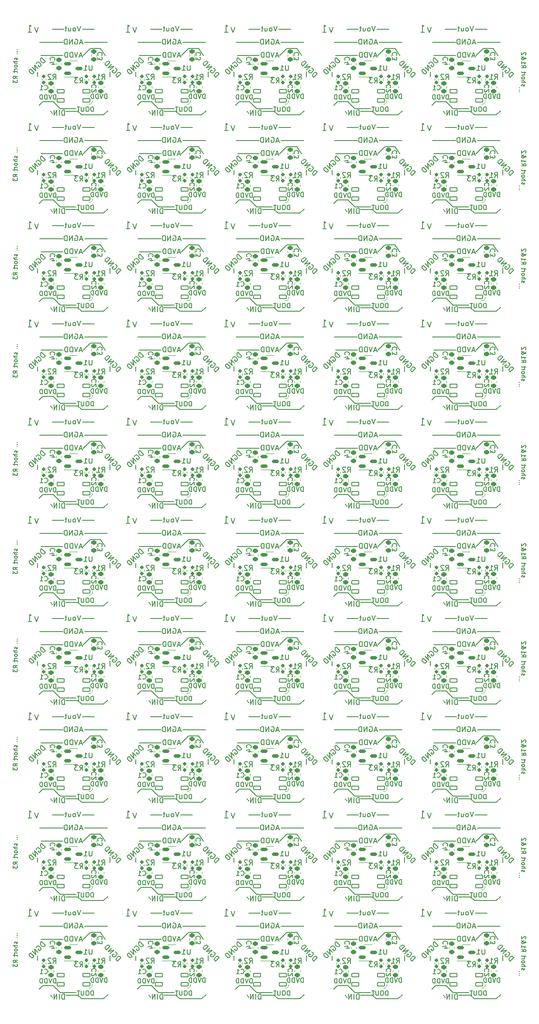
<source format=gbr>
%TF.GenerationSoftware,KiCad,Pcbnew,(7.0.0-0)*%
%TF.CreationDate,2023-04-23T13:01:11-05:00*%
%TF.ProjectId,panelized,70616e65-6c69-47a6-9564-2e6b69636164,rev?*%
%TF.SameCoordinates,Original*%
%TF.FileFunction,Legend,Bot*%
%TF.FilePolarity,Positive*%
%FSLAX46Y46*%
G04 Gerber Fmt 4.6, Leading zero omitted, Abs format (unit mm)*
G04 Created by KiCad (PCBNEW (7.0.0-0)) date 2023-04-23 13:01:11*
%MOMM*%
%LPD*%
G01*
G04 APERTURE LIST*
G04 Aperture macros list*
%AMRoundRect*
0 Rectangle with rounded corners*
0 $1 Rounding radius*
0 $2 $3 $4 $5 $6 $7 $8 $9 X,Y pos of 4 corners*
0 Add a 4 corners polygon primitive as box body*
4,1,4,$2,$3,$4,$5,$6,$7,$8,$9,$2,$3,0*
0 Add four circle primitives for the rounded corners*
1,1,$1+$1,$2,$3*
1,1,$1+$1,$4,$5*
1,1,$1+$1,$6,$7*
1,1,$1+$1,$8,$9*
0 Add four rect primitives between the rounded corners*
20,1,$1+$1,$2,$3,$4,$5,0*
20,1,$1+$1,$4,$5,$6,$7,0*
20,1,$1+$1,$6,$7,$8,$9,0*
20,1,$1+$1,$8,$9,$2,$3,0*%
%AMRotRect*
0 Rectangle, with rotation*
0 The origin of the aperture is its center*
0 $1 length*
0 $2 width*
0 $3 Rotation angle, in degrees counterclockwise*
0 Add horizontal line*
21,1,$1,$2,0,0,$3*%
%AMFreePoly0*
4,1,27,0.262664,0.808398,0.425000,0.736122,0.568761,0.631673,0.687664,0.499617,0.776514,0.345726,0.831425,0.176725,0.850000,0.000000,0.850000,-0.850000,0.000000,-0.850000,0.004656,-0.845344,-0.088849,-0.845344,-0.262664,-0.808398,-0.425000,-0.736122,-0.568761,-0.631673,-0.687664,-0.499617,-0.776514,-0.345726,-0.831425,-0.176725,-0.850000,0.000000,-0.831425,0.176725,-0.776514,0.345726,
-0.687664,0.499617,-0.568761,0.631673,-0.425000,0.736122,-0.262664,0.808398,-0.088849,0.845344,0.088849,0.845344,0.262664,0.808398,0.262664,0.808398,$1*%
%AMFreePoly1*
4,1,27,-0.004656,0.845344,0.088849,0.845344,0.262664,0.808398,0.425000,0.736122,0.568761,0.631673,0.687664,0.499617,0.776514,0.345726,0.831425,0.176725,0.850000,0.000000,0.831425,-0.176725,0.776514,-0.345726,0.687664,-0.499617,0.568761,-0.631673,0.425000,-0.736122,0.262664,-0.808398,0.088849,-0.845344,-0.088849,-0.845344,-0.262664,-0.808398,-0.425000,-0.736122,-0.568761,-0.631673,
-0.687664,-0.499617,-0.776514,-0.345726,-0.831425,-0.176725,-0.850000,0.000000,-0.850000,0.850000,0.000000,0.850000,-0.004656,0.845344,-0.004656,0.845344,$1*%
%AMFreePoly2*
4,1,21,0.500000,0.000000,0.479746,-0.140866,0.420627,-0.270320,0.327430,-0.377875,0.207708,-0.454816,0.071157,-0.494911,-0.071157,-0.494911,-0.207708,-0.454816,-0.327430,-0.377875,-0.420627,-0.270320,-0.479746,-0.140866,-0.500000,0.000000,-0.479746,0.140866,-0.420627,0.270320,-0.327430,0.377875,-0.207708,0.454816,-0.071157,0.494911,0.005089,0.494911,0.000000,0.500000,0.500000,0.500000,
0.500000,0.000000,0.500000,0.000000,$1*%
%AMFreePoly3*
4,1,21,0.207708,0.454816,0.327430,0.377875,0.420627,0.270320,0.479746,0.140866,0.500000,0.000000,0.500000,-0.500000,0.000000,-0.500000,0.005089,-0.494911,-0.071157,-0.494911,-0.207708,-0.454816,-0.327430,-0.377875,-0.420627,-0.270320,-0.479746,-0.140866,-0.500000,0.000000,-0.479746,0.140866,-0.420627,0.270320,-0.327430,0.377875,-0.207708,0.454816,-0.071157,0.494911,0.071157,0.494911,
0.207708,0.454816,0.207708,0.454816,$1*%
G04 Aperture macros list end*
%ADD10C,0.150000*%
%ADD11C,0.300000*%
%ADD12C,0.160000*%
%ADD13C,0.120000*%
%ADD14C,0.100000*%
%ADD15R,1.700000X1.700000*%
%ADD16C,1.700000*%
%ADD17RoundRect,0.160000X0.160000X-0.197500X0.160000X0.197500X-0.160000X0.197500X-0.160000X-0.197500X0*%
%ADD18FreePoly0,90.000000*%
%ADD19RotRect,1.700000X1.700000X135.000000*%
%ADD20FreePoly1,180.000000*%
%ADD21RoundRect,0.225000X-0.250000X0.225000X-0.250000X-0.225000X0.250000X-0.225000X0.250000X0.225000X0*%
%ADD22RoundRect,0.100000X-0.700000X-0.325000X0.700000X-0.325000X0.700000X0.325000X-0.700000X0.325000X0*%
%ADD23RoundRect,0.100000X0.700000X0.325000X-0.700000X0.325000X-0.700000X-0.325000X0.700000X-0.325000X0*%
%ADD24RoundRect,0.150000X-0.512500X-0.150000X0.512500X-0.150000X0.512500X0.150000X-0.512500X0.150000X0*%
%ADD25FreePoly0,180.000000*%
%ADD26FreePoly2,180.000000*%
%ADD27FreePoly3,180.000000*%
G04 APERTURE END LIST*
D10*
X81705000Y-20955000D02*
X83905000Y-20955000D01*
X81705000Y-40005000D02*
X83905000Y-40005000D01*
X24555000Y-78105000D02*
X26755000Y-78105000D01*
X24555000Y-1905000D02*
X26755000Y-1905000D01*
X81705000Y-78105000D02*
X83905000Y-78105000D01*
X5505000Y-1905000D02*
X7705000Y-1905000D01*
X43605000Y-1905000D02*
X45805000Y-1905000D01*
X62655000Y-1905000D02*
X64855000Y-1905000D01*
X81705000Y-1905000D02*
X83905000Y-1905000D01*
X5505000Y-20955000D02*
X7705000Y-20955000D01*
X24555000Y-20955000D02*
X26755000Y-20955000D01*
X43605000Y-20955000D02*
X45805000Y-20955000D01*
X62655000Y-20955000D02*
X64855000Y-20955000D01*
X5505000Y-40005000D02*
X7705000Y-40005000D01*
X24555000Y-40005000D02*
X26755000Y-40005000D01*
X43605000Y-40005000D02*
X45805000Y-40005000D01*
X62655000Y-40005000D02*
X64855000Y-40005000D01*
X5505000Y-59055000D02*
X7705000Y-59055000D01*
X24555000Y-59055000D02*
X26755000Y-59055000D01*
X5505000Y-154305000D02*
X7705000Y-154305000D01*
X43605000Y-59055000D02*
X45805000Y-59055000D01*
X62655000Y-59055000D02*
X64855000Y-59055000D01*
X43605000Y-78105000D02*
X45805000Y-78105000D01*
X62655000Y-135255000D02*
X64855000Y-135255000D01*
X43605000Y-97155000D02*
X45805000Y-97155000D01*
X62655000Y-97155000D02*
X64855000Y-97155000D01*
X62655000Y-116205000D02*
X64855000Y-116205000D01*
X5505000Y-135255000D02*
X7705000Y-135255000D01*
X5505000Y-97155000D02*
X7705000Y-97155000D01*
X81705000Y-97155000D02*
X83905000Y-97155000D01*
X5505000Y-116205000D02*
X7705000Y-116205000D01*
X43605000Y-116205000D02*
X45805000Y-116205000D01*
X24555000Y-116205000D02*
X26755000Y-116205000D01*
X81705000Y-116205000D02*
X83905000Y-116205000D01*
X24555000Y-135255000D02*
X26755000Y-135255000D01*
X43605000Y-135255000D02*
X45805000Y-135255000D01*
X81705000Y-59055000D02*
X83905000Y-59055000D01*
X24555000Y-97155000D02*
X26755000Y-97155000D01*
X5505000Y-78105000D02*
X7705000Y-78105000D01*
X62655000Y-78105000D02*
X64855000Y-78105000D01*
X81705000Y-135255000D02*
X83905000Y-135255000D01*
X43605000Y-173355000D02*
X45805000Y-173355000D01*
X81705000Y-173355000D02*
X83905000Y-173355000D01*
X24555000Y-173355000D02*
X26755000Y-173355000D01*
X24555000Y-154305000D02*
X26755000Y-154305000D01*
X43605000Y-154305000D02*
X45805000Y-154305000D01*
X62655000Y-154305000D02*
X64855000Y-154305000D01*
X81705000Y-154305000D02*
X83905000Y-154305000D01*
X5505000Y-173355000D02*
X7705000Y-173355000D01*
X62655000Y-173355000D02*
X64855000Y-173355000D01*
X91605000Y-37575000D02*
X92405000Y-36775000D01*
X91605000Y-56625000D02*
X92405000Y-55825000D01*
X34455000Y-94725000D02*
X35255000Y-93925000D01*
X34455000Y-18525000D02*
X35255000Y-17725000D01*
X15405000Y-18525000D02*
X16205000Y-17725000D01*
X72555000Y-18525000D02*
X73355000Y-17725000D01*
X53505000Y-18525000D02*
X54305000Y-17725000D01*
X15405000Y-37575000D02*
X16205000Y-36775000D01*
X91605000Y-18525000D02*
X92405000Y-17725000D01*
X53505000Y-37575000D02*
X54305000Y-36775000D01*
X34455000Y-37575000D02*
X35255000Y-36775000D01*
X72555000Y-37575000D02*
X73355000Y-36775000D01*
X15405000Y-56625000D02*
X16205000Y-55825000D01*
X34455000Y-56625000D02*
X35255000Y-55825000D01*
X53505000Y-56625000D02*
X54305000Y-55825000D01*
X72555000Y-56625000D02*
X73355000Y-55825000D01*
X15405000Y-75675000D02*
X16205000Y-74875000D01*
X15405000Y-170925000D02*
X16205000Y-170125000D01*
X34455000Y-75675000D02*
X35255000Y-74875000D01*
X53505000Y-75675000D02*
X54305000Y-74875000D01*
X72555000Y-75675000D02*
X73355000Y-74875000D01*
X53505000Y-94725000D02*
X54305000Y-93925000D01*
X72555000Y-151875000D02*
X73355000Y-151075000D01*
X72555000Y-113775000D02*
X73355000Y-112975000D01*
X53505000Y-113775000D02*
X54305000Y-112975000D01*
X91605000Y-94725000D02*
X92405000Y-93925000D01*
X72555000Y-132825000D02*
X73355000Y-132025000D01*
X15405000Y-151875000D02*
X16205000Y-151075000D01*
X15405000Y-113775000D02*
X16205000Y-112975000D01*
X91605000Y-113775000D02*
X92405000Y-112975000D01*
X34455000Y-132825000D02*
X35255000Y-132025000D01*
X15405000Y-132825000D02*
X16205000Y-132025000D01*
X53505000Y-132825000D02*
X54305000Y-132025000D01*
X91605000Y-132825000D02*
X92405000Y-132025000D01*
X34455000Y-151875000D02*
X35255000Y-151075000D01*
X53505000Y-151875000D02*
X54305000Y-151075000D01*
X91605000Y-75675000D02*
X92405000Y-74875000D01*
X34455000Y-113775000D02*
X35255000Y-112975000D01*
X15405000Y-94725000D02*
X16205000Y-93925000D01*
X72555000Y-94725000D02*
X73355000Y-93925000D01*
X91605000Y-151875000D02*
X92405000Y-151075000D01*
X53505000Y-189975000D02*
X54305000Y-189175000D01*
X91605000Y-189975000D02*
X92405000Y-189175000D01*
X34455000Y-189975000D02*
X35255000Y-189175000D01*
X34455000Y-170925000D02*
X35255000Y-170125000D01*
X53505000Y-170925000D02*
X54305000Y-170125000D01*
X72555000Y-170925000D02*
X73355000Y-170125000D01*
X91605000Y-170925000D02*
X92405000Y-170125000D01*
X15405000Y-189975000D02*
X16205000Y-189175000D01*
X72555000Y-189975000D02*
X73355000Y-189175000D01*
X86605000Y-36875000D02*
X87305000Y-37575000D01*
X86605000Y-55925000D02*
X87305000Y-56625000D01*
X29455000Y-94025000D02*
X30155000Y-94725000D01*
X29455000Y-17825000D02*
X30155000Y-18525000D01*
X86605000Y-94025000D02*
X87305000Y-94725000D01*
X10405000Y-17825000D02*
X11105000Y-18525000D01*
X67555000Y-17825000D02*
X68255000Y-18525000D01*
X48505000Y-17825000D02*
X49205000Y-18525000D01*
X10405000Y-36875000D02*
X11105000Y-37575000D01*
X86605000Y-17825000D02*
X87305000Y-18525000D01*
X48505000Y-36875000D02*
X49205000Y-37575000D01*
X29455000Y-36875000D02*
X30155000Y-37575000D01*
X67555000Y-36875000D02*
X68255000Y-37575000D01*
X10405000Y-55925000D02*
X11105000Y-56625000D01*
X29455000Y-55925000D02*
X30155000Y-56625000D01*
X48505000Y-55925000D02*
X49205000Y-56625000D01*
X67555000Y-55925000D02*
X68255000Y-56625000D01*
X10405000Y-74975000D02*
X11105000Y-75675000D01*
X10405000Y-170225000D02*
X11105000Y-170925000D01*
X29455000Y-74975000D02*
X30155000Y-75675000D01*
X48505000Y-74975000D02*
X49205000Y-75675000D01*
X67555000Y-74975000D02*
X68255000Y-75675000D01*
X48505000Y-94025000D02*
X49205000Y-94725000D01*
X67555000Y-94025000D02*
X68255000Y-94725000D01*
X67555000Y-151175000D02*
X68255000Y-151875000D01*
X48505000Y-113075000D02*
X49205000Y-113775000D01*
X67555000Y-113075000D02*
X68255000Y-113775000D01*
X67555000Y-132125000D02*
X68255000Y-132825000D01*
X10405000Y-151175000D02*
X11105000Y-151875000D01*
X10405000Y-113075000D02*
X11105000Y-113775000D01*
X86605000Y-113075000D02*
X87305000Y-113775000D01*
X10405000Y-132125000D02*
X11105000Y-132825000D01*
X48505000Y-132125000D02*
X49205000Y-132825000D01*
X29455000Y-132125000D02*
X30155000Y-132825000D01*
X86605000Y-132125000D02*
X87305000Y-132825000D01*
X29455000Y-151175000D02*
X30155000Y-151875000D01*
X48505000Y-151175000D02*
X49205000Y-151875000D01*
X86605000Y-74975000D02*
X87305000Y-75675000D01*
X29455000Y-113075000D02*
X30155000Y-113775000D01*
X10405000Y-94025000D02*
X11105000Y-94725000D01*
X86605000Y-151175000D02*
X87305000Y-151875000D01*
X48505000Y-189275000D02*
X49205000Y-189975000D01*
X86605000Y-189275000D02*
X87305000Y-189975000D01*
X29455000Y-189275000D02*
X30155000Y-189975000D01*
X29455000Y-170225000D02*
X30155000Y-170925000D01*
X67555000Y-170225000D02*
X68255000Y-170925000D01*
X48505000Y-170225000D02*
X49205000Y-170925000D01*
X86605000Y-170225000D02*
X87305000Y-170925000D01*
X10405000Y-189275000D02*
X11105000Y-189975000D01*
X67555000Y-189275000D02*
X68255000Y-189975000D01*
X89005000Y-24675000D02*
X91005000Y-24675000D01*
X89005000Y-43725000D02*
X91005000Y-43725000D01*
X31855000Y-5625000D02*
X33855000Y-5625000D01*
X89005000Y-81825000D02*
X91005000Y-81825000D01*
X12805000Y-5625000D02*
X14805000Y-5625000D01*
X50905000Y-5625000D02*
X52905000Y-5625000D01*
X69955000Y-5625000D02*
X71955000Y-5625000D01*
X12805000Y-24675000D02*
X14805000Y-24675000D01*
X89005000Y-5625000D02*
X91005000Y-5625000D01*
X50905000Y-24675000D02*
X52905000Y-24675000D01*
X31855000Y-24675000D02*
X33855000Y-24675000D01*
X69955000Y-24675000D02*
X71955000Y-24675000D01*
X12805000Y-43725000D02*
X14805000Y-43725000D01*
X31855000Y-43725000D02*
X33855000Y-43725000D01*
X50905000Y-43725000D02*
X52905000Y-43725000D01*
X69955000Y-43725000D02*
X71955000Y-43725000D01*
X12805000Y-62775000D02*
X14805000Y-62775000D01*
X31855000Y-81825000D02*
X33855000Y-81825000D01*
X12805000Y-158025000D02*
X14805000Y-158025000D01*
X31855000Y-62775000D02*
X33855000Y-62775000D01*
X50905000Y-62775000D02*
X52905000Y-62775000D01*
X69955000Y-62775000D02*
X71955000Y-62775000D01*
X50905000Y-81825000D02*
X52905000Y-81825000D01*
X69955000Y-81825000D02*
X71955000Y-81825000D01*
X69955000Y-138975000D02*
X71955000Y-138975000D01*
X50905000Y-100875000D02*
X52905000Y-100875000D01*
X69955000Y-100875000D02*
X71955000Y-100875000D01*
X69955000Y-119925000D02*
X71955000Y-119925000D01*
X12805000Y-138975000D02*
X14805000Y-138975000D01*
X12805000Y-100875000D02*
X14805000Y-100875000D01*
X89005000Y-100875000D02*
X91005000Y-100875000D01*
X12805000Y-119925000D02*
X14805000Y-119925000D01*
X50905000Y-119925000D02*
X52905000Y-119925000D01*
X31855000Y-119925000D02*
X33855000Y-119925000D01*
X89005000Y-119925000D02*
X91005000Y-119925000D01*
X31855000Y-138975000D02*
X33855000Y-138975000D01*
X50905000Y-138975000D02*
X52905000Y-138975000D01*
X89005000Y-62775000D02*
X91005000Y-62775000D01*
X31855000Y-100875000D02*
X33855000Y-100875000D01*
X12805000Y-81825000D02*
X14805000Y-81825000D01*
X89005000Y-138975000D02*
X91005000Y-138975000D01*
X50905000Y-177075000D02*
X52905000Y-177075000D01*
X89005000Y-177075000D02*
X91005000Y-177075000D01*
X31855000Y-177075000D02*
X33855000Y-177075000D01*
X31855000Y-158025000D02*
X33855000Y-158025000D01*
X69955000Y-158025000D02*
X71955000Y-158025000D01*
X50905000Y-158025000D02*
X52905000Y-158025000D01*
X89005000Y-158025000D02*
X91005000Y-158025000D01*
X12805000Y-177075000D02*
X14805000Y-177075000D01*
X69955000Y-177075000D02*
X71955000Y-177075000D01*
X87905000Y-23495000D02*
X92305000Y-23495000D01*
X87905000Y-42545000D02*
X92305000Y-42545000D01*
X30755000Y-4445000D02*
X35155000Y-4445000D01*
X87905000Y-80645000D02*
X92305000Y-80645000D01*
X11705000Y-4445000D02*
X16105000Y-4445000D01*
X49805000Y-4445000D02*
X54205000Y-4445000D01*
X68855000Y-4445000D02*
X73255000Y-4445000D01*
X11705000Y-23495000D02*
X16105000Y-23495000D01*
X87905000Y-4445000D02*
X92305000Y-4445000D01*
X49805000Y-23495000D02*
X54205000Y-23495000D01*
X30755000Y-23495000D02*
X35155000Y-23495000D01*
X68855000Y-23495000D02*
X73255000Y-23495000D01*
X11705000Y-42545000D02*
X16105000Y-42545000D01*
X30755000Y-42545000D02*
X35155000Y-42545000D01*
X49805000Y-42545000D02*
X54205000Y-42545000D01*
X68855000Y-42545000D02*
X73255000Y-42545000D01*
X11705000Y-61595000D02*
X16105000Y-61595000D01*
X30755000Y-80645000D02*
X35155000Y-80645000D01*
X11705000Y-156845000D02*
X16105000Y-156845000D01*
X30755000Y-61595000D02*
X35155000Y-61595000D01*
X49805000Y-61595000D02*
X54205000Y-61595000D01*
X68855000Y-61595000D02*
X73255000Y-61595000D01*
X49805000Y-80645000D02*
X54205000Y-80645000D01*
X68855000Y-80645000D02*
X73255000Y-80645000D01*
X68855000Y-137795000D02*
X73255000Y-137795000D01*
X49805000Y-99695000D02*
X54205000Y-99695000D01*
X68855000Y-99695000D02*
X73255000Y-99695000D01*
X68855000Y-118745000D02*
X73255000Y-118745000D01*
X11705000Y-137795000D02*
X16105000Y-137795000D01*
X11705000Y-99695000D02*
X16105000Y-99695000D01*
X87905000Y-99695000D02*
X92305000Y-99695000D01*
X11705000Y-118745000D02*
X16105000Y-118745000D01*
X49805000Y-118745000D02*
X54205000Y-118745000D01*
X30755000Y-118745000D02*
X35155000Y-118745000D01*
X87905000Y-118745000D02*
X92305000Y-118745000D01*
X30755000Y-137795000D02*
X35155000Y-137795000D01*
X49805000Y-137795000D02*
X54205000Y-137795000D01*
X87905000Y-61595000D02*
X92305000Y-61595000D01*
X30755000Y-99695000D02*
X35155000Y-99695000D01*
X11705000Y-80645000D02*
X16105000Y-80645000D01*
X87905000Y-137795000D02*
X92305000Y-137795000D01*
X49805000Y-175895000D02*
X54205000Y-175895000D01*
X87905000Y-175895000D02*
X92305000Y-175895000D01*
X30755000Y-175895000D02*
X35155000Y-175895000D01*
X30755000Y-156845000D02*
X35155000Y-156845000D01*
X49805000Y-156845000D02*
X54205000Y-156845000D01*
X68855000Y-156845000D02*
X73255000Y-156845000D01*
X87905000Y-156845000D02*
X92305000Y-156845000D01*
X11705000Y-175895000D02*
X16105000Y-175895000D01*
X68855000Y-175895000D02*
X73255000Y-175895000D01*
X83205000Y-36375000D02*
X81805000Y-34975000D01*
X83205000Y-55425000D02*
X81805000Y-54025000D01*
X26055000Y-17325000D02*
X24655000Y-15925000D01*
X83205000Y-93525000D02*
X81805000Y-92125000D01*
X7005000Y-17325000D02*
X5605000Y-15925000D01*
X45105000Y-17325000D02*
X43705000Y-15925000D01*
X64155000Y-17325000D02*
X62755000Y-15925000D01*
X83205000Y-17325000D02*
X81805000Y-15925000D01*
X7005000Y-36375000D02*
X5605000Y-34975000D01*
X26055000Y-36375000D02*
X24655000Y-34975000D01*
X45105000Y-36375000D02*
X43705000Y-34975000D01*
X64155000Y-36375000D02*
X62755000Y-34975000D01*
X7005000Y-55425000D02*
X5605000Y-54025000D01*
X26055000Y-55425000D02*
X24655000Y-54025000D01*
X45105000Y-55425000D02*
X43705000Y-54025000D01*
X64155000Y-55425000D02*
X62755000Y-54025000D01*
X7005000Y-74475000D02*
X5605000Y-73075000D01*
X26055000Y-93525000D02*
X24655000Y-92125000D01*
X7005000Y-169725000D02*
X5605000Y-168325000D01*
X26055000Y-74475000D02*
X24655000Y-73075000D01*
X45105000Y-74475000D02*
X43705000Y-73075000D01*
X64155000Y-74475000D02*
X62755000Y-73075000D01*
X45105000Y-93525000D02*
X43705000Y-92125000D01*
X64155000Y-93525000D02*
X62755000Y-92125000D01*
X64155000Y-150675000D02*
X62755000Y-149275000D01*
X45105000Y-112575000D02*
X43705000Y-111175000D01*
X64155000Y-112575000D02*
X62755000Y-111175000D01*
X64155000Y-131625000D02*
X62755000Y-130225000D01*
X7005000Y-150675000D02*
X5605000Y-149275000D01*
X7005000Y-112575000D02*
X5605000Y-111175000D01*
X83205000Y-112575000D02*
X81805000Y-111175000D01*
X7005000Y-131625000D02*
X5605000Y-130225000D01*
X45105000Y-131625000D02*
X43705000Y-130225000D01*
X26055000Y-131625000D02*
X24655000Y-130225000D01*
X83205000Y-131625000D02*
X81805000Y-130225000D01*
X26055000Y-150675000D02*
X24655000Y-149275000D01*
X45105000Y-150675000D02*
X43705000Y-149275000D01*
X83205000Y-74475000D02*
X81805000Y-73075000D01*
X26055000Y-112575000D02*
X24655000Y-111175000D01*
X7005000Y-93525000D02*
X5605000Y-92125000D01*
X83205000Y-150675000D02*
X81805000Y-149275000D01*
X45105000Y-188775000D02*
X43705000Y-187375000D01*
X83205000Y-188775000D02*
X81805000Y-187375000D01*
X26055000Y-188775000D02*
X24655000Y-187375000D01*
X26055000Y-169725000D02*
X24655000Y-168325000D01*
X45105000Y-169725000D02*
X43705000Y-168325000D01*
X64155000Y-169725000D02*
X62755000Y-168325000D01*
X83205000Y-169725000D02*
X81805000Y-168325000D01*
X7005000Y-188775000D02*
X5605000Y-187375000D01*
X64155000Y-188775000D02*
X62755000Y-187375000D01*
X83705000Y-26035000D02*
X79505000Y-26035000D01*
X83705000Y-45085000D02*
X79505000Y-45085000D01*
X26555000Y-6985000D02*
X22355000Y-6985000D01*
X83705000Y-83185000D02*
X79505000Y-83185000D01*
X7505000Y-6985000D02*
X3305000Y-6985000D01*
X45605000Y-6985000D02*
X41405000Y-6985000D01*
X64655000Y-6985000D02*
X60455000Y-6985000D01*
X83705000Y-6985000D02*
X79505000Y-6985000D01*
X7505000Y-26035000D02*
X3305000Y-26035000D01*
X26555000Y-26035000D02*
X22355000Y-26035000D01*
X45605000Y-26035000D02*
X41405000Y-26035000D01*
X64655000Y-26035000D02*
X60455000Y-26035000D01*
X7505000Y-45085000D02*
X3305000Y-45085000D01*
X26555000Y-45085000D02*
X22355000Y-45085000D01*
X45605000Y-45085000D02*
X41405000Y-45085000D01*
X64655000Y-45085000D02*
X60455000Y-45085000D01*
X7505000Y-64135000D02*
X3305000Y-64135000D01*
X26555000Y-83185000D02*
X22355000Y-83185000D01*
X7505000Y-159385000D02*
X3305000Y-159385000D01*
X26555000Y-64135000D02*
X22355000Y-64135000D01*
X45605000Y-64135000D02*
X41405000Y-64135000D01*
X64655000Y-64135000D02*
X60455000Y-64135000D01*
X45605000Y-83185000D02*
X41405000Y-83185000D01*
X64655000Y-83185000D02*
X60455000Y-83185000D01*
X64655000Y-140335000D02*
X60455000Y-140335000D01*
X45605000Y-102235000D02*
X41405000Y-102235000D01*
X64655000Y-102235000D02*
X60455000Y-102235000D01*
X64655000Y-121285000D02*
X60455000Y-121285000D01*
X7505000Y-140335000D02*
X3305000Y-140335000D01*
X7505000Y-102235000D02*
X3305000Y-102235000D01*
X83705000Y-102235000D02*
X79505000Y-102235000D01*
X7505000Y-121285000D02*
X3305000Y-121285000D01*
X26555000Y-121285000D02*
X22355000Y-121285000D01*
X45605000Y-121285000D02*
X41405000Y-121285000D01*
X83705000Y-121285000D02*
X79505000Y-121285000D01*
X26555000Y-140335000D02*
X22355000Y-140335000D01*
X45605000Y-140335000D02*
X41405000Y-140335000D01*
X83705000Y-64135000D02*
X79505000Y-64135000D01*
X26555000Y-102235000D02*
X22355000Y-102235000D01*
X7505000Y-83185000D02*
X3305000Y-83185000D01*
X83705000Y-140335000D02*
X79505000Y-140335000D01*
X45605000Y-178435000D02*
X41405000Y-178435000D01*
X83705000Y-178435000D02*
X79505000Y-178435000D01*
X26555000Y-178435000D02*
X22355000Y-178435000D01*
X26555000Y-159385000D02*
X22355000Y-159385000D01*
X45605000Y-159385000D02*
X41405000Y-159385000D01*
X64655000Y-159385000D02*
X60455000Y-159385000D01*
X83705000Y-159385000D02*
X79505000Y-159385000D01*
X7505000Y-178435000D02*
X3305000Y-178435000D01*
X64655000Y-178435000D02*
X60455000Y-178435000D01*
X81705000Y-37275000D02*
X81305000Y-36875000D01*
X81705000Y-56325000D02*
X81305000Y-55925000D01*
X24555000Y-18225000D02*
X24155000Y-17825000D01*
X81705000Y-94425000D02*
X81305000Y-94025000D01*
X5505000Y-18225000D02*
X5105000Y-17825000D01*
X43605000Y-18225000D02*
X43205000Y-17825000D01*
X62655000Y-18225000D02*
X62255000Y-17825000D01*
X81705000Y-18225000D02*
X81305000Y-17825000D01*
X5505000Y-37275000D02*
X5105000Y-36875000D01*
X24555000Y-37275000D02*
X24155000Y-36875000D01*
X43605000Y-37275000D02*
X43205000Y-36875000D01*
X62655000Y-37275000D02*
X62255000Y-36875000D01*
X5505000Y-56325000D02*
X5105000Y-55925000D01*
X24555000Y-56325000D02*
X24155000Y-55925000D01*
X43605000Y-56325000D02*
X43205000Y-55925000D01*
X62655000Y-56325000D02*
X62255000Y-55925000D01*
X5505000Y-75375000D02*
X5105000Y-74975000D01*
X24555000Y-94425000D02*
X24155000Y-94025000D01*
X5505000Y-170625000D02*
X5105000Y-170225000D01*
X24555000Y-75375000D02*
X24155000Y-74975000D01*
X43605000Y-75375000D02*
X43205000Y-74975000D01*
X62655000Y-75375000D02*
X62255000Y-74975000D01*
X43605000Y-94425000D02*
X43205000Y-94025000D01*
X62655000Y-94425000D02*
X62255000Y-94025000D01*
X62655000Y-151575000D02*
X62255000Y-151175000D01*
X43605000Y-113475000D02*
X43205000Y-113075000D01*
X62655000Y-113475000D02*
X62255000Y-113075000D01*
X62655000Y-132525000D02*
X62255000Y-132125000D01*
X5505000Y-151575000D02*
X5105000Y-151175000D01*
X5505000Y-113475000D02*
X5105000Y-113075000D01*
X81705000Y-113475000D02*
X81305000Y-113075000D01*
X5505000Y-132525000D02*
X5105000Y-132125000D01*
X24555000Y-132525000D02*
X24155000Y-132125000D01*
X43605000Y-132525000D02*
X43205000Y-132125000D01*
X81705000Y-132525000D02*
X81305000Y-132125000D01*
X24555000Y-151575000D02*
X24155000Y-151175000D01*
X43605000Y-151575000D02*
X43205000Y-151175000D01*
X81705000Y-75375000D02*
X81305000Y-74975000D01*
X24555000Y-113475000D02*
X24155000Y-113075000D01*
X5505000Y-94425000D02*
X5105000Y-94025000D01*
X81705000Y-151575000D02*
X81305000Y-151175000D01*
X43605000Y-189675000D02*
X43205000Y-189275000D01*
X81705000Y-189675000D02*
X81305000Y-189275000D01*
X24555000Y-189675000D02*
X24155000Y-189275000D01*
X24555000Y-170625000D02*
X24155000Y-170225000D01*
X43605000Y-170625000D02*
X43205000Y-170225000D01*
X62655000Y-170625000D02*
X62255000Y-170225000D01*
X81705000Y-170625000D02*
X81305000Y-170225000D01*
X5505000Y-189675000D02*
X5105000Y-189275000D01*
X62655000Y-189675000D02*
X62255000Y-189275000D01*
X87305000Y-37575000D02*
X91605000Y-37575000D01*
X87305000Y-56625000D02*
X91605000Y-56625000D01*
X30155000Y-18525000D02*
X34455000Y-18525000D01*
X11105000Y-18525000D02*
X15405000Y-18525000D01*
X49205000Y-18525000D02*
X53505000Y-18525000D01*
X68255000Y-18525000D02*
X72555000Y-18525000D01*
X87305000Y-18525000D02*
X91605000Y-18525000D01*
X11105000Y-37575000D02*
X15405000Y-37575000D01*
X30155000Y-37575000D02*
X34455000Y-37575000D01*
X49205000Y-37575000D02*
X53505000Y-37575000D01*
X68255000Y-37575000D02*
X72555000Y-37575000D01*
X11105000Y-56625000D02*
X15405000Y-56625000D01*
X30155000Y-56625000D02*
X34455000Y-56625000D01*
X49205000Y-56625000D02*
X53505000Y-56625000D01*
X68255000Y-56625000D02*
X72555000Y-56625000D01*
X11105000Y-75675000D02*
X15405000Y-75675000D01*
X30155000Y-94725000D02*
X34455000Y-94725000D01*
X11105000Y-170925000D02*
X15405000Y-170925000D01*
X30155000Y-75675000D02*
X34455000Y-75675000D01*
X49205000Y-75675000D02*
X53505000Y-75675000D01*
X68255000Y-75675000D02*
X72555000Y-75675000D01*
X49205000Y-94725000D02*
X53505000Y-94725000D01*
X68255000Y-94725000D02*
X72555000Y-94725000D01*
X68255000Y-151875000D02*
X72555000Y-151875000D01*
X49205000Y-113775000D02*
X53505000Y-113775000D01*
X68255000Y-113775000D02*
X72555000Y-113775000D01*
X87305000Y-94725000D02*
X91605000Y-94725000D01*
X68255000Y-132825000D02*
X72555000Y-132825000D01*
X11105000Y-151875000D02*
X15405000Y-151875000D01*
X11105000Y-113775000D02*
X15405000Y-113775000D01*
X87305000Y-113775000D02*
X91605000Y-113775000D01*
X11105000Y-132825000D02*
X15405000Y-132825000D01*
X30155000Y-132825000D02*
X34455000Y-132825000D01*
X49205000Y-132825000D02*
X53505000Y-132825000D01*
X87305000Y-132825000D02*
X91605000Y-132825000D01*
X30155000Y-151875000D02*
X34455000Y-151875000D01*
X49205000Y-151875000D02*
X53505000Y-151875000D01*
X87305000Y-75675000D02*
X91605000Y-75675000D01*
X30155000Y-113775000D02*
X34455000Y-113775000D01*
X11105000Y-94725000D02*
X15405000Y-94725000D01*
X87305000Y-151875000D02*
X91605000Y-151875000D01*
X49205000Y-189975000D02*
X53505000Y-189975000D01*
X87305000Y-189975000D02*
X91605000Y-189975000D01*
X30155000Y-189975000D02*
X34455000Y-189975000D01*
X30155000Y-170925000D02*
X34455000Y-170925000D01*
X49205000Y-170925000D02*
X53505000Y-170925000D01*
X68255000Y-170925000D02*
X72555000Y-170925000D01*
X87305000Y-170925000D02*
X91605000Y-170925000D01*
X11105000Y-189975000D02*
X15405000Y-189975000D01*
X68255000Y-189975000D02*
X72555000Y-189975000D01*
X92805000Y-30175000D02*
X92805000Y-29175000D01*
X92805000Y-49225000D02*
X92805000Y-48225000D01*
X35655000Y-11125000D02*
X35655000Y-10125000D01*
X16605000Y-11125000D02*
X16605000Y-10125000D01*
X54705000Y-11125000D02*
X54705000Y-10125000D01*
X73755000Y-11125000D02*
X73755000Y-10125000D01*
X92805000Y-11125000D02*
X92805000Y-10125000D01*
X16605000Y-30175000D02*
X16605000Y-29175000D01*
X35655000Y-30175000D02*
X35655000Y-29175000D01*
X54705000Y-30175000D02*
X54705000Y-29175000D01*
X73755000Y-30175000D02*
X73755000Y-29175000D01*
X16605000Y-49225000D02*
X16605000Y-48225000D01*
X35655000Y-49225000D02*
X35655000Y-48225000D01*
X54705000Y-49225000D02*
X54705000Y-48225000D01*
X73755000Y-49225000D02*
X73755000Y-48225000D01*
X16605000Y-68275000D02*
X16605000Y-67275000D01*
X35655000Y-87325000D02*
X35655000Y-86325000D01*
X16605000Y-163525000D02*
X16605000Y-162525000D01*
X35655000Y-68275000D02*
X35655000Y-67275000D01*
X54705000Y-68275000D02*
X54705000Y-67275000D01*
X73755000Y-68275000D02*
X73755000Y-67275000D01*
X54705000Y-87325000D02*
X54705000Y-86325000D01*
X73755000Y-87325000D02*
X73755000Y-86325000D01*
X73755000Y-144475000D02*
X73755000Y-143475000D01*
X54705000Y-106375000D02*
X54705000Y-105375000D01*
X73755000Y-106375000D02*
X73755000Y-105375000D01*
X92805000Y-87325000D02*
X92805000Y-86325000D01*
X73755000Y-125425000D02*
X73755000Y-124425000D01*
X16605000Y-144475000D02*
X16605000Y-143475000D01*
X16605000Y-106375000D02*
X16605000Y-105375000D01*
X92805000Y-106375000D02*
X92805000Y-105375000D01*
X16605000Y-125425000D02*
X16605000Y-124425000D01*
X35655000Y-125425000D02*
X35655000Y-124425000D01*
X54705000Y-125425000D02*
X54705000Y-124425000D01*
X92805000Y-125425000D02*
X92805000Y-124425000D01*
X35655000Y-144475000D02*
X35655000Y-143475000D01*
X54705000Y-144475000D02*
X54705000Y-143475000D01*
X92805000Y-68275000D02*
X92805000Y-67275000D01*
X35655000Y-106375000D02*
X35655000Y-105375000D01*
X16605000Y-87325000D02*
X16605000Y-86325000D01*
X92805000Y-144475000D02*
X92805000Y-143475000D01*
X54705000Y-182575000D02*
X54705000Y-181575000D01*
X92805000Y-182575000D02*
X92805000Y-181575000D01*
X35655000Y-182575000D02*
X35655000Y-181575000D01*
X35655000Y-163525000D02*
X35655000Y-162525000D01*
X54705000Y-163525000D02*
X54705000Y-162525000D01*
X73755000Y-163525000D02*
X73755000Y-162525000D01*
X92805000Y-163525000D02*
X92805000Y-162525000D01*
X16605000Y-182575000D02*
X16605000Y-181575000D01*
X73755000Y-182575000D02*
X73755000Y-181575000D01*
X83705000Y-23495000D02*
X79205000Y-23495000D01*
X83705000Y-42545000D02*
X79205000Y-42545000D01*
X26555000Y-4445000D02*
X22055000Y-4445000D01*
X7505000Y-4445000D02*
X3005000Y-4445000D01*
X45605000Y-4445000D02*
X41105000Y-4445000D01*
X64655000Y-4445000D02*
X60155000Y-4445000D01*
X83705000Y-4445000D02*
X79205000Y-4445000D01*
X7505000Y-23495000D02*
X3005000Y-23495000D01*
X26555000Y-23495000D02*
X22055000Y-23495000D01*
X45605000Y-23495000D02*
X41105000Y-23495000D01*
X64655000Y-23495000D02*
X60155000Y-23495000D01*
X7505000Y-42545000D02*
X3005000Y-42545000D01*
X26555000Y-42545000D02*
X22055000Y-42545000D01*
X45605000Y-42545000D02*
X41105000Y-42545000D01*
X64655000Y-42545000D02*
X60155000Y-42545000D01*
X7505000Y-61595000D02*
X3005000Y-61595000D01*
X26555000Y-80645000D02*
X22055000Y-80645000D01*
X7505000Y-156845000D02*
X3005000Y-156845000D01*
X26555000Y-61595000D02*
X22055000Y-61595000D01*
X45605000Y-61595000D02*
X41105000Y-61595000D01*
X64655000Y-61595000D02*
X60155000Y-61595000D01*
X45605000Y-80645000D02*
X41105000Y-80645000D01*
X64655000Y-80645000D02*
X60155000Y-80645000D01*
X64655000Y-137795000D02*
X60155000Y-137795000D01*
X45605000Y-99695000D02*
X41105000Y-99695000D01*
X64655000Y-99695000D02*
X60155000Y-99695000D01*
X83705000Y-80645000D02*
X79205000Y-80645000D01*
X64655000Y-118745000D02*
X60155000Y-118745000D01*
X7505000Y-137795000D02*
X3005000Y-137795000D01*
X7505000Y-99695000D02*
X3005000Y-99695000D01*
X83705000Y-99695000D02*
X79205000Y-99695000D01*
X7505000Y-118745000D02*
X3005000Y-118745000D01*
X26555000Y-118745000D02*
X22055000Y-118745000D01*
X45605000Y-118745000D02*
X41105000Y-118745000D01*
X83705000Y-118745000D02*
X79205000Y-118745000D01*
X26555000Y-137795000D02*
X22055000Y-137795000D01*
X45605000Y-137795000D02*
X41105000Y-137795000D01*
X83705000Y-61595000D02*
X79205000Y-61595000D01*
X26555000Y-99695000D02*
X22055000Y-99695000D01*
X7505000Y-80645000D02*
X3005000Y-80645000D01*
X83705000Y-137795000D02*
X79205000Y-137795000D01*
X45605000Y-175895000D02*
X41105000Y-175895000D01*
X83705000Y-175895000D02*
X79205000Y-175895000D01*
X26555000Y-175895000D02*
X22055000Y-175895000D01*
X26555000Y-156845000D02*
X22055000Y-156845000D01*
X45605000Y-156845000D02*
X41105000Y-156845000D01*
X64655000Y-156845000D02*
X60155000Y-156845000D01*
X83705000Y-156845000D02*
X79205000Y-156845000D01*
X7505000Y-175895000D02*
X3005000Y-175895000D01*
X64655000Y-175895000D02*
X60155000Y-175895000D01*
X79805000Y-34975000D02*
X79105000Y-35675000D01*
X79805000Y-54025000D02*
X79105000Y-54725000D01*
X22655000Y-15925000D02*
X21955000Y-16625000D01*
X3605000Y-15925000D02*
X2905000Y-16625000D01*
X41705000Y-15925000D02*
X41005000Y-16625000D01*
X60755000Y-15925000D02*
X60055000Y-16625000D01*
X79805000Y-15925000D02*
X79105000Y-16625000D01*
X3605000Y-34975000D02*
X2905000Y-35675000D01*
X22655000Y-34975000D02*
X21955000Y-35675000D01*
X41705000Y-34975000D02*
X41005000Y-35675000D01*
X60755000Y-34975000D02*
X60055000Y-35675000D01*
X3605000Y-54025000D02*
X2905000Y-54725000D01*
X22655000Y-54025000D02*
X21955000Y-54725000D01*
X41705000Y-54025000D02*
X41005000Y-54725000D01*
X60755000Y-54025000D02*
X60055000Y-54725000D01*
X3605000Y-73075000D02*
X2905000Y-73775000D01*
X22655000Y-92125000D02*
X21955000Y-92825000D01*
X3605000Y-168325000D02*
X2905000Y-169025000D01*
X22655000Y-73075000D02*
X21955000Y-73775000D01*
X41705000Y-73075000D02*
X41005000Y-73775000D01*
X60755000Y-73075000D02*
X60055000Y-73775000D01*
X41705000Y-92125000D02*
X41005000Y-92825000D01*
X60755000Y-92125000D02*
X60055000Y-92825000D01*
X60755000Y-149275000D02*
X60055000Y-149975000D01*
X41705000Y-111175000D02*
X41005000Y-111875000D01*
X60755000Y-111175000D02*
X60055000Y-111875000D01*
X60755000Y-130225000D02*
X60055000Y-130925000D01*
X3605000Y-149275000D02*
X2905000Y-149975000D01*
X3605000Y-111175000D02*
X2905000Y-111875000D01*
X79805000Y-111175000D02*
X79105000Y-111875000D01*
X3605000Y-130225000D02*
X2905000Y-130925000D01*
X22655000Y-130225000D02*
X21955000Y-130925000D01*
X41705000Y-130225000D02*
X41005000Y-130925000D01*
X22655000Y-149275000D02*
X21955000Y-149975000D01*
X79805000Y-130225000D02*
X79105000Y-130925000D01*
X41705000Y-149275000D02*
X41005000Y-149975000D01*
X79805000Y-73075000D02*
X79105000Y-73775000D01*
X22655000Y-111175000D02*
X21955000Y-111875000D01*
X3605000Y-92125000D02*
X2905000Y-92825000D01*
X79805000Y-92125000D02*
X79105000Y-92825000D01*
X79805000Y-149275000D02*
X79105000Y-149975000D01*
X41705000Y-187375000D02*
X41005000Y-188075000D01*
X79805000Y-187375000D02*
X79105000Y-188075000D01*
X22655000Y-187375000D02*
X21955000Y-188075000D01*
X22655000Y-168325000D02*
X21955000Y-169025000D01*
X41705000Y-168325000D02*
X41005000Y-169025000D01*
X60755000Y-168325000D02*
X60055000Y-169025000D01*
X79805000Y-168325000D02*
X79105000Y-169025000D01*
X3605000Y-187375000D02*
X2905000Y-188075000D01*
X60755000Y-187375000D02*
X60055000Y-188075000D01*
X81805000Y-34975000D02*
X79805000Y-34975000D01*
X81805000Y-54025000D02*
X79805000Y-54025000D01*
X24655000Y-15925000D02*
X22655000Y-15925000D01*
X5605000Y-15925000D02*
X3605000Y-15925000D01*
X43705000Y-15925000D02*
X41705000Y-15925000D01*
X62755000Y-15925000D02*
X60755000Y-15925000D01*
X81805000Y-15925000D02*
X79805000Y-15925000D01*
X5605000Y-34975000D02*
X3605000Y-34975000D01*
X24655000Y-34975000D02*
X22655000Y-34975000D01*
X43705000Y-34975000D02*
X41705000Y-34975000D01*
X62755000Y-34975000D02*
X60755000Y-34975000D01*
X5605000Y-54025000D02*
X3605000Y-54025000D01*
X24655000Y-54025000D02*
X22655000Y-54025000D01*
X43705000Y-54025000D02*
X41705000Y-54025000D01*
X62755000Y-54025000D02*
X60755000Y-54025000D01*
X5605000Y-73075000D02*
X3605000Y-73075000D01*
X24655000Y-92125000D02*
X22655000Y-92125000D01*
X5605000Y-168325000D02*
X3605000Y-168325000D01*
X24655000Y-73075000D02*
X22655000Y-73075000D01*
X43705000Y-73075000D02*
X41705000Y-73075000D01*
X62755000Y-73075000D02*
X60755000Y-73075000D01*
X43705000Y-92125000D02*
X41705000Y-92125000D01*
X62755000Y-92125000D02*
X60755000Y-92125000D01*
X62755000Y-149275000D02*
X60755000Y-149275000D01*
X43705000Y-111175000D02*
X41705000Y-111175000D01*
X62755000Y-111175000D02*
X60755000Y-111175000D01*
X62755000Y-130225000D02*
X60755000Y-130225000D01*
X5605000Y-149275000D02*
X3605000Y-149275000D01*
X5605000Y-111175000D02*
X3605000Y-111175000D01*
X81805000Y-111175000D02*
X79805000Y-111175000D01*
X5605000Y-130225000D02*
X3605000Y-130225000D01*
X24655000Y-130225000D02*
X22655000Y-130225000D01*
X43705000Y-130225000D02*
X41705000Y-130225000D01*
X24655000Y-149275000D02*
X22655000Y-149275000D01*
X81805000Y-130225000D02*
X79805000Y-130225000D01*
X43705000Y-149275000D02*
X41705000Y-149275000D01*
X81805000Y-73075000D02*
X79805000Y-73075000D01*
X24655000Y-111175000D02*
X22655000Y-111175000D01*
X5605000Y-92125000D02*
X3605000Y-92125000D01*
X81805000Y-92125000D02*
X79805000Y-92125000D01*
X81805000Y-149275000D02*
X79805000Y-149275000D01*
X43705000Y-187375000D02*
X41705000Y-187375000D01*
X81805000Y-187375000D02*
X79805000Y-187375000D01*
X24655000Y-187375000D02*
X22655000Y-187375000D01*
X24655000Y-168325000D02*
X22655000Y-168325000D01*
X43705000Y-168325000D02*
X41705000Y-168325000D01*
X62755000Y-168325000D02*
X60755000Y-168325000D01*
X81805000Y-168325000D02*
X79805000Y-168325000D01*
X5605000Y-187375000D02*
X3605000Y-187375000D01*
X62755000Y-187375000D02*
X60755000Y-187375000D01*
X78805000Y-30125000D02*
X78805000Y-29225000D01*
X78805000Y-49175000D02*
X78805000Y-48275000D01*
X21655000Y-11075000D02*
X21655000Y-10175000D01*
X2605000Y-11075000D02*
X2605000Y-10175000D01*
X40705000Y-11075000D02*
X40705000Y-10175000D01*
X59755000Y-11075000D02*
X59755000Y-10175000D01*
X78805000Y-11075000D02*
X78805000Y-10175000D01*
X2605000Y-30125000D02*
X2605000Y-29225000D01*
X21655000Y-30125000D02*
X21655000Y-29225000D01*
X40705000Y-30125000D02*
X40705000Y-29225000D01*
X59755000Y-30125000D02*
X59755000Y-29225000D01*
X2605000Y-49175000D02*
X2605000Y-48275000D01*
X21655000Y-49175000D02*
X21655000Y-48275000D01*
X40705000Y-49175000D02*
X40705000Y-48275000D01*
X59755000Y-49175000D02*
X59755000Y-48275000D01*
X2605000Y-68225000D02*
X2605000Y-67325000D01*
X21655000Y-87275000D02*
X21655000Y-86375000D01*
X2605000Y-163475000D02*
X2605000Y-162575000D01*
X21655000Y-68225000D02*
X21655000Y-67325000D01*
X40705000Y-68225000D02*
X40705000Y-67325000D01*
X59755000Y-68225000D02*
X59755000Y-67325000D01*
X40705000Y-87275000D02*
X40705000Y-86375000D01*
X59755000Y-87275000D02*
X59755000Y-86375000D01*
X59755000Y-144425000D02*
X59755000Y-143525000D01*
X78805000Y-87275000D02*
X78805000Y-86375000D01*
X40705000Y-106325000D02*
X40705000Y-105425000D01*
X59755000Y-106325000D02*
X59755000Y-105425000D01*
X59755000Y-125375000D02*
X59755000Y-124475000D01*
X2605000Y-144425000D02*
X2605000Y-143525000D01*
X2605000Y-106325000D02*
X2605000Y-105425000D01*
X78805000Y-106325000D02*
X78805000Y-105425000D01*
X2605000Y-125375000D02*
X2605000Y-124475000D01*
X21655000Y-125375000D02*
X21655000Y-124475000D01*
X40705000Y-125375000D02*
X40705000Y-124475000D01*
X78805000Y-125375000D02*
X78805000Y-124475000D01*
X21655000Y-144425000D02*
X21655000Y-143525000D01*
X40705000Y-144425000D02*
X40705000Y-143525000D01*
X78805000Y-68225000D02*
X78805000Y-67325000D01*
X21655000Y-106325000D02*
X21655000Y-105425000D01*
X2605000Y-87275000D02*
X2605000Y-86375000D01*
X78805000Y-144425000D02*
X78805000Y-143525000D01*
X40705000Y-182525000D02*
X40705000Y-181625000D01*
X78805000Y-182525000D02*
X78805000Y-181625000D01*
X21655000Y-182525000D02*
X21655000Y-181625000D01*
X21655000Y-163475000D02*
X21655000Y-162575000D01*
X40705000Y-163475000D02*
X40705000Y-162575000D01*
X59755000Y-163475000D02*
X59755000Y-162575000D01*
X78805000Y-163475000D02*
X78805000Y-162575000D01*
X2605000Y-182525000D02*
X2605000Y-181625000D01*
X59755000Y-182525000D02*
X59755000Y-181625000D01*
X91005000Y-24675000D02*
X91942500Y-26012500D01*
X91005000Y-43725000D02*
X91942500Y-45062500D01*
X33855000Y-5625000D02*
X34792500Y-6962500D01*
X14805000Y-5625000D02*
X15742500Y-6962500D01*
X52905000Y-5625000D02*
X53842500Y-6962500D01*
X71955000Y-5625000D02*
X72892500Y-6962500D01*
X91005000Y-5625000D02*
X91942500Y-6962500D01*
X14805000Y-24675000D02*
X15742500Y-26012500D01*
X33855000Y-24675000D02*
X34792500Y-26012500D01*
X52905000Y-24675000D02*
X53842500Y-26012500D01*
X71955000Y-24675000D02*
X72892500Y-26012500D01*
X14805000Y-43725000D02*
X15742500Y-45062500D01*
X33855000Y-43725000D02*
X34792500Y-45062500D01*
X52905000Y-43725000D02*
X53842500Y-45062500D01*
X71955000Y-43725000D02*
X72892500Y-45062500D01*
X14805000Y-62775000D02*
X15742500Y-64112500D01*
X33855000Y-81825000D02*
X34792500Y-83162500D01*
X14805000Y-158025000D02*
X15742500Y-159362500D01*
X33855000Y-62775000D02*
X34792500Y-64112500D01*
X52905000Y-62775000D02*
X53842500Y-64112500D01*
X71955000Y-62775000D02*
X72892500Y-64112500D01*
X52905000Y-81825000D02*
X53842500Y-83162500D01*
X71955000Y-81825000D02*
X72892500Y-83162500D01*
X71955000Y-138975000D02*
X72892500Y-140312500D01*
X91005000Y-81825000D02*
X91942500Y-83162500D01*
X52905000Y-100875000D02*
X53842500Y-102212500D01*
X71955000Y-100875000D02*
X72892500Y-102212500D01*
X71955000Y-119925000D02*
X72892500Y-121262500D01*
X14805000Y-138975000D02*
X15742500Y-140312500D01*
X14805000Y-100875000D02*
X15742500Y-102212500D01*
X91005000Y-100875000D02*
X91942500Y-102212500D01*
X14805000Y-119925000D02*
X15742500Y-121262500D01*
X33855000Y-119925000D02*
X34792500Y-121262500D01*
X52905000Y-119925000D02*
X53842500Y-121262500D01*
X91005000Y-119925000D02*
X91942500Y-121262500D01*
X33855000Y-138975000D02*
X34792500Y-140312500D01*
X52905000Y-138975000D02*
X53842500Y-140312500D01*
X91005000Y-62775000D02*
X91942500Y-64112500D01*
X33855000Y-100875000D02*
X34792500Y-102212500D01*
X14805000Y-81825000D02*
X15742500Y-83162500D01*
X91005000Y-138975000D02*
X91942500Y-140312500D01*
X52905000Y-177075000D02*
X53842500Y-178412500D01*
X91005000Y-177075000D02*
X91942500Y-178412500D01*
X33855000Y-177075000D02*
X34792500Y-178412500D01*
X33855000Y-158025000D02*
X34792500Y-159362500D01*
X52905000Y-158025000D02*
X53842500Y-159362500D01*
X71955000Y-158025000D02*
X72892500Y-159362500D01*
X91005000Y-158025000D02*
X91942500Y-159362500D01*
X14805000Y-177075000D02*
X15742500Y-178412500D01*
X71955000Y-177075000D02*
X72892500Y-178412500D01*
X86205000Y-36375000D02*
X83205000Y-36375000D01*
X86205000Y-55425000D02*
X83205000Y-55425000D01*
X29055000Y-17325000D02*
X26055000Y-17325000D01*
X10005000Y-17325000D02*
X7005000Y-17325000D01*
X48105000Y-17325000D02*
X45105000Y-17325000D01*
X67155000Y-17325000D02*
X64155000Y-17325000D01*
X86205000Y-17325000D02*
X83205000Y-17325000D01*
X10005000Y-36375000D02*
X7005000Y-36375000D01*
X29055000Y-36375000D02*
X26055000Y-36375000D01*
X48105000Y-36375000D02*
X45105000Y-36375000D01*
X67155000Y-36375000D02*
X64155000Y-36375000D01*
X10005000Y-55425000D02*
X7005000Y-55425000D01*
X29055000Y-55425000D02*
X26055000Y-55425000D01*
X48105000Y-55425000D02*
X45105000Y-55425000D01*
X67155000Y-55425000D02*
X64155000Y-55425000D01*
X10005000Y-74475000D02*
X7005000Y-74475000D01*
X29055000Y-93525000D02*
X26055000Y-93525000D01*
X10005000Y-169725000D02*
X7005000Y-169725000D01*
X29055000Y-74475000D02*
X26055000Y-74475000D01*
X48105000Y-74475000D02*
X45105000Y-74475000D01*
X67155000Y-74475000D02*
X64155000Y-74475000D01*
X48105000Y-93525000D02*
X45105000Y-93525000D01*
X67155000Y-93525000D02*
X64155000Y-93525000D01*
X67155000Y-150675000D02*
X64155000Y-150675000D01*
X86205000Y-93525000D02*
X83205000Y-93525000D01*
X48105000Y-112575000D02*
X45105000Y-112575000D01*
X67155000Y-112575000D02*
X64155000Y-112575000D01*
X67155000Y-131625000D02*
X64155000Y-131625000D01*
X10005000Y-150675000D02*
X7005000Y-150675000D01*
X10005000Y-112575000D02*
X7005000Y-112575000D01*
X86205000Y-112575000D02*
X83205000Y-112575000D01*
X10005000Y-131625000D02*
X7005000Y-131625000D01*
X29055000Y-131625000D02*
X26055000Y-131625000D01*
X48105000Y-131625000D02*
X45105000Y-131625000D01*
X86205000Y-131625000D02*
X83205000Y-131625000D01*
X29055000Y-150675000D02*
X26055000Y-150675000D01*
X48105000Y-150675000D02*
X45105000Y-150675000D01*
X86205000Y-74475000D02*
X83205000Y-74475000D01*
X29055000Y-112575000D02*
X26055000Y-112575000D01*
X10005000Y-93525000D02*
X7005000Y-93525000D01*
X86205000Y-150675000D02*
X83205000Y-150675000D01*
X48105000Y-188775000D02*
X45105000Y-188775000D01*
X86205000Y-188775000D02*
X83205000Y-188775000D01*
X29055000Y-188775000D02*
X26055000Y-188775000D01*
X29055000Y-169725000D02*
X26055000Y-169725000D01*
X48105000Y-169725000D02*
X45105000Y-169725000D01*
X67155000Y-169725000D02*
X64155000Y-169725000D01*
X86205000Y-169725000D02*
X83205000Y-169725000D01*
X10005000Y-188775000D02*
X7005000Y-188775000D01*
X67155000Y-188775000D02*
X64155000Y-188775000D01*
X84305000Y-36875000D02*
X86605000Y-36875000D01*
X84305000Y-55925000D02*
X86605000Y-55925000D01*
X27155000Y-17825000D02*
X29455000Y-17825000D01*
X8105000Y-17825000D02*
X10405000Y-17825000D01*
X46205000Y-17825000D02*
X48505000Y-17825000D01*
X65255000Y-17825000D02*
X67555000Y-17825000D01*
X84305000Y-17825000D02*
X86605000Y-17825000D01*
X8105000Y-36875000D02*
X10405000Y-36875000D01*
X27155000Y-36875000D02*
X29455000Y-36875000D01*
X46205000Y-36875000D02*
X48505000Y-36875000D01*
X65255000Y-36875000D02*
X67555000Y-36875000D01*
X8105000Y-55925000D02*
X10405000Y-55925000D01*
X27155000Y-55925000D02*
X29455000Y-55925000D01*
X46205000Y-55925000D02*
X48505000Y-55925000D01*
X65255000Y-55925000D02*
X67555000Y-55925000D01*
X8105000Y-74975000D02*
X10405000Y-74975000D01*
X27155000Y-94025000D02*
X29455000Y-94025000D01*
X8105000Y-170225000D02*
X10405000Y-170225000D01*
X27155000Y-74975000D02*
X29455000Y-74975000D01*
X46205000Y-74975000D02*
X48505000Y-74975000D01*
X65255000Y-74975000D02*
X67555000Y-74975000D01*
X46205000Y-94025000D02*
X48505000Y-94025000D01*
X65255000Y-94025000D02*
X67555000Y-94025000D01*
X65255000Y-151175000D02*
X67555000Y-151175000D01*
X84305000Y-94025000D02*
X86605000Y-94025000D01*
X46205000Y-113075000D02*
X48505000Y-113075000D01*
X65255000Y-113075000D02*
X67555000Y-113075000D01*
X65255000Y-132125000D02*
X67555000Y-132125000D01*
X8105000Y-151175000D02*
X10405000Y-151175000D01*
X8105000Y-113075000D02*
X10405000Y-113075000D01*
X84305000Y-113075000D02*
X86605000Y-113075000D01*
X8105000Y-132125000D02*
X10405000Y-132125000D01*
X27155000Y-132125000D02*
X29455000Y-132125000D01*
X46205000Y-132125000D02*
X48505000Y-132125000D01*
X84305000Y-132125000D02*
X86605000Y-132125000D01*
X27155000Y-151175000D02*
X29455000Y-151175000D01*
X46205000Y-151175000D02*
X48505000Y-151175000D01*
X84305000Y-74975000D02*
X86605000Y-74975000D01*
X27155000Y-113075000D02*
X29455000Y-113075000D01*
X8105000Y-94025000D02*
X10405000Y-94025000D01*
X84305000Y-151175000D02*
X86605000Y-151175000D01*
X46205000Y-189275000D02*
X48505000Y-189275000D01*
X84305000Y-189275000D02*
X86605000Y-189275000D01*
X27155000Y-189275000D02*
X29455000Y-189275000D01*
X27155000Y-170225000D02*
X29455000Y-170225000D01*
X46205000Y-170225000D02*
X48505000Y-170225000D01*
X65255000Y-170225000D02*
X67555000Y-170225000D01*
X84305000Y-170225000D02*
X86605000Y-170225000D01*
X8105000Y-189275000D02*
X10405000Y-189275000D01*
X65255000Y-189275000D02*
X67555000Y-189275000D01*
X87705000Y-26035000D02*
X89005000Y-24675000D01*
X87705000Y-45085000D02*
X89005000Y-43725000D01*
X30555000Y-6985000D02*
X31855000Y-5625000D01*
X11505000Y-6985000D02*
X12805000Y-5625000D01*
X49605000Y-6985000D02*
X50905000Y-5625000D01*
X68655000Y-6985000D02*
X69955000Y-5625000D01*
X87705000Y-6985000D02*
X89005000Y-5625000D01*
X11505000Y-26035000D02*
X12805000Y-24675000D01*
X30555000Y-26035000D02*
X31855000Y-24675000D01*
X49605000Y-26035000D02*
X50905000Y-24675000D01*
X68655000Y-26035000D02*
X69955000Y-24675000D01*
X11505000Y-45085000D02*
X12805000Y-43725000D01*
X30555000Y-45085000D02*
X31855000Y-43725000D01*
X49605000Y-45085000D02*
X50905000Y-43725000D01*
X68655000Y-45085000D02*
X69955000Y-43725000D01*
X11505000Y-64135000D02*
X12805000Y-62775000D01*
X30555000Y-83185000D02*
X31855000Y-81825000D01*
X11505000Y-159385000D02*
X12805000Y-158025000D01*
X30555000Y-64135000D02*
X31855000Y-62775000D01*
X49605000Y-64135000D02*
X50905000Y-62775000D01*
X68655000Y-64135000D02*
X69955000Y-62775000D01*
X49605000Y-83185000D02*
X50905000Y-81825000D01*
X68655000Y-83185000D02*
X69955000Y-81825000D01*
X68655000Y-140335000D02*
X69955000Y-138975000D01*
X87705000Y-83185000D02*
X89005000Y-81825000D01*
X49605000Y-102235000D02*
X50905000Y-100875000D01*
X68655000Y-102235000D02*
X69955000Y-100875000D01*
X68655000Y-121285000D02*
X69955000Y-119925000D01*
X11505000Y-140335000D02*
X12805000Y-138975000D01*
X11505000Y-102235000D02*
X12805000Y-100875000D01*
X87705000Y-102235000D02*
X89005000Y-100875000D01*
X11505000Y-121285000D02*
X12805000Y-119925000D01*
X30555000Y-121285000D02*
X31855000Y-119925000D01*
X49605000Y-121285000D02*
X50905000Y-119925000D01*
X87705000Y-121285000D02*
X89005000Y-119925000D01*
X30555000Y-140335000D02*
X31855000Y-138975000D01*
X49605000Y-140335000D02*
X50905000Y-138975000D01*
X87705000Y-64135000D02*
X89005000Y-62775000D01*
X30555000Y-102235000D02*
X31855000Y-100875000D01*
X11505000Y-83185000D02*
X12805000Y-81825000D01*
X87705000Y-140335000D02*
X89005000Y-138975000D01*
X49605000Y-178435000D02*
X50905000Y-177075000D01*
X87705000Y-178435000D02*
X89005000Y-177075000D01*
X30555000Y-178435000D02*
X31855000Y-177075000D01*
X30555000Y-159385000D02*
X31855000Y-158025000D01*
X49605000Y-159385000D02*
X50905000Y-158025000D01*
X68655000Y-159385000D02*
X69955000Y-158025000D01*
X87705000Y-159385000D02*
X89005000Y-158025000D01*
X11505000Y-178435000D02*
X12805000Y-177075000D01*
X68655000Y-178435000D02*
X69955000Y-177075000D01*
X89805000Y-20955000D02*
X87505000Y-20955000D01*
X89805000Y-40005000D02*
X87505000Y-40005000D01*
X32655000Y-1905000D02*
X30355000Y-1905000D01*
X13605000Y-1905000D02*
X11305000Y-1905000D01*
X51705000Y-1905000D02*
X49405000Y-1905000D01*
X70755000Y-1905000D02*
X68455000Y-1905000D01*
X89805000Y-1905000D02*
X87505000Y-1905000D01*
X13605000Y-20955000D02*
X11305000Y-20955000D01*
X32655000Y-20955000D02*
X30355000Y-20955000D01*
X51705000Y-20955000D02*
X49405000Y-20955000D01*
X70755000Y-20955000D02*
X68455000Y-20955000D01*
X13605000Y-40005000D02*
X11305000Y-40005000D01*
X32655000Y-40005000D02*
X30355000Y-40005000D01*
X51705000Y-40005000D02*
X49405000Y-40005000D01*
X70755000Y-40005000D02*
X68455000Y-40005000D01*
X13605000Y-59055000D02*
X11305000Y-59055000D01*
X32655000Y-78105000D02*
X30355000Y-78105000D01*
X13605000Y-154305000D02*
X11305000Y-154305000D01*
X32655000Y-59055000D02*
X30355000Y-59055000D01*
X51705000Y-59055000D02*
X49405000Y-59055000D01*
X70755000Y-59055000D02*
X68455000Y-59055000D01*
X51705000Y-78105000D02*
X49405000Y-78105000D01*
X70755000Y-78105000D02*
X68455000Y-78105000D01*
X70755000Y-135255000D02*
X68455000Y-135255000D01*
X89805000Y-78105000D02*
X87505000Y-78105000D01*
X51705000Y-97155000D02*
X49405000Y-97155000D01*
X70755000Y-97155000D02*
X68455000Y-97155000D01*
X70755000Y-116205000D02*
X68455000Y-116205000D01*
X13605000Y-135255000D02*
X11305000Y-135255000D01*
X13605000Y-97155000D02*
X11305000Y-97155000D01*
X89805000Y-97155000D02*
X87505000Y-97155000D01*
X13605000Y-116205000D02*
X11305000Y-116205000D01*
X32655000Y-116205000D02*
X30355000Y-116205000D01*
X51705000Y-116205000D02*
X49405000Y-116205000D01*
X89805000Y-116205000D02*
X87505000Y-116205000D01*
X32655000Y-135255000D02*
X30355000Y-135255000D01*
X51705000Y-135255000D02*
X49405000Y-135255000D01*
X89805000Y-59055000D02*
X87505000Y-59055000D01*
X32655000Y-97155000D02*
X30355000Y-97155000D01*
X13605000Y-78105000D02*
X11305000Y-78105000D01*
X89805000Y-135255000D02*
X87505000Y-135255000D01*
X51705000Y-173355000D02*
X49405000Y-173355000D01*
X89805000Y-173355000D02*
X87505000Y-173355000D01*
X32655000Y-173355000D02*
X30355000Y-173355000D01*
X32655000Y-154305000D02*
X30355000Y-154305000D01*
X51705000Y-154305000D02*
X49405000Y-154305000D01*
X70755000Y-154305000D02*
X68455000Y-154305000D01*
X89805000Y-154305000D02*
X87505000Y-154305000D01*
X13605000Y-173355000D02*
X11305000Y-173355000D01*
X70755000Y-173355000D02*
X68455000Y-173355000D01*
D11*
G36*
X78107739Y-20541423D02*
G01*
X78514769Y-21620000D01*
X78660949Y-21620000D01*
X79065781Y-20541423D01*
X78890659Y-20541423D01*
X78586577Y-21360614D01*
X78282861Y-20541423D01*
X78107739Y-20541423D01*
G37*
G36*
X76895806Y-21620000D02*
G01*
X77660408Y-21620000D01*
X77660408Y-21479316D01*
X77352295Y-21479316D01*
X77352295Y-20327100D01*
X77642822Y-20471081D01*
X77642822Y-20298890D01*
X77328482Y-20142819D01*
X77183401Y-20142819D01*
X77183401Y-21479316D01*
X76895806Y-21479316D01*
X76895806Y-21620000D01*
G37*
G36*
X78107739Y-39591423D02*
G01*
X78514769Y-40670000D01*
X78660949Y-40670000D01*
X79065781Y-39591423D01*
X78890659Y-39591423D01*
X78586577Y-40410614D01*
X78282861Y-39591423D01*
X78107739Y-39591423D01*
G37*
G36*
X76895806Y-40670000D02*
G01*
X77660408Y-40670000D01*
X77660408Y-40529316D01*
X77352295Y-40529316D01*
X77352295Y-39377100D01*
X77642822Y-39521081D01*
X77642822Y-39348890D01*
X77328482Y-39192819D01*
X77183401Y-39192819D01*
X77183401Y-40529316D01*
X76895806Y-40529316D01*
X76895806Y-40670000D01*
G37*
G36*
X20957739Y-1491423D02*
G01*
X21364769Y-2570000D01*
X21510949Y-2570000D01*
X21915781Y-1491423D01*
X21740659Y-1491423D01*
X21436577Y-2310614D01*
X21132861Y-1491423D01*
X20957739Y-1491423D01*
G37*
G36*
X19745806Y-2570000D02*
G01*
X20510408Y-2570000D01*
X20510408Y-2429316D01*
X20202295Y-2429316D01*
X20202295Y-1277100D01*
X20492822Y-1421081D01*
X20492822Y-1248890D01*
X20178482Y-1092819D01*
X20033401Y-1092819D01*
X20033401Y-2429316D01*
X19745806Y-2429316D01*
X19745806Y-2570000D01*
G37*
G36*
X1907739Y-1491423D02*
G01*
X2314769Y-2570000D01*
X2460949Y-2570000D01*
X2865781Y-1491423D01*
X2690659Y-1491423D01*
X2386577Y-2310614D01*
X2082861Y-1491423D01*
X1907739Y-1491423D01*
G37*
G36*
X695806Y-2570000D02*
G01*
X1460408Y-2570000D01*
X1460408Y-2429316D01*
X1152295Y-2429316D01*
X1152295Y-1277100D01*
X1442822Y-1421081D01*
X1442822Y-1248890D01*
X1128482Y-1092819D01*
X983401Y-1092819D01*
X983401Y-2429316D01*
X695806Y-2429316D01*
X695806Y-2570000D01*
G37*
G36*
X40007739Y-1491423D02*
G01*
X40414769Y-2570000D01*
X40560949Y-2570000D01*
X40965781Y-1491423D01*
X40790659Y-1491423D01*
X40486577Y-2310614D01*
X40182861Y-1491423D01*
X40007739Y-1491423D01*
G37*
G36*
X38795806Y-2570000D02*
G01*
X39560408Y-2570000D01*
X39560408Y-2429316D01*
X39252295Y-2429316D01*
X39252295Y-1277100D01*
X39542822Y-1421081D01*
X39542822Y-1248890D01*
X39228482Y-1092819D01*
X39083401Y-1092819D01*
X39083401Y-2429316D01*
X38795806Y-2429316D01*
X38795806Y-2570000D01*
G37*
G36*
X59057739Y-1491423D02*
G01*
X59464769Y-2570000D01*
X59610949Y-2570000D01*
X60015781Y-1491423D01*
X59840659Y-1491423D01*
X59536577Y-2310614D01*
X59232861Y-1491423D01*
X59057739Y-1491423D01*
G37*
G36*
X57845806Y-2570000D02*
G01*
X58610408Y-2570000D01*
X58610408Y-2429316D01*
X58302295Y-2429316D01*
X58302295Y-1277100D01*
X58592822Y-1421081D01*
X58592822Y-1248890D01*
X58278482Y-1092819D01*
X58133401Y-1092819D01*
X58133401Y-2429316D01*
X57845806Y-2429316D01*
X57845806Y-2570000D01*
G37*
G36*
X78107739Y-1491423D02*
G01*
X78514769Y-2570000D01*
X78660949Y-2570000D01*
X79065781Y-1491423D01*
X78890659Y-1491423D01*
X78586577Y-2310614D01*
X78282861Y-1491423D01*
X78107739Y-1491423D01*
G37*
G36*
X76895806Y-2570000D02*
G01*
X77660408Y-2570000D01*
X77660408Y-2429316D01*
X77352295Y-2429316D01*
X77352295Y-1277100D01*
X77642822Y-1421081D01*
X77642822Y-1248890D01*
X77328482Y-1092819D01*
X77183401Y-1092819D01*
X77183401Y-2429316D01*
X76895806Y-2429316D01*
X76895806Y-2570000D01*
G37*
G36*
X1907739Y-20541423D02*
G01*
X2314769Y-21620000D01*
X2460949Y-21620000D01*
X2865781Y-20541423D01*
X2690659Y-20541423D01*
X2386577Y-21360614D01*
X2082861Y-20541423D01*
X1907739Y-20541423D01*
G37*
G36*
X695806Y-21620000D02*
G01*
X1460408Y-21620000D01*
X1460408Y-21479316D01*
X1152295Y-21479316D01*
X1152295Y-20327100D01*
X1442822Y-20471081D01*
X1442822Y-20298890D01*
X1128482Y-20142819D01*
X983401Y-20142819D01*
X983401Y-21479316D01*
X695806Y-21479316D01*
X695806Y-21620000D01*
G37*
G36*
X20957739Y-20541423D02*
G01*
X21364769Y-21620000D01*
X21510949Y-21620000D01*
X21915781Y-20541423D01*
X21740659Y-20541423D01*
X21436577Y-21360614D01*
X21132861Y-20541423D01*
X20957739Y-20541423D01*
G37*
G36*
X19745806Y-21620000D02*
G01*
X20510408Y-21620000D01*
X20510408Y-21479316D01*
X20202295Y-21479316D01*
X20202295Y-20327100D01*
X20492822Y-20471081D01*
X20492822Y-20298890D01*
X20178482Y-20142819D01*
X20033401Y-20142819D01*
X20033401Y-21479316D01*
X19745806Y-21479316D01*
X19745806Y-21620000D01*
G37*
G36*
X40007739Y-20541423D02*
G01*
X40414769Y-21620000D01*
X40560949Y-21620000D01*
X40965781Y-20541423D01*
X40790659Y-20541423D01*
X40486577Y-21360614D01*
X40182861Y-20541423D01*
X40007739Y-20541423D01*
G37*
G36*
X38795806Y-21620000D02*
G01*
X39560408Y-21620000D01*
X39560408Y-21479316D01*
X39252295Y-21479316D01*
X39252295Y-20327100D01*
X39542822Y-20471081D01*
X39542822Y-20298890D01*
X39228482Y-20142819D01*
X39083401Y-20142819D01*
X39083401Y-21479316D01*
X38795806Y-21479316D01*
X38795806Y-21620000D01*
G37*
G36*
X59057739Y-20541423D02*
G01*
X59464769Y-21620000D01*
X59610949Y-21620000D01*
X60015781Y-20541423D01*
X59840659Y-20541423D01*
X59536577Y-21360614D01*
X59232861Y-20541423D01*
X59057739Y-20541423D01*
G37*
G36*
X57845806Y-21620000D02*
G01*
X58610408Y-21620000D01*
X58610408Y-21479316D01*
X58302295Y-21479316D01*
X58302295Y-20327100D01*
X58592822Y-20471081D01*
X58592822Y-20298890D01*
X58278482Y-20142819D01*
X58133401Y-20142819D01*
X58133401Y-21479316D01*
X57845806Y-21479316D01*
X57845806Y-21620000D01*
G37*
G36*
X1907739Y-39591423D02*
G01*
X2314769Y-40670000D01*
X2460949Y-40670000D01*
X2865781Y-39591423D01*
X2690659Y-39591423D01*
X2386577Y-40410614D01*
X2082861Y-39591423D01*
X1907739Y-39591423D01*
G37*
G36*
X695806Y-40670000D02*
G01*
X1460408Y-40670000D01*
X1460408Y-40529316D01*
X1152295Y-40529316D01*
X1152295Y-39377100D01*
X1442822Y-39521081D01*
X1442822Y-39348890D01*
X1128482Y-39192819D01*
X983401Y-39192819D01*
X983401Y-40529316D01*
X695806Y-40529316D01*
X695806Y-40670000D01*
G37*
G36*
X20957739Y-39591423D02*
G01*
X21364769Y-40670000D01*
X21510949Y-40670000D01*
X21915781Y-39591423D01*
X21740659Y-39591423D01*
X21436577Y-40410614D01*
X21132861Y-39591423D01*
X20957739Y-39591423D01*
G37*
G36*
X19745806Y-40670000D02*
G01*
X20510408Y-40670000D01*
X20510408Y-40529316D01*
X20202295Y-40529316D01*
X20202295Y-39377100D01*
X20492822Y-39521081D01*
X20492822Y-39348890D01*
X20178482Y-39192819D01*
X20033401Y-39192819D01*
X20033401Y-40529316D01*
X19745806Y-40529316D01*
X19745806Y-40670000D01*
G37*
G36*
X40007739Y-39591423D02*
G01*
X40414769Y-40670000D01*
X40560949Y-40670000D01*
X40965781Y-39591423D01*
X40790659Y-39591423D01*
X40486577Y-40410614D01*
X40182861Y-39591423D01*
X40007739Y-39591423D01*
G37*
G36*
X38795806Y-40670000D02*
G01*
X39560408Y-40670000D01*
X39560408Y-40529316D01*
X39252295Y-40529316D01*
X39252295Y-39377100D01*
X39542822Y-39521081D01*
X39542822Y-39348890D01*
X39228482Y-39192819D01*
X39083401Y-39192819D01*
X39083401Y-40529316D01*
X38795806Y-40529316D01*
X38795806Y-40670000D01*
G37*
G36*
X59057739Y-39591423D02*
G01*
X59464769Y-40670000D01*
X59610949Y-40670000D01*
X60015781Y-39591423D01*
X59840659Y-39591423D01*
X59536577Y-40410614D01*
X59232861Y-39591423D01*
X59057739Y-39591423D01*
G37*
G36*
X57845806Y-40670000D02*
G01*
X58610408Y-40670000D01*
X58610408Y-40529316D01*
X58302295Y-40529316D01*
X58302295Y-39377100D01*
X58592822Y-39521081D01*
X58592822Y-39348890D01*
X58278482Y-39192819D01*
X58133401Y-39192819D01*
X58133401Y-40529316D01*
X57845806Y-40529316D01*
X57845806Y-40670000D01*
G37*
G36*
X1907739Y-58641423D02*
G01*
X2314769Y-59720000D01*
X2460949Y-59720000D01*
X2865781Y-58641423D01*
X2690659Y-58641423D01*
X2386577Y-59460614D01*
X2082861Y-58641423D01*
X1907739Y-58641423D01*
G37*
G36*
X695806Y-59720000D02*
G01*
X1460408Y-59720000D01*
X1460408Y-59579316D01*
X1152295Y-59579316D01*
X1152295Y-58427100D01*
X1442822Y-58571081D01*
X1442822Y-58398890D01*
X1128482Y-58242819D01*
X983401Y-58242819D01*
X983401Y-59579316D01*
X695806Y-59579316D01*
X695806Y-59720000D01*
G37*
G36*
X20957739Y-77691423D02*
G01*
X21364769Y-78770000D01*
X21510949Y-78770000D01*
X21915781Y-77691423D01*
X21740659Y-77691423D01*
X21436577Y-78510614D01*
X21132861Y-77691423D01*
X20957739Y-77691423D01*
G37*
G36*
X19745806Y-78770000D02*
G01*
X20510408Y-78770000D01*
X20510408Y-78629316D01*
X20202295Y-78629316D01*
X20202295Y-77477100D01*
X20492822Y-77621081D01*
X20492822Y-77448890D01*
X20178482Y-77292819D01*
X20033401Y-77292819D01*
X20033401Y-78629316D01*
X19745806Y-78629316D01*
X19745806Y-78770000D01*
G37*
G36*
X1907739Y-153891423D02*
G01*
X2314769Y-154970000D01*
X2460949Y-154970000D01*
X2865781Y-153891423D01*
X2690659Y-153891423D01*
X2386577Y-154710614D01*
X2082861Y-153891423D01*
X1907739Y-153891423D01*
G37*
G36*
X695806Y-154970000D02*
G01*
X1460408Y-154970000D01*
X1460408Y-154829316D01*
X1152295Y-154829316D01*
X1152295Y-153677100D01*
X1442822Y-153821081D01*
X1442822Y-153648890D01*
X1128482Y-153492819D01*
X983401Y-153492819D01*
X983401Y-154829316D01*
X695806Y-154829316D01*
X695806Y-154970000D01*
G37*
G36*
X20957739Y-58641423D02*
G01*
X21364769Y-59720000D01*
X21510949Y-59720000D01*
X21915781Y-58641423D01*
X21740659Y-58641423D01*
X21436577Y-59460614D01*
X21132861Y-58641423D01*
X20957739Y-58641423D01*
G37*
G36*
X19745806Y-59720000D02*
G01*
X20510408Y-59720000D01*
X20510408Y-59579316D01*
X20202295Y-59579316D01*
X20202295Y-58427100D01*
X20492822Y-58571081D01*
X20492822Y-58398890D01*
X20178482Y-58242819D01*
X20033401Y-58242819D01*
X20033401Y-59579316D01*
X19745806Y-59579316D01*
X19745806Y-59720000D01*
G37*
G36*
X40007739Y-58641423D02*
G01*
X40414769Y-59720000D01*
X40560949Y-59720000D01*
X40965781Y-58641423D01*
X40790659Y-58641423D01*
X40486577Y-59460614D01*
X40182861Y-58641423D01*
X40007739Y-58641423D01*
G37*
G36*
X38795806Y-59720000D02*
G01*
X39560408Y-59720000D01*
X39560408Y-59579316D01*
X39252295Y-59579316D01*
X39252295Y-58427100D01*
X39542822Y-58571081D01*
X39542822Y-58398890D01*
X39228482Y-58242819D01*
X39083401Y-58242819D01*
X39083401Y-59579316D01*
X38795806Y-59579316D01*
X38795806Y-59720000D01*
G37*
G36*
X59057739Y-58641423D02*
G01*
X59464769Y-59720000D01*
X59610949Y-59720000D01*
X60015781Y-58641423D01*
X59840659Y-58641423D01*
X59536577Y-59460614D01*
X59232861Y-58641423D01*
X59057739Y-58641423D01*
G37*
G36*
X57845806Y-59720000D02*
G01*
X58610408Y-59720000D01*
X58610408Y-59579316D01*
X58302295Y-59579316D01*
X58302295Y-58427100D01*
X58592822Y-58571081D01*
X58592822Y-58398890D01*
X58278482Y-58242819D01*
X58133401Y-58242819D01*
X58133401Y-59579316D01*
X57845806Y-59579316D01*
X57845806Y-59720000D01*
G37*
G36*
X40007739Y-77691423D02*
G01*
X40414769Y-78770000D01*
X40560949Y-78770000D01*
X40965781Y-77691423D01*
X40790659Y-77691423D01*
X40486577Y-78510614D01*
X40182861Y-77691423D01*
X40007739Y-77691423D01*
G37*
G36*
X38795806Y-78770000D02*
G01*
X39560408Y-78770000D01*
X39560408Y-78629316D01*
X39252295Y-78629316D01*
X39252295Y-77477100D01*
X39542822Y-77621081D01*
X39542822Y-77448890D01*
X39228482Y-77292819D01*
X39083401Y-77292819D01*
X39083401Y-78629316D01*
X38795806Y-78629316D01*
X38795806Y-78770000D01*
G37*
G36*
X59057739Y-77691423D02*
G01*
X59464769Y-78770000D01*
X59610949Y-78770000D01*
X60015781Y-77691423D01*
X59840659Y-77691423D01*
X59536577Y-78510614D01*
X59232861Y-77691423D01*
X59057739Y-77691423D01*
G37*
G36*
X57845806Y-78770000D02*
G01*
X58610408Y-78770000D01*
X58610408Y-78629316D01*
X58302295Y-78629316D01*
X58302295Y-77477100D01*
X58592822Y-77621081D01*
X58592822Y-77448890D01*
X58278482Y-77292819D01*
X58133401Y-77292819D01*
X58133401Y-78629316D01*
X57845806Y-78629316D01*
X57845806Y-78770000D01*
G37*
G36*
X59057739Y-134841423D02*
G01*
X59464769Y-135920000D01*
X59610949Y-135920000D01*
X60015781Y-134841423D01*
X59840659Y-134841423D01*
X59536577Y-135660614D01*
X59232861Y-134841423D01*
X59057739Y-134841423D01*
G37*
G36*
X57845806Y-135920000D02*
G01*
X58610408Y-135920000D01*
X58610408Y-135779316D01*
X58302295Y-135779316D01*
X58302295Y-134627100D01*
X58592822Y-134771081D01*
X58592822Y-134598890D01*
X58278482Y-134442819D01*
X58133401Y-134442819D01*
X58133401Y-135779316D01*
X57845806Y-135779316D01*
X57845806Y-135920000D01*
G37*
G36*
X78107739Y-77691423D02*
G01*
X78514769Y-78770000D01*
X78660949Y-78770000D01*
X79065781Y-77691423D01*
X78890659Y-77691423D01*
X78586577Y-78510614D01*
X78282861Y-77691423D01*
X78107739Y-77691423D01*
G37*
G36*
X76895806Y-78770000D02*
G01*
X77660408Y-78770000D01*
X77660408Y-78629316D01*
X77352295Y-78629316D01*
X77352295Y-77477100D01*
X77642822Y-77621081D01*
X77642822Y-77448890D01*
X77328482Y-77292819D01*
X77183401Y-77292819D01*
X77183401Y-78629316D01*
X76895806Y-78629316D01*
X76895806Y-78770000D01*
G37*
G36*
X40007739Y-96741423D02*
G01*
X40414769Y-97820000D01*
X40560949Y-97820000D01*
X40965781Y-96741423D01*
X40790659Y-96741423D01*
X40486577Y-97560614D01*
X40182861Y-96741423D01*
X40007739Y-96741423D01*
G37*
G36*
X38795806Y-97820000D02*
G01*
X39560408Y-97820000D01*
X39560408Y-97679316D01*
X39252295Y-97679316D01*
X39252295Y-96527100D01*
X39542822Y-96671081D01*
X39542822Y-96498890D01*
X39228482Y-96342819D01*
X39083401Y-96342819D01*
X39083401Y-97679316D01*
X38795806Y-97679316D01*
X38795806Y-97820000D01*
G37*
G36*
X59057739Y-96741423D02*
G01*
X59464769Y-97820000D01*
X59610949Y-97820000D01*
X60015781Y-96741423D01*
X59840659Y-96741423D01*
X59536577Y-97560614D01*
X59232861Y-96741423D01*
X59057739Y-96741423D01*
G37*
G36*
X57845806Y-97820000D02*
G01*
X58610408Y-97820000D01*
X58610408Y-97679316D01*
X58302295Y-97679316D01*
X58302295Y-96527100D01*
X58592822Y-96671081D01*
X58592822Y-96498890D01*
X58278482Y-96342819D01*
X58133401Y-96342819D01*
X58133401Y-97679316D01*
X57845806Y-97679316D01*
X57845806Y-97820000D01*
G37*
G36*
X59057739Y-115791423D02*
G01*
X59464769Y-116870000D01*
X59610949Y-116870000D01*
X60015781Y-115791423D01*
X59840659Y-115791423D01*
X59536577Y-116610614D01*
X59232861Y-115791423D01*
X59057739Y-115791423D01*
G37*
G36*
X57845806Y-116870000D02*
G01*
X58610408Y-116870000D01*
X58610408Y-116729316D01*
X58302295Y-116729316D01*
X58302295Y-115577100D01*
X58592822Y-115721081D01*
X58592822Y-115548890D01*
X58278482Y-115392819D01*
X58133401Y-115392819D01*
X58133401Y-116729316D01*
X57845806Y-116729316D01*
X57845806Y-116870000D01*
G37*
G36*
X1907739Y-134841423D02*
G01*
X2314769Y-135920000D01*
X2460949Y-135920000D01*
X2865781Y-134841423D01*
X2690659Y-134841423D01*
X2386577Y-135660614D01*
X2082861Y-134841423D01*
X1907739Y-134841423D01*
G37*
G36*
X695806Y-135920000D02*
G01*
X1460408Y-135920000D01*
X1460408Y-135779316D01*
X1152295Y-135779316D01*
X1152295Y-134627100D01*
X1442822Y-134771081D01*
X1442822Y-134598890D01*
X1128482Y-134442819D01*
X983401Y-134442819D01*
X983401Y-135779316D01*
X695806Y-135779316D01*
X695806Y-135920000D01*
G37*
G36*
X1907739Y-96741423D02*
G01*
X2314769Y-97820000D01*
X2460949Y-97820000D01*
X2865781Y-96741423D01*
X2690659Y-96741423D01*
X2386577Y-97560614D01*
X2082861Y-96741423D01*
X1907739Y-96741423D01*
G37*
G36*
X695806Y-97820000D02*
G01*
X1460408Y-97820000D01*
X1460408Y-97679316D01*
X1152295Y-97679316D01*
X1152295Y-96527100D01*
X1442822Y-96671081D01*
X1442822Y-96498890D01*
X1128482Y-96342819D01*
X983401Y-96342819D01*
X983401Y-97679316D01*
X695806Y-97679316D01*
X695806Y-97820000D01*
G37*
G36*
X78107739Y-96741423D02*
G01*
X78514769Y-97820000D01*
X78660949Y-97820000D01*
X79065781Y-96741423D01*
X78890659Y-96741423D01*
X78586577Y-97560614D01*
X78282861Y-96741423D01*
X78107739Y-96741423D01*
G37*
G36*
X76895806Y-97820000D02*
G01*
X77660408Y-97820000D01*
X77660408Y-97679316D01*
X77352295Y-97679316D01*
X77352295Y-96527100D01*
X77642822Y-96671081D01*
X77642822Y-96498890D01*
X77328482Y-96342819D01*
X77183401Y-96342819D01*
X77183401Y-97679316D01*
X76895806Y-97679316D01*
X76895806Y-97820000D01*
G37*
G36*
X1907739Y-115791423D02*
G01*
X2314769Y-116870000D01*
X2460949Y-116870000D01*
X2865781Y-115791423D01*
X2690659Y-115791423D01*
X2386577Y-116610614D01*
X2082861Y-115791423D01*
X1907739Y-115791423D01*
G37*
G36*
X695806Y-116870000D02*
G01*
X1460408Y-116870000D01*
X1460408Y-116729316D01*
X1152295Y-116729316D01*
X1152295Y-115577100D01*
X1442822Y-115721081D01*
X1442822Y-115548890D01*
X1128482Y-115392819D01*
X983401Y-115392819D01*
X983401Y-116729316D01*
X695806Y-116729316D01*
X695806Y-116870000D01*
G37*
G36*
X20957739Y-115791423D02*
G01*
X21364769Y-116870000D01*
X21510949Y-116870000D01*
X21915781Y-115791423D01*
X21740659Y-115791423D01*
X21436577Y-116610614D01*
X21132861Y-115791423D01*
X20957739Y-115791423D01*
G37*
G36*
X19745806Y-116870000D02*
G01*
X20510408Y-116870000D01*
X20510408Y-116729316D01*
X20202295Y-116729316D01*
X20202295Y-115577100D01*
X20492822Y-115721081D01*
X20492822Y-115548890D01*
X20178482Y-115392819D01*
X20033401Y-115392819D01*
X20033401Y-116729316D01*
X19745806Y-116729316D01*
X19745806Y-116870000D01*
G37*
G36*
X40007739Y-115791423D02*
G01*
X40414769Y-116870000D01*
X40560949Y-116870000D01*
X40965781Y-115791423D01*
X40790659Y-115791423D01*
X40486577Y-116610614D01*
X40182861Y-115791423D01*
X40007739Y-115791423D01*
G37*
G36*
X38795806Y-116870000D02*
G01*
X39560408Y-116870000D01*
X39560408Y-116729316D01*
X39252295Y-116729316D01*
X39252295Y-115577100D01*
X39542822Y-115721081D01*
X39542822Y-115548890D01*
X39228482Y-115392819D01*
X39083401Y-115392819D01*
X39083401Y-116729316D01*
X38795806Y-116729316D01*
X38795806Y-116870000D01*
G37*
G36*
X78107739Y-115791423D02*
G01*
X78514769Y-116870000D01*
X78660949Y-116870000D01*
X79065781Y-115791423D01*
X78890659Y-115791423D01*
X78586577Y-116610614D01*
X78282861Y-115791423D01*
X78107739Y-115791423D01*
G37*
G36*
X76895806Y-116870000D02*
G01*
X77660408Y-116870000D01*
X77660408Y-116729316D01*
X77352295Y-116729316D01*
X77352295Y-115577100D01*
X77642822Y-115721081D01*
X77642822Y-115548890D01*
X77328482Y-115392819D01*
X77183401Y-115392819D01*
X77183401Y-116729316D01*
X76895806Y-116729316D01*
X76895806Y-116870000D01*
G37*
G36*
X20957739Y-134841423D02*
G01*
X21364769Y-135920000D01*
X21510949Y-135920000D01*
X21915781Y-134841423D01*
X21740659Y-134841423D01*
X21436577Y-135660614D01*
X21132861Y-134841423D01*
X20957739Y-134841423D01*
G37*
G36*
X19745806Y-135920000D02*
G01*
X20510408Y-135920000D01*
X20510408Y-135779316D01*
X20202295Y-135779316D01*
X20202295Y-134627100D01*
X20492822Y-134771081D01*
X20492822Y-134598890D01*
X20178482Y-134442819D01*
X20033401Y-134442819D01*
X20033401Y-135779316D01*
X19745806Y-135779316D01*
X19745806Y-135920000D01*
G37*
G36*
X40007739Y-134841423D02*
G01*
X40414769Y-135920000D01*
X40560949Y-135920000D01*
X40965781Y-134841423D01*
X40790659Y-134841423D01*
X40486577Y-135660614D01*
X40182861Y-134841423D01*
X40007739Y-134841423D01*
G37*
G36*
X38795806Y-135920000D02*
G01*
X39560408Y-135920000D01*
X39560408Y-135779316D01*
X39252295Y-135779316D01*
X39252295Y-134627100D01*
X39542822Y-134771081D01*
X39542822Y-134598890D01*
X39228482Y-134442819D01*
X39083401Y-134442819D01*
X39083401Y-135779316D01*
X38795806Y-135779316D01*
X38795806Y-135920000D01*
G37*
G36*
X78107739Y-58641423D02*
G01*
X78514769Y-59720000D01*
X78660949Y-59720000D01*
X79065781Y-58641423D01*
X78890659Y-58641423D01*
X78586577Y-59460614D01*
X78282861Y-58641423D01*
X78107739Y-58641423D01*
G37*
G36*
X76895806Y-59720000D02*
G01*
X77660408Y-59720000D01*
X77660408Y-59579316D01*
X77352295Y-59579316D01*
X77352295Y-58427100D01*
X77642822Y-58571081D01*
X77642822Y-58398890D01*
X77328482Y-58242819D01*
X77183401Y-58242819D01*
X77183401Y-59579316D01*
X76895806Y-59579316D01*
X76895806Y-59720000D01*
G37*
G36*
X20957739Y-96741423D02*
G01*
X21364769Y-97820000D01*
X21510949Y-97820000D01*
X21915781Y-96741423D01*
X21740659Y-96741423D01*
X21436577Y-97560614D01*
X21132861Y-96741423D01*
X20957739Y-96741423D01*
G37*
G36*
X19745806Y-97820000D02*
G01*
X20510408Y-97820000D01*
X20510408Y-97679316D01*
X20202295Y-97679316D01*
X20202295Y-96527100D01*
X20492822Y-96671081D01*
X20492822Y-96498890D01*
X20178482Y-96342819D01*
X20033401Y-96342819D01*
X20033401Y-97679316D01*
X19745806Y-97679316D01*
X19745806Y-97820000D01*
G37*
G36*
X1907739Y-77691423D02*
G01*
X2314769Y-78770000D01*
X2460949Y-78770000D01*
X2865781Y-77691423D01*
X2690659Y-77691423D01*
X2386577Y-78510614D01*
X2082861Y-77691423D01*
X1907739Y-77691423D01*
G37*
G36*
X695806Y-78770000D02*
G01*
X1460408Y-78770000D01*
X1460408Y-78629316D01*
X1152295Y-78629316D01*
X1152295Y-77477100D01*
X1442822Y-77621081D01*
X1442822Y-77448890D01*
X1128482Y-77292819D01*
X983401Y-77292819D01*
X983401Y-78629316D01*
X695806Y-78629316D01*
X695806Y-78770000D01*
G37*
G36*
X78107739Y-134841423D02*
G01*
X78514769Y-135920000D01*
X78660949Y-135920000D01*
X79065781Y-134841423D01*
X78890659Y-134841423D01*
X78586577Y-135660614D01*
X78282861Y-134841423D01*
X78107739Y-134841423D01*
G37*
G36*
X76895806Y-135920000D02*
G01*
X77660408Y-135920000D01*
X77660408Y-135779316D01*
X77352295Y-135779316D01*
X77352295Y-134627100D01*
X77642822Y-134771081D01*
X77642822Y-134598890D01*
X77328482Y-134442819D01*
X77183401Y-134442819D01*
X77183401Y-135779316D01*
X76895806Y-135779316D01*
X76895806Y-135920000D01*
G37*
G36*
X40007739Y-172941423D02*
G01*
X40414769Y-174020000D01*
X40560949Y-174020000D01*
X40965781Y-172941423D01*
X40790659Y-172941423D01*
X40486577Y-173760614D01*
X40182861Y-172941423D01*
X40007739Y-172941423D01*
G37*
G36*
X38795806Y-174020000D02*
G01*
X39560408Y-174020000D01*
X39560408Y-173879316D01*
X39252295Y-173879316D01*
X39252295Y-172727100D01*
X39542822Y-172871081D01*
X39542822Y-172698890D01*
X39228482Y-172542819D01*
X39083401Y-172542819D01*
X39083401Y-173879316D01*
X38795806Y-173879316D01*
X38795806Y-174020000D01*
G37*
G36*
X78107739Y-172941423D02*
G01*
X78514769Y-174020000D01*
X78660949Y-174020000D01*
X79065781Y-172941423D01*
X78890659Y-172941423D01*
X78586577Y-173760614D01*
X78282861Y-172941423D01*
X78107739Y-172941423D01*
G37*
G36*
X76895806Y-174020000D02*
G01*
X77660408Y-174020000D01*
X77660408Y-173879316D01*
X77352295Y-173879316D01*
X77352295Y-172727100D01*
X77642822Y-172871081D01*
X77642822Y-172698890D01*
X77328482Y-172542819D01*
X77183401Y-172542819D01*
X77183401Y-173879316D01*
X76895806Y-173879316D01*
X76895806Y-174020000D01*
G37*
G36*
X20957739Y-153891423D02*
G01*
X21364769Y-154970000D01*
X21510949Y-154970000D01*
X21915781Y-153891423D01*
X21740659Y-153891423D01*
X21436577Y-154710614D01*
X21132861Y-153891423D01*
X20957739Y-153891423D01*
G37*
G36*
X19745806Y-154970000D02*
G01*
X20510408Y-154970000D01*
X20510408Y-154829316D01*
X20202295Y-154829316D01*
X20202295Y-153677100D01*
X20492822Y-153821081D01*
X20492822Y-153648890D01*
X20178482Y-153492819D01*
X20033401Y-153492819D01*
X20033401Y-154829316D01*
X19745806Y-154829316D01*
X19745806Y-154970000D01*
G37*
G36*
X40007739Y-153891423D02*
G01*
X40414769Y-154970000D01*
X40560949Y-154970000D01*
X40965781Y-153891423D01*
X40790659Y-153891423D01*
X40486577Y-154710614D01*
X40182861Y-153891423D01*
X40007739Y-153891423D01*
G37*
G36*
X38795806Y-154970000D02*
G01*
X39560408Y-154970000D01*
X39560408Y-154829316D01*
X39252295Y-154829316D01*
X39252295Y-153677100D01*
X39542822Y-153821081D01*
X39542822Y-153648890D01*
X39228482Y-153492819D01*
X39083401Y-153492819D01*
X39083401Y-154829316D01*
X38795806Y-154829316D01*
X38795806Y-154970000D01*
G37*
G36*
X59057739Y-153891423D02*
G01*
X59464769Y-154970000D01*
X59610949Y-154970000D01*
X60015781Y-153891423D01*
X59840659Y-153891423D01*
X59536577Y-154710614D01*
X59232861Y-153891423D01*
X59057739Y-153891423D01*
G37*
G36*
X57845806Y-154970000D02*
G01*
X58610408Y-154970000D01*
X58610408Y-154829316D01*
X58302295Y-154829316D01*
X58302295Y-153677100D01*
X58592822Y-153821081D01*
X58592822Y-153648890D01*
X58278482Y-153492819D01*
X58133401Y-153492819D01*
X58133401Y-154829316D01*
X57845806Y-154829316D01*
X57845806Y-154970000D01*
G37*
G36*
X78107739Y-153891423D02*
G01*
X78514769Y-154970000D01*
X78660949Y-154970000D01*
X79065781Y-153891423D01*
X78890659Y-153891423D01*
X78586577Y-154710614D01*
X78282861Y-153891423D01*
X78107739Y-153891423D01*
G37*
G36*
X76895806Y-154970000D02*
G01*
X77660408Y-154970000D01*
X77660408Y-154829316D01*
X77352295Y-154829316D01*
X77352295Y-153677100D01*
X77642822Y-153821081D01*
X77642822Y-153648890D01*
X77328482Y-153492819D01*
X77183401Y-153492819D01*
X77183401Y-154829316D01*
X76895806Y-154829316D01*
X76895806Y-154970000D01*
G37*
G36*
X1907739Y-172941423D02*
G01*
X2314769Y-174020000D01*
X2460949Y-174020000D01*
X2865781Y-172941423D01*
X2690659Y-172941423D01*
X2386577Y-173760614D01*
X2082861Y-172941423D01*
X1907739Y-172941423D01*
G37*
G36*
X695806Y-174020000D02*
G01*
X1460408Y-174020000D01*
X1460408Y-173879316D01*
X1152295Y-173879316D01*
X1152295Y-172727100D01*
X1442822Y-172871081D01*
X1442822Y-172698890D01*
X1128482Y-172542819D01*
X983401Y-172542819D01*
X983401Y-173879316D01*
X695806Y-173879316D01*
X695806Y-174020000D01*
G37*
G36*
X20957739Y-172941423D02*
G01*
X21364769Y-174020000D01*
X21510949Y-174020000D01*
X21915781Y-172941423D01*
X21740659Y-172941423D01*
X21436577Y-173760614D01*
X21132861Y-172941423D01*
X20957739Y-172941423D01*
G37*
G36*
X19745806Y-174020000D02*
G01*
X20510408Y-174020000D01*
X20510408Y-173879316D01*
X20202295Y-173879316D01*
X20202295Y-172727100D01*
X20492822Y-172871081D01*
X20492822Y-172698890D01*
X20178482Y-172542819D01*
X20033401Y-172542819D01*
X20033401Y-173879316D01*
X19745806Y-173879316D01*
X19745806Y-174020000D01*
G37*
G36*
X59057739Y-172941423D02*
G01*
X59464769Y-174020000D01*
X59610949Y-174020000D01*
X60015781Y-172941423D01*
X59840659Y-172941423D01*
X59536577Y-173760614D01*
X59232861Y-172941423D01*
X59057739Y-172941423D01*
G37*
G36*
X57845806Y-174020000D02*
G01*
X58610408Y-174020000D01*
X58610408Y-173879316D01*
X58302295Y-173879316D01*
X58302295Y-172727100D01*
X58592822Y-172871081D01*
X58592822Y-172698890D01*
X58278482Y-172542819D01*
X58133401Y-172542819D01*
X58133401Y-173879316D01*
X57845806Y-173879316D01*
X57845806Y-174020000D01*
G37*
D12*
X92226428Y-34405642D02*
X92226428Y-33505642D01*
X92226428Y-33505642D02*
X92012142Y-33505642D01*
X92012142Y-33505642D02*
X91883571Y-33548500D01*
X91883571Y-33548500D02*
X91797856Y-33634214D01*
X91797856Y-33634214D02*
X91754999Y-33719928D01*
X91754999Y-33719928D02*
X91712142Y-33891357D01*
X91712142Y-33891357D02*
X91712142Y-34019928D01*
X91712142Y-34019928D02*
X91754999Y-34191357D01*
X91754999Y-34191357D02*
X91797856Y-34277071D01*
X91797856Y-34277071D02*
X91883571Y-34362785D01*
X91883571Y-34362785D02*
X92012142Y-34405642D01*
X92012142Y-34405642D02*
X92226428Y-34405642D01*
X91454999Y-33505642D02*
X91154999Y-34405642D01*
X91154999Y-34405642D02*
X90854999Y-33505642D01*
X90554999Y-34405642D02*
X90554999Y-33505642D01*
X90554999Y-33505642D02*
X90340713Y-33505642D01*
X90340713Y-33505642D02*
X90212142Y-33548500D01*
X90212142Y-33548500D02*
X90126427Y-33634214D01*
X90126427Y-33634214D02*
X90083570Y-33719928D01*
X90083570Y-33719928D02*
X90040713Y-33891357D01*
X90040713Y-33891357D02*
X90040713Y-34019928D01*
X90040713Y-34019928D02*
X90083570Y-34191357D01*
X90083570Y-34191357D02*
X90126427Y-34277071D01*
X90126427Y-34277071D02*
X90212142Y-34362785D01*
X90212142Y-34362785D02*
X90340713Y-34405642D01*
X90340713Y-34405642D02*
X90554999Y-34405642D01*
X89654999Y-34405642D02*
X89654999Y-33505642D01*
X89654999Y-33505642D02*
X89440713Y-33505642D01*
X89440713Y-33505642D02*
X89312142Y-33548500D01*
X89312142Y-33548500D02*
X89226427Y-33634214D01*
X89226427Y-33634214D02*
X89183570Y-33719928D01*
X89183570Y-33719928D02*
X89140713Y-33891357D01*
X89140713Y-33891357D02*
X89140713Y-34019928D01*
X89140713Y-34019928D02*
X89183570Y-34191357D01*
X89183570Y-34191357D02*
X89226427Y-34277071D01*
X89226427Y-34277071D02*
X89312142Y-34362785D01*
X89312142Y-34362785D02*
X89440713Y-34405642D01*
X89440713Y-34405642D02*
X89654999Y-34405642D01*
X92226428Y-53455642D02*
X92226428Y-52555642D01*
X92226428Y-52555642D02*
X92012142Y-52555642D01*
X92012142Y-52555642D02*
X91883571Y-52598500D01*
X91883571Y-52598500D02*
X91797856Y-52684214D01*
X91797856Y-52684214D02*
X91754999Y-52769928D01*
X91754999Y-52769928D02*
X91712142Y-52941357D01*
X91712142Y-52941357D02*
X91712142Y-53069928D01*
X91712142Y-53069928D02*
X91754999Y-53241357D01*
X91754999Y-53241357D02*
X91797856Y-53327071D01*
X91797856Y-53327071D02*
X91883571Y-53412785D01*
X91883571Y-53412785D02*
X92012142Y-53455642D01*
X92012142Y-53455642D02*
X92226428Y-53455642D01*
X91454999Y-52555642D02*
X91154999Y-53455642D01*
X91154999Y-53455642D02*
X90854999Y-52555642D01*
X90554999Y-53455642D02*
X90554999Y-52555642D01*
X90554999Y-52555642D02*
X90340713Y-52555642D01*
X90340713Y-52555642D02*
X90212142Y-52598500D01*
X90212142Y-52598500D02*
X90126427Y-52684214D01*
X90126427Y-52684214D02*
X90083570Y-52769928D01*
X90083570Y-52769928D02*
X90040713Y-52941357D01*
X90040713Y-52941357D02*
X90040713Y-53069928D01*
X90040713Y-53069928D02*
X90083570Y-53241357D01*
X90083570Y-53241357D02*
X90126427Y-53327071D01*
X90126427Y-53327071D02*
X90212142Y-53412785D01*
X90212142Y-53412785D02*
X90340713Y-53455642D01*
X90340713Y-53455642D02*
X90554999Y-53455642D01*
X89654999Y-53455642D02*
X89654999Y-52555642D01*
X89654999Y-52555642D02*
X89440713Y-52555642D01*
X89440713Y-52555642D02*
X89312142Y-52598500D01*
X89312142Y-52598500D02*
X89226427Y-52684214D01*
X89226427Y-52684214D02*
X89183570Y-52769928D01*
X89183570Y-52769928D02*
X89140713Y-52941357D01*
X89140713Y-52941357D02*
X89140713Y-53069928D01*
X89140713Y-53069928D02*
X89183570Y-53241357D01*
X89183570Y-53241357D02*
X89226427Y-53327071D01*
X89226427Y-53327071D02*
X89312142Y-53412785D01*
X89312142Y-53412785D02*
X89440713Y-53455642D01*
X89440713Y-53455642D02*
X89654999Y-53455642D01*
X35076428Y-15355642D02*
X35076428Y-14455642D01*
X35076428Y-14455642D02*
X34862142Y-14455642D01*
X34862142Y-14455642D02*
X34733571Y-14498500D01*
X34733571Y-14498500D02*
X34647856Y-14584214D01*
X34647856Y-14584214D02*
X34604999Y-14669928D01*
X34604999Y-14669928D02*
X34562142Y-14841357D01*
X34562142Y-14841357D02*
X34562142Y-14969928D01*
X34562142Y-14969928D02*
X34604999Y-15141357D01*
X34604999Y-15141357D02*
X34647856Y-15227071D01*
X34647856Y-15227071D02*
X34733571Y-15312785D01*
X34733571Y-15312785D02*
X34862142Y-15355642D01*
X34862142Y-15355642D02*
X35076428Y-15355642D01*
X34304999Y-14455642D02*
X34004999Y-15355642D01*
X34004999Y-15355642D02*
X33704999Y-14455642D01*
X33404999Y-15355642D02*
X33404999Y-14455642D01*
X33404999Y-14455642D02*
X33190713Y-14455642D01*
X33190713Y-14455642D02*
X33062142Y-14498500D01*
X33062142Y-14498500D02*
X32976427Y-14584214D01*
X32976427Y-14584214D02*
X32933570Y-14669928D01*
X32933570Y-14669928D02*
X32890713Y-14841357D01*
X32890713Y-14841357D02*
X32890713Y-14969928D01*
X32890713Y-14969928D02*
X32933570Y-15141357D01*
X32933570Y-15141357D02*
X32976427Y-15227071D01*
X32976427Y-15227071D02*
X33062142Y-15312785D01*
X33062142Y-15312785D02*
X33190713Y-15355642D01*
X33190713Y-15355642D02*
X33404999Y-15355642D01*
X32504999Y-15355642D02*
X32504999Y-14455642D01*
X32504999Y-14455642D02*
X32290713Y-14455642D01*
X32290713Y-14455642D02*
X32162142Y-14498500D01*
X32162142Y-14498500D02*
X32076427Y-14584214D01*
X32076427Y-14584214D02*
X32033570Y-14669928D01*
X32033570Y-14669928D02*
X31990713Y-14841357D01*
X31990713Y-14841357D02*
X31990713Y-14969928D01*
X31990713Y-14969928D02*
X32033570Y-15141357D01*
X32033570Y-15141357D02*
X32076427Y-15227071D01*
X32076427Y-15227071D02*
X32162142Y-15312785D01*
X32162142Y-15312785D02*
X32290713Y-15355642D01*
X32290713Y-15355642D02*
X32504999Y-15355642D01*
X16026428Y-15355642D02*
X16026428Y-14455642D01*
X16026428Y-14455642D02*
X15812142Y-14455642D01*
X15812142Y-14455642D02*
X15683571Y-14498500D01*
X15683571Y-14498500D02*
X15597856Y-14584214D01*
X15597856Y-14584214D02*
X15554999Y-14669928D01*
X15554999Y-14669928D02*
X15512142Y-14841357D01*
X15512142Y-14841357D02*
X15512142Y-14969928D01*
X15512142Y-14969928D02*
X15554999Y-15141357D01*
X15554999Y-15141357D02*
X15597856Y-15227071D01*
X15597856Y-15227071D02*
X15683571Y-15312785D01*
X15683571Y-15312785D02*
X15812142Y-15355642D01*
X15812142Y-15355642D02*
X16026428Y-15355642D01*
X15254999Y-14455642D02*
X14954999Y-15355642D01*
X14954999Y-15355642D02*
X14654999Y-14455642D01*
X14354999Y-15355642D02*
X14354999Y-14455642D01*
X14354999Y-14455642D02*
X14140713Y-14455642D01*
X14140713Y-14455642D02*
X14012142Y-14498500D01*
X14012142Y-14498500D02*
X13926427Y-14584214D01*
X13926427Y-14584214D02*
X13883570Y-14669928D01*
X13883570Y-14669928D02*
X13840713Y-14841357D01*
X13840713Y-14841357D02*
X13840713Y-14969928D01*
X13840713Y-14969928D02*
X13883570Y-15141357D01*
X13883570Y-15141357D02*
X13926427Y-15227071D01*
X13926427Y-15227071D02*
X14012142Y-15312785D01*
X14012142Y-15312785D02*
X14140713Y-15355642D01*
X14140713Y-15355642D02*
X14354999Y-15355642D01*
X13454999Y-15355642D02*
X13454999Y-14455642D01*
X13454999Y-14455642D02*
X13240713Y-14455642D01*
X13240713Y-14455642D02*
X13112142Y-14498500D01*
X13112142Y-14498500D02*
X13026427Y-14584214D01*
X13026427Y-14584214D02*
X12983570Y-14669928D01*
X12983570Y-14669928D02*
X12940713Y-14841357D01*
X12940713Y-14841357D02*
X12940713Y-14969928D01*
X12940713Y-14969928D02*
X12983570Y-15141357D01*
X12983570Y-15141357D02*
X13026427Y-15227071D01*
X13026427Y-15227071D02*
X13112142Y-15312785D01*
X13112142Y-15312785D02*
X13240713Y-15355642D01*
X13240713Y-15355642D02*
X13454999Y-15355642D01*
X54126428Y-15355642D02*
X54126428Y-14455642D01*
X54126428Y-14455642D02*
X53912142Y-14455642D01*
X53912142Y-14455642D02*
X53783571Y-14498500D01*
X53783571Y-14498500D02*
X53697856Y-14584214D01*
X53697856Y-14584214D02*
X53654999Y-14669928D01*
X53654999Y-14669928D02*
X53612142Y-14841357D01*
X53612142Y-14841357D02*
X53612142Y-14969928D01*
X53612142Y-14969928D02*
X53654999Y-15141357D01*
X53654999Y-15141357D02*
X53697856Y-15227071D01*
X53697856Y-15227071D02*
X53783571Y-15312785D01*
X53783571Y-15312785D02*
X53912142Y-15355642D01*
X53912142Y-15355642D02*
X54126428Y-15355642D01*
X53354999Y-14455642D02*
X53054999Y-15355642D01*
X53054999Y-15355642D02*
X52754999Y-14455642D01*
X52454999Y-15355642D02*
X52454999Y-14455642D01*
X52454999Y-14455642D02*
X52240713Y-14455642D01*
X52240713Y-14455642D02*
X52112142Y-14498500D01*
X52112142Y-14498500D02*
X52026427Y-14584214D01*
X52026427Y-14584214D02*
X51983570Y-14669928D01*
X51983570Y-14669928D02*
X51940713Y-14841357D01*
X51940713Y-14841357D02*
X51940713Y-14969928D01*
X51940713Y-14969928D02*
X51983570Y-15141357D01*
X51983570Y-15141357D02*
X52026427Y-15227071D01*
X52026427Y-15227071D02*
X52112142Y-15312785D01*
X52112142Y-15312785D02*
X52240713Y-15355642D01*
X52240713Y-15355642D02*
X52454999Y-15355642D01*
X51554999Y-15355642D02*
X51554999Y-14455642D01*
X51554999Y-14455642D02*
X51340713Y-14455642D01*
X51340713Y-14455642D02*
X51212142Y-14498500D01*
X51212142Y-14498500D02*
X51126427Y-14584214D01*
X51126427Y-14584214D02*
X51083570Y-14669928D01*
X51083570Y-14669928D02*
X51040713Y-14841357D01*
X51040713Y-14841357D02*
X51040713Y-14969928D01*
X51040713Y-14969928D02*
X51083570Y-15141357D01*
X51083570Y-15141357D02*
X51126427Y-15227071D01*
X51126427Y-15227071D02*
X51212142Y-15312785D01*
X51212142Y-15312785D02*
X51340713Y-15355642D01*
X51340713Y-15355642D02*
X51554999Y-15355642D01*
X73176428Y-15355642D02*
X73176428Y-14455642D01*
X73176428Y-14455642D02*
X72962142Y-14455642D01*
X72962142Y-14455642D02*
X72833571Y-14498500D01*
X72833571Y-14498500D02*
X72747856Y-14584214D01*
X72747856Y-14584214D02*
X72704999Y-14669928D01*
X72704999Y-14669928D02*
X72662142Y-14841357D01*
X72662142Y-14841357D02*
X72662142Y-14969928D01*
X72662142Y-14969928D02*
X72704999Y-15141357D01*
X72704999Y-15141357D02*
X72747856Y-15227071D01*
X72747856Y-15227071D02*
X72833571Y-15312785D01*
X72833571Y-15312785D02*
X72962142Y-15355642D01*
X72962142Y-15355642D02*
X73176428Y-15355642D01*
X72404999Y-14455642D02*
X72104999Y-15355642D01*
X72104999Y-15355642D02*
X71804999Y-14455642D01*
X71504999Y-15355642D02*
X71504999Y-14455642D01*
X71504999Y-14455642D02*
X71290713Y-14455642D01*
X71290713Y-14455642D02*
X71162142Y-14498500D01*
X71162142Y-14498500D02*
X71076427Y-14584214D01*
X71076427Y-14584214D02*
X71033570Y-14669928D01*
X71033570Y-14669928D02*
X70990713Y-14841357D01*
X70990713Y-14841357D02*
X70990713Y-14969928D01*
X70990713Y-14969928D02*
X71033570Y-15141357D01*
X71033570Y-15141357D02*
X71076427Y-15227071D01*
X71076427Y-15227071D02*
X71162142Y-15312785D01*
X71162142Y-15312785D02*
X71290713Y-15355642D01*
X71290713Y-15355642D02*
X71504999Y-15355642D01*
X70604999Y-15355642D02*
X70604999Y-14455642D01*
X70604999Y-14455642D02*
X70390713Y-14455642D01*
X70390713Y-14455642D02*
X70262142Y-14498500D01*
X70262142Y-14498500D02*
X70176427Y-14584214D01*
X70176427Y-14584214D02*
X70133570Y-14669928D01*
X70133570Y-14669928D02*
X70090713Y-14841357D01*
X70090713Y-14841357D02*
X70090713Y-14969928D01*
X70090713Y-14969928D02*
X70133570Y-15141357D01*
X70133570Y-15141357D02*
X70176427Y-15227071D01*
X70176427Y-15227071D02*
X70262142Y-15312785D01*
X70262142Y-15312785D02*
X70390713Y-15355642D01*
X70390713Y-15355642D02*
X70604999Y-15355642D01*
X92226428Y-15355642D02*
X92226428Y-14455642D01*
X92226428Y-14455642D02*
X92012142Y-14455642D01*
X92012142Y-14455642D02*
X91883571Y-14498500D01*
X91883571Y-14498500D02*
X91797856Y-14584214D01*
X91797856Y-14584214D02*
X91754999Y-14669928D01*
X91754999Y-14669928D02*
X91712142Y-14841357D01*
X91712142Y-14841357D02*
X91712142Y-14969928D01*
X91712142Y-14969928D02*
X91754999Y-15141357D01*
X91754999Y-15141357D02*
X91797856Y-15227071D01*
X91797856Y-15227071D02*
X91883571Y-15312785D01*
X91883571Y-15312785D02*
X92012142Y-15355642D01*
X92012142Y-15355642D02*
X92226428Y-15355642D01*
X91454999Y-14455642D02*
X91154999Y-15355642D01*
X91154999Y-15355642D02*
X90854999Y-14455642D01*
X90554999Y-15355642D02*
X90554999Y-14455642D01*
X90554999Y-14455642D02*
X90340713Y-14455642D01*
X90340713Y-14455642D02*
X90212142Y-14498500D01*
X90212142Y-14498500D02*
X90126427Y-14584214D01*
X90126427Y-14584214D02*
X90083570Y-14669928D01*
X90083570Y-14669928D02*
X90040713Y-14841357D01*
X90040713Y-14841357D02*
X90040713Y-14969928D01*
X90040713Y-14969928D02*
X90083570Y-15141357D01*
X90083570Y-15141357D02*
X90126427Y-15227071D01*
X90126427Y-15227071D02*
X90212142Y-15312785D01*
X90212142Y-15312785D02*
X90340713Y-15355642D01*
X90340713Y-15355642D02*
X90554999Y-15355642D01*
X89654999Y-15355642D02*
X89654999Y-14455642D01*
X89654999Y-14455642D02*
X89440713Y-14455642D01*
X89440713Y-14455642D02*
X89312142Y-14498500D01*
X89312142Y-14498500D02*
X89226427Y-14584214D01*
X89226427Y-14584214D02*
X89183570Y-14669928D01*
X89183570Y-14669928D02*
X89140713Y-14841357D01*
X89140713Y-14841357D02*
X89140713Y-14969928D01*
X89140713Y-14969928D02*
X89183570Y-15141357D01*
X89183570Y-15141357D02*
X89226427Y-15227071D01*
X89226427Y-15227071D02*
X89312142Y-15312785D01*
X89312142Y-15312785D02*
X89440713Y-15355642D01*
X89440713Y-15355642D02*
X89654999Y-15355642D01*
X16026428Y-34405642D02*
X16026428Y-33505642D01*
X16026428Y-33505642D02*
X15812142Y-33505642D01*
X15812142Y-33505642D02*
X15683571Y-33548500D01*
X15683571Y-33548500D02*
X15597856Y-33634214D01*
X15597856Y-33634214D02*
X15554999Y-33719928D01*
X15554999Y-33719928D02*
X15512142Y-33891357D01*
X15512142Y-33891357D02*
X15512142Y-34019928D01*
X15512142Y-34019928D02*
X15554999Y-34191357D01*
X15554999Y-34191357D02*
X15597856Y-34277071D01*
X15597856Y-34277071D02*
X15683571Y-34362785D01*
X15683571Y-34362785D02*
X15812142Y-34405642D01*
X15812142Y-34405642D02*
X16026428Y-34405642D01*
X15254999Y-33505642D02*
X14954999Y-34405642D01*
X14954999Y-34405642D02*
X14654999Y-33505642D01*
X14354999Y-34405642D02*
X14354999Y-33505642D01*
X14354999Y-33505642D02*
X14140713Y-33505642D01*
X14140713Y-33505642D02*
X14012142Y-33548500D01*
X14012142Y-33548500D02*
X13926427Y-33634214D01*
X13926427Y-33634214D02*
X13883570Y-33719928D01*
X13883570Y-33719928D02*
X13840713Y-33891357D01*
X13840713Y-33891357D02*
X13840713Y-34019928D01*
X13840713Y-34019928D02*
X13883570Y-34191357D01*
X13883570Y-34191357D02*
X13926427Y-34277071D01*
X13926427Y-34277071D02*
X14012142Y-34362785D01*
X14012142Y-34362785D02*
X14140713Y-34405642D01*
X14140713Y-34405642D02*
X14354999Y-34405642D01*
X13454999Y-34405642D02*
X13454999Y-33505642D01*
X13454999Y-33505642D02*
X13240713Y-33505642D01*
X13240713Y-33505642D02*
X13112142Y-33548500D01*
X13112142Y-33548500D02*
X13026427Y-33634214D01*
X13026427Y-33634214D02*
X12983570Y-33719928D01*
X12983570Y-33719928D02*
X12940713Y-33891357D01*
X12940713Y-33891357D02*
X12940713Y-34019928D01*
X12940713Y-34019928D02*
X12983570Y-34191357D01*
X12983570Y-34191357D02*
X13026427Y-34277071D01*
X13026427Y-34277071D02*
X13112142Y-34362785D01*
X13112142Y-34362785D02*
X13240713Y-34405642D01*
X13240713Y-34405642D02*
X13454999Y-34405642D01*
X35076428Y-34405642D02*
X35076428Y-33505642D01*
X35076428Y-33505642D02*
X34862142Y-33505642D01*
X34862142Y-33505642D02*
X34733571Y-33548500D01*
X34733571Y-33548500D02*
X34647856Y-33634214D01*
X34647856Y-33634214D02*
X34604999Y-33719928D01*
X34604999Y-33719928D02*
X34562142Y-33891357D01*
X34562142Y-33891357D02*
X34562142Y-34019928D01*
X34562142Y-34019928D02*
X34604999Y-34191357D01*
X34604999Y-34191357D02*
X34647856Y-34277071D01*
X34647856Y-34277071D02*
X34733571Y-34362785D01*
X34733571Y-34362785D02*
X34862142Y-34405642D01*
X34862142Y-34405642D02*
X35076428Y-34405642D01*
X34304999Y-33505642D02*
X34004999Y-34405642D01*
X34004999Y-34405642D02*
X33704999Y-33505642D01*
X33404999Y-34405642D02*
X33404999Y-33505642D01*
X33404999Y-33505642D02*
X33190713Y-33505642D01*
X33190713Y-33505642D02*
X33062142Y-33548500D01*
X33062142Y-33548500D02*
X32976427Y-33634214D01*
X32976427Y-33634214D02*
X32933570Y-33719928D01*
X32933570Y-33719928D02*
X32890713Y-33891357D01*
X32890713Y-33891357D02*
X32890713Y-34019928D01*
X32890713Y-34019928D02*
X32933570Y-34191357D01*
X32933570Y-34191357D02*
X32976427Y-34277071D01*
X32976427Y-34277071D02*
X33062142Y-34362785D01*
X33062142Y-34362785D02*
X33190713Y-34405642D01*
X33190713Y-34405642D02*
X33404999Y-34405642D01*
X32504999Y-34405642D02*
X32504999Y-33505642D01*
X32504999Y-33505642D02*
X32290713Y-33505642D01*
X32290713Y-33505642D02*
X32162142Y-33548500D01*
X32162142Y-33548500D02*
X32076427Y-33634214D01*
X32076427Y-33634214D02*
X32033570Y-33719928D01*
X32033570Y-33719928D02*
X31990713Y-33891357D01*
X31990713Y-33891357D02*
X31990713Y-34019928D01*
X31990713Y-34019928D02*
X32033570Y-34191357D01*
X32033570Y-34191357D02*
X32076427Y-34277071D01*
X32076427Y-34277071D02*
X32162142Y-34362785D01*
X32162142Y-34362785D02*
X32290713Y-34405642D01*
X32290713Y-34405642D02*
X32504999Y-34405642D01*
X54126428Y-34405642D02*
X54126428Y-33505642D01*
X54126428Y-33505642D02*
X53912142Y-33505642D01*
X53912142Y-33505642D02*
X53783571Y-33548500D01*
X53783571Y-33548500D02*
X53697856Y-33634214D01*
X53697856Y-33634214D02*
X53654999Y-33719928D01*
X53654999Y-33719928D02*
X53612142Y-33891357D01*
X53612142Y-33891357D02*
X53612142Y-34019928D01*
X53612142Y-34019928D02*
X53654999Y-34191357D01*
X53654999Y-34191357D02*
X53697856Y-34277071D01*
X53697856Y-34277071D02*
X53783571Y-34362785D01*
X53783571Y-34362785D02*
X53912142Y-34405642D01*
X53912142Y-34405642D02*
X54126428Y-34405642D01*
X53354999Y-33505642D02*
X53054999Y-34405642D01*
X53054999Y-34405642D02*
X52754999Y-33505642D01*
X52454999Y-34405642D02*
X52454999Y-33505642D01*
X52454999Y-33505642D02*
X52240713Y-33505642D01*
X52240713Y-33505642D02*
X52112142Y-33548500D01*
X52112142Y-33548500D02*
X52026427Y-33634214D01*
X52026427Y-33634214D02*
X51983570Y-33719928D01*
X51983570Y-33719928D02*
X51940713Y-33891357D01*
X51940713Y-33891357D02*
X51940713Y-34019928D01*
X51940713Y-34019928D02*
X51983570Y-34191357D01*
X51983570Y-34191357D02*
X52026427Y-34277071D01*
X52026427Y-34277071D02*
X52112142Y-34362785D01*
X52112142Y-34362785D02*
X52240713Y-34405642D01*
X52240713Y-34405642D02*
X52454999Y-34405642D01*
X51554999Y-34405642D02*
X51554999Y-33505642D01*
X51554999Y-33505642D02*
X51340713Y-33505642D01*
X51340713Y-33505642D02*
X51212142Y-33548500D01*
X51212142Y-33548500D02*
X51126427Y-33634214D01*
X51126427Y-33634214D02*
X51083570Y-33719928D01*
X51083570Y-33719928D02*
X51040713Y-33891357D01*
X51040713Y-33891357D02*
X51040713Y-34019928D01*
X51040713Y-34019928D02*
X51083570Y-34191357D01*
X51083570Y-34191357D02*
X51126427Y-34277071D01*
X51126427Y-34277071D02*
X51212142Y-34362785D01*
X51212142Y-34362785D02*
X51340713Y-34405642D01*
X51340713Y-34405642D02*
X51554999Y-34405642D01*
X73176428Y-34405642D02*
X73176428Y-33505642D01*
X73176428Y-33505642D02*
X72962142Y-33505642D01*
X72962142Y-33505642D02*
X72833571Y-33548500D01*
X72833571Y-33548500D02*
X72747856Y-33634214D01*
X72747856Y-33634214D02*
X72704999Y-33719928D01*
X72704999Y-33719928D02*
X72662142Y-33891357D01*
X72662142Y-33891357D02*
X72662142Y-34019928D01*
X72662142Y-34019928D02*
X72704999Y-34191357D01*
X72704999Y-34191357D02*
X72747856Y-34277071D01*
X72747856Y-34277071D02*
X72833571Y-34362785D01*
X72833571Y-34362785D02*
X72962142Y-34405642D01*
X72962142Y-34405642D02*
X73176428Y-34405642D01*
X72404999Y-33505642D02*
X72104999Y-34405642D01*
X72104999Y-34405642D02*
X71804999Y-33505642D01*
X71504999Y-34405642D02*
X71504999Y-33505642D01*
X71504999Y-33505642D02*
X71290713Y-33505642D01*
X71290713Y-33505642D02*
X71162142Y-33548500D01*
X71162142Y-33548500D02*
X71076427Y-33634214D01*
X71076427Y-33634214D02*
X71033570Y-33719928D01*
X71033570Y-33719928D02*
X70990713Y-33891357D01*
X70990713Y-33891357D02*
X70990713Y-34019928D01*
X70990713Y-34019928D02*
X71033570Y-34191357D01*
X71033570Y-34191357D02*
X71076427Y-34277071D01*
X71076427Y-34277071D02*
X71162142Y-34362785D01*
X71162142Y-34362785D02*
X71290713Y-34405642D01*
X71290713Y-34405642D02*
X71504999Y-34405642D01*
X70604999Y-34405642D02*
X70604999Y-33505642D01*
X70604999Y-33505642D02*
X70390713Y-33505642D01*
X70390713Y-33505642D02*
X70262142Y-33548500D01*
X70262142Y-33548500D02*
X70176427Y-33634214D01*
X70176427Y-33634214D02*
X70133570Y-33719928D01*
X70133570Y-33719928D02*
X70090713Y-33891357D01*
X70090713Y-33891357D02*
X70090713Y-34019928D01*
X70090713Y-34019928D02*
X70133570Y-34191357D01*
X70133570Y-34191357D02*
X70176427Y-34277071D01*
X70176427Y-34277071D02*
X70262142Y-34362785D01*
X70262142Y-34362785D02*
X70390713Y-34405642D01*
X70390713Y-34405642D02*
X70604999Y-34405642D01*
X16026428Y-53455642D02*
X16026428Y-52555642D01*
X16026428Y-52555642D02*
X15812142Y-52555642D01*
X15812142Y-52555642D02*
X15683571Y-52598500D01*
X15683571Y-52598500D02*
X15597856Y-52684214D01*
X15597856Y-52684214D02*
X15554999Y-52769928D01*
X15554999Y-52769928D02*
X15512142Y-52941357D01*
X15512142Y-52941357D02*
X15512142Y-53069928D01*
X15512142Y-53069928D02*
X15554999Y-53241357D01*
X15554999Y-53241357D02*
X15597856Y-53327071D01*
X15597856Y-53327071D02*
X15683571Y-53412785D01*
X15683571Y-53412785D02*
X15812142Y-53455642D01*
X15812142Y-53455642D02*
X16026428Y-53455642D01*
X15254999Y-52555642D02*
X14954999Y-53455642D01*
X14954999Y-53455642D02*
X14654999Y-52555642D01*
X14354999Y-53455642D02*
X14354999Y-52555642D01*
X14354999Y-52555642D02*
X14140713Y-52555642D01*
X14140713Y-52555642D02*
X14012142Y-52598500D01*
X14012142Y-52598500D02*
X13926427Y-52684214D01*
X13926427Y-52684214D02*
X13883570Y-52769928D01*
X13883570Y-52769928D02*
X13840713Y-52941357D01*
X13840713Y-52941357D02*
X13840713Y-53069928D01*
X13840713Y-53069928D02*
X13883570Y-53241357D01*
X13883570Y-53241357D02*
X13926427Y-53327071D01*
X13926427Y-53327071D02*
X14012142Y-53412785D01*
X14012142Y-53412785D02*
X14140713Y-53455642D01*
X14140713Y-53455642D02*
X14354999Y-53455642D01*
X13454999Y-53455642D02*
X13454999Y-52555642D01*
X13454999Y-52555642D02*
X13240713Y-52555642D01*
X13240713Y-52555642D02*
X13112142Y-52598500D01*
X13112142Y-52598500D02*
X13026427Y-52684214D01*
X13026427Y-52684214D02*
X12983570Y-52769928D01*
X12983570Y-52769928D02*
X12940713Y-52941357D01*
X12940713Y-52941357D02*
X12940713Y-53069928D01*
X12940713Y-53069928D02*
X12983570Y-53241357D01*
X12983570Y-53241357D02*
X13026427Y-53327071D01*
X13026427Y-53327071D02*
X13112142Y-53412785D01*
X13112142Y-53412785D02*
X13240713Y-53455642D01*
X13240713Y-53455642D02*
X13454999Y-53455642D01*
X35076428Y-53455642D02*
X35076428Y-52555642D01*
X35076428Y-52555642D02*
X34862142Y-52555642D01*
X34862142Y-52555642D02*
X34733571Y-52598500D01*
X34733571Y-52598500D02*
X34647856Y-52684214D01*
X34647856Y-52684214D02*
X34604999Y-52769928D01*
X34604999Y-52769928D02*
X34562142Y-52941357D01*
X34562142Y-52941357D02*
X34562142Y-53069928D01*
X34562142Y-53069928D02*
X34604999Y-53241357D01*
X34604999Y-53241357D02*
X34647856Y-53327071D01*
X34647856Y-53327071D02*
X34733571Y-53412785D01*
X34733571Y-53412785D02*
X34862142Y-53455642D01*
X34862142Y-53455642D02*
X35076428Y-53455642D01*
X34304999Y-52555642D02*
X34004999Y-53455642D01*
X34004999Y-53455642D02*
X33704999Y-52555642D01*
X33404999Y-53455642D02*
X33404999Y-52555642D01*
X33404999Y-52555642D02*
X33190713Y-52555642D01*
X33190713Y-52555642D02*
X33062142Y-52598500D01*
X33062142Y-52598500D02*
X32976427Y-52684214D01*
X32976427Y-52684214D02*
X32933570Y-52769928D01*
X32933570Y-52769928D02*
X32890713Y-52941357D01*
X32890713Y-52941357D02*
X32890713Y-53069928D01*
X32890713Y-53069928D02*
X32933570Y-53241357D01*
X32933570Y-53241357D02*
X32976427Y-53327071D01*
X32976427Y-53327071D02*
X33062142Y-53412785D01*
X33062142Y-53412785D02*
X33190713Y-53455642D01*
X33190713Y-53455642D02*
X33404999Y-53455642D01*
X32504999Y-53455642D02*
X32504999Y-52555642D01*
X32504999Y-52555642D02*
X32290713Y-52555642D01*
X32290713Y-52555642D02*
X32162142Y-52598500D01*
X32162142Y-52598500D02*
X32076427Y-52684214D01*
X32076427Y-52684214D02*
X32033570Y-52769928D01*
X32033570Y-52769928D02*
X31990713Y-52941357D01*
X31990713Y-52941357D02*
X31990713Y-53069928D01*
X31990713Y-53069928D02*
X32033570Y-53241357D01*
X32033570Y-53241357D02*
X32076427Y-53327071D01*
X32076427Y-53327071D02*
X32162142Y-53412785D01*
X32162142Y-53412785D02*
X32290713Y-53455642D01*
X32290713Y-53455642D02*
X32504999Y-53455642D01*
X54126428Y-53455642D02*
X54126428Y-52555642D01*
X54126428Y-52555642D02*
X53912142Y-52555642D01*
X53912142Y-52555642D02*
X53783571Y-52598500D01*
X53783571Y-52598500D02*
X53697856Y-52684214D01*
X53697856Y-52684214D02*
X53654999Y-52769928D01*
X53654999Y-52769928D02*
X53612142Y-52941357D01*
X53612142Y-52941357D02*
X53612142Y-53069928D01*
X53612142Y-53069928D02*
X53654999Y-53241357D01*
X53654999Y-53241357D02*
X53697856Y-53327071D01*
X53697856Y-53327071D02*
X53783571Y-53412785D01*
X53783571Y-53412785D02*
X53912142Y-53455642D01*
X53912142Y-53455642D02*
X54126428Y-53455642D01*
X53354999Y-52555642D02*
X53054999Y-53455642D01*
X53054999Y-53455642D02*
X52754999Y-52555642D01*
X52454999Y-53455642D02*
X52454999Y-52555642D01*
X52454999Y-52555642D02*
X52240713Y-52555642D01*
X52240713Y-52555642D02*
X52112142Y-52598500D01*
X52112142Y-52598500D02*
X52026427Y-52684214D01*
X52026427Y-52684214D02*
X51983570Y-52769928D01*
X51983570Y-52769928D02*
X51940713Y-52941357D01*
X51940713Y-52941357D02*
X51940713Y-53069928D01*
X51940713Y-53069928D02*
X51983570Y-53241357D01*
X51983570Y-53241357D02*
X52026427Y-53327071D01*
X52026427Y-53327071D02*
X52112142Y-53412785D01*
X52112142Y-53412785D02*
X52240713Y-53455642D01*
X52240713Y-53455642D02*
X52454999Y-53455642D01*
X51554999Y-53455642D02*
X51554999Y-52555642D01*
X51554999Y-52555642D02*
X51340713Y-52555642D01*
X51340713Y-52555642D02*
X51212142Y-52598500D01*
X51212142Y-52598500D02*
X51126427Y-52684214D01*
X51126427Y-52684214D02*
X51083570Y-52769928D01*
X51083570Y-52769928D02*
X51040713Y-52941357D01*
X51040713Y-52941357D02*
X51040713Y-53069928D01*
X51040713Y-53069928D02*
X51083570Y-53241357D01*
X51083570Y-53241357D02*
X51126427Y-53327071D01*
X51126427Y-53327071D02*
X51212142Y-53412785D01*
X51212142Y-53412785D02*
X51340713Y-53455642D01*
X51340713Y-53455642D02*
X51554999Y-53455642D01*
X73176428Y-53455642D02*
X73176428Y-52555642D01*
X73176428Y-52555642D02*
X72962142Y-52555642D01*
X72962142Y-52555642D02*
X72833571Y-52598500D01*
X72833571Y-52598500D02*
X72747856Y-52684214D01*
X72747856Y-52684214D02*
X72704999Y-52769928D01*
X72704999Y-52769928D02*
X72662142Y-52941357D01*
X72662142Y-52941357D02*
X72662142Y-53069928D01*
X72662142Y-53069928D02*
X72704999Y-53241357D01*
X72704999Y-53241357D02*
X72747856Y-53327071D01*
X72747856Y-53327071D02*
X72833571Y-53412785D01*
X72833571Y-53412785D02*
X72962142Y-53455642D01*
X72962142Y-53455642D02*
X73176428Y-53455642D01*
X72404999Y-52555642D02*
X72104999Y-53455642D01*
X72104999Y-53455642D02*
X71804999Y-52555642D01*
X71504999Y-53455642D02*
X71504999Y-52555642D01*
X71504999Y-52555642D02*
X71290713Y-52555642D01*
X71290713Y-52555642D02*
X71162142Y-52598500D01*
X71162142Y-52598500D02*
X71076427Y-52684214D01*
X71076427Y-52684214D02*
X71033570Y-52769928D01*
X71033570Y-52769928D02*
X70990713Y-52941357D01*
X70990713Y-52941357D02*
X70990713Y-53069928D01*
X70990713Y-53069928D02*
X71033570Y-53241357D01*
X71033570Y-53241357D02*
X71076427Y-53327071D01*
X71076427Y-53327071D02*
X71162142Y-53412785D01*
X71162142Y-53412785D02*
X71290713Y-53455642D01*
X71290713Y-53455642D02*
X71504999Y-53455642D01*
X70604999Y-53455642D02*
X70604999Y-52555642D01*
X70604999Y-52555642D02*
X70390713Y-52555642D01*
X70390713Y-52555642D02*
X70262142Y-52598500D01*
X70262142Y-52598500D02*
X70176427Y-52684214D01*
X70176427Y-52684214D02*
X70133570Y-52769928D01*
X70133570Y-52769928D02*
X70090713Y-52941357D01*
X70090713Y-52941357D02*
X70090713Y-53069928D01*
X70090713Y-53069928D02*
X70133570Y-53241357D01*
X70133570Y-53241357D02*
X70176427Y-53327071D01*
X70176427Y-53327071D02*
X70262142Y-53412785D01*
X70262142Y-53412785D02*
X70390713Y-53455642D01*
X70390713Y-53455642D02*
X70604999Y-53455642D01*
X16026428Y-72505642D02*
X16026428Y-71605642D01*
X16026428Y-71605642D02*
X15812142Y-71605642D01*
X15812142Y-71605642D02*
X15683571Y-71648500D01*
X15683571Y-71648500D02*
X15597856Y-71734214D01*
X15597856Y-71734214D02*
X15554999Y-71819928D01*
X15554999Y-71819928D02*
X15512142Y-71991357D01*
X15512142Y-71991357D02*
X15512142Y-72119928D01*
X15512142Y-72119928D02*
X15554999Y-72291357D01*
X15554999Y-72291357D02*
X15597856Y-72377071D01*
X15597856Y-72377071D02*
X15683571Y-72462785D01*
X15683571Y-72462785D02*
X15812142Y-72505642D01*
X15812142Y-72505642D02*
X16026428Y-72505642D01*
X15254999Y-71605642D02*
X14954999Y-72505642D01*
X14954999Y-72505642D02*
X14654999Y-71605642D01*
X14354999Y-72505642D02*
X14354999Y-71605642D01*
X14354999Y-71605642D02*
X14140713Y-71605642D01*
X14140713Y-71605642D02*
X14012142Y-71648500D01*
X14012142Y-71648500D02*
X13926427Y-71734214D01*
X13926427Y-71734214D02*
X13883570Y-71819928D01*
X13883570Y-71819928D02*
X13840713Y-71991357D01*
X13840713Y-71991357D02*
X13840713Y-72119928D01*
X13840713Y-72119928D02*
X13883570Y-72291357D01*
X13883570Y-72291357D02*
X13926427Y-72377071D01*
X13926427Y-72377071D02*
X14012142Y-72462785D01*
X14012142Y-72462785D02*
X14140713Y-72505642D01*
X14140713Y-72505642D02*
X14354999Y-72505642D01*
X13454999Y-72505642D02*
X13454999Y-71605642D01*
X13454999Y-71605642D02*
X13240713Y-71605642D01*
X13240713Y-71605642D02*
X13112142Y-71648500D01*
X13112142Y-71648500D02*
X13026427Y-71734214D01*
X13026427Y-71734214D02*
X12983570Y-71819928D01*
X12983570Y-71819928D02*
X12940713Y-71991357D01*
X12940713Y-71991357D02*
X12940713Y-72119928D01*
X12940713Y-72119928D02*
X12983570Y-72291357D01*
X12983570Y-72291357D02*
X13026427Y-72377071D01*
X13026427Y-72377071D02*
X13112142Y-72462785D01*
X13112142Y-72462785D02*
X13240713Y-72505642D01*
X13240713Y-72505642D02*
X13454999Y-72505642D01*
X35076428Y-91555642D02*
X35076428Y-90655642D01*
X35076428Y-90655642D02*
X34862142Y-90655642D01*
X34862142Y-90655642D02*
X34733571Y-90698500D01*
X34733571Y-90698500D02*
X34647856Y-90784214D01*
X34647856Y-90784214D02*
X34604999Y-90869928D01*
X34604999Y-90869928D02*
X34562142Y-91041357D01*
X34562142Y-91041357D02*
X34562142Y-91169928D01*
X34562142Y-91169928D02*
X34604999Y-91341357D01*
X34604999Y-91341357D02*
X34647856Y-91427071D01*
X34647856Y-91427071D02*
X34733571Y-91512785D01*
X34733571Y-91512785D02*
X34862142Y-91555642D01*
X34862142Y-91555642D02*
X35076428Y-91555642D01*
X34304999Y-90655642D02*
X34004999Y-91555642D01*
X34004999Y-91555642D02*
X33704999Y-90655642D01*
X33404999Y-91555642D02*
X33404999Y-90655642D01*
X33404999Y-90655642D02*
X33190713Y-90655642D01*
X33190713Y-90655642D02*
X33062142Y-90698500D01*
X33062142Y-90698500D02*
X32976427Y-90784214D01*
X32976427Y-90784214D02*
X32933570Y-90869928D01*
X32933570Y-90869928D02*
X32890713Y-91041357D01*
X32890713Y-91041357D02*
X32890713Y-91169928D01*
X32890713Y-91169928D02*
X32933570Y-91341357D01*
X32933570Y-91341357D02*
X32976427Y-91427071D01*
X32976427Y-91427071D02*
X33062142Y-91512785D01*
X33062142Y-91512785D02*
X33190713Y-91555642D01*
X33190713Y-91555642D02*
X33404999Y-91555642D01*
X32504999Y-91555642D02*
X32504999Y-90655642D01*
X32504999Y-90655642D02*
X32290713Y-90655642D01*
X32290713Y-90655642D02*
X32162142Y-90698500D01*
X32162142Y-90698500D02*
X32076427Y-90784214D01*
X32076427Y-90784214D02*
X32033570Y-90869928D01*
X32033570Y-90869928D02*
X31990713Y-91041357D01*
X31990713Y-91041357D02*
X31990713Y-91169928D01*
X31990713Y-91169928D02*
X32033570Y-91341357D01*
X32033570Y-91341357D02*
X32076427Y-91427071D01*
X32076427Y-91427071D02*
X32162142Y-91512785D01*
X32162142Y-91512785D02*
X32290713Y-91555642D01*
X32290713Y-91555642D02*
X32504999Y-91555642D01*
X16026428Y-167755642D02*
X16026428Y-166855642D01*
X16026428Y-166855642D02*
X15812142Y-166855642D01*
X15812142Y-166855642D02*
X15683571Y-166898500D01*
X15683571Y-166898500D02*
X15597856Y-166984214D01*
X15597856Y-166984214D02*
X15554999Y-167069928D01*
X15554999Y-167069928D02*
X15512142Y-167241357D01*
X15512142Y-167241357D02*
X15512142Y-167369928D01*
X15512142Y-167369928D02*
X15554999Y-167541357D01*
X15554999Y-167541357D02*
X15597856Y-167627071D01*
X15597856Y-167627071D02*
X15683571Y-167712785D01*
X15683571Y-167712785D02*
X15812142Y-167755642D01*
X15812142Y-167755642D02*
X16026428Y-167755642D01*
X15254999Y-166855642D02*
X14954999Y-167755642D01*
X14954999Y-167755642D02*
X14654999Y-166855642D01*
X14354999Y-167755642D02*
X14354999Y-166855642D01*
X14354999Y-166855642D02*
X14140713Y-166855642D01*
X14140713Y-166855642D02*
X14012142Y-166898500D01*
X14012142Y-166898500D02*
X13926427Y-166984214D01*
X13926427Y-166984214D02*
X13883570Y-167069928D01*
X13883570Y-167069928D02*
X13840713Y-167241357D01*
X13840713Y-167241357D02*
X13840713Y-167369928D01*
X13840713Y-167369928D02*
X13883570Y-167541357D01*
X13883570Y-167541357D02*
X13926427Y-167627071D01*
X13926427Y-167627071D02*
X14012142Y-167712785D01*
X14012142Y-167712785D02*
X14140713Y-167755642D01*
X14140713Y-167755642D02*
X14354999Y-167755642D01*
X13454999Y-167755642D02*
X13454999Y-166855642D01*
X13454999Y-166855642D02*
X13240713Y-166855642D01*
X13240713Y-166855642D02*
X13112142Y-166898500D01*
X13112142Y-166898500D02*
X13026427Y-166984214D01*
X13026427Y-166984214D02*
X12983570Y-167069928D01*
X12983570Y-167069928D02*
X12940713Y-167241357D01*
X12940713Y-167241357D02*
X12940713Y-167369928D01*
X12940713Y-167369928D02*
X12983570Y-167541357D01*
X12983570Y-167541357D02*
X13026427Y-167627071D01*
X13026427Y-167627071D02*
X13112142Y-167712785D01*
X13112142Y-167712785D02*
X13240713Y-167755642D01*
X13240713Y-167755642D02*
X13454999Y-167755642D01*
X35076428Y-72505642D02*
X35076428Y-71605642D01*
X35076428Y-71605642D02*
X34862142Y-71605642D01*
X34862142Y-71605642D02*
X34733571Y-71648500D01*
X34733571Y-71648500D02*
X34647856Y-71734214D01*
X34647856Y-71734214D02*
X34604999Y-71819928D01*
X34604999Y-71819928D02*
X34562142Y-71991357D01*
X34562142Y-71991357D02*
X34562142Y-72119928D01*
X34562142Y-72119928D02*
X34604999Y-72291357D01*
X34604999Y-72291357D02*
X34647856Y-72377071D01*
X34647856Y-72377071D02*
X34733571Y-72462785D01*
X34733571Y-72462785D02*
X34862142Y-72505642D01*
X34862142Y-72505642D02*
X35076428Y-72505642D01*
X34304999Y-71605642D02*
X34004999Y-72505642D01*
X34004999Y-72505642D02*
X33704999Y-71605642D01*
X33404999Y-72505642D02*
X33404999Y-71605642D01*
X33404999Y-71605642D02*
X33190713Y-71605642D01*
X33190713Y-71605642D02*
X33062142Y-71648500D01*
X33062142Y-71648500D02*
X32976427Y-71734214D01*
X32976427Y-71734214D02*
X32933570Y-71819928D01*
X32933570Y-71819928D02*
X32890713Y-71991357D01*
X32890713Y-71991357D02*
X32890713Y-72119928D01*
X32890713Y-72119928D02*
X32933570Y-72291357D01*
X32933570Y-72291357D02*
X32976427Y-72377071D01*
X32976427Y-72377071D02*
X33062142Y-72462785D01*
X33062142Y-72462785D02*
X33190713Y-72505642D01*
X33190713Y-72505642D02*
X33404999Y-72505642D01*
X32504999Y-72505642D02*
X32504999Y-71605642D01*
X32504999Y-71605642D02*
X32290713Y-71605642D01*
X32290713Y-71605642D02*
X32162142Y-71648500D01*
X32162142Y-71648500D02*
X32076427Y-71734214D01*
X32076427Y-71734214D02*
X32033570Y-71819928D01*
X32033570Y-71819928D02*
X31990713Y-71991357D01*
X31990713Y-71991357D02*
X31990713Y-72119928D01*
X31990713Y-72119928D02*
X32033570Y-72291357D01*
X32033570Y-72291357D02*
X32076427Y-72377071D01*
X32076427Y-72377071D02*
X32162142Y-72462785D01*
X32162142Y-72462785D02*
X32290713Y-72505642D01*
X32290713Y-72505642D02*
X32504999Y-72505642D01*
X54126428Y-72505642D02*
X54126428Y-71605642D01*
X54126428Y-71605642D02*
X53912142Y-71605642D01*
X53912142Y-71605642D02*
X53783571Y-71648500D01*
X53783571Y-71648500D02*
X53697856Y-71734214D01*
X53697856Y-71734214D02*
X53654999Y-71819928D01*
X53654999Y-71819928D02*
X53612142Y-71991357D01*
X53612142Y-71991357D02*
X53612142Y-72119928D01*
X53612142Y-72119928D02*
X53654999Y-72291357D01*
X53654999Y-72291357D02*
X53697856Y-72377071D01*
X53697856Y-72377071D02*
X53783571Y-72462785D01*
X53783571Y-72462785D02*
X53912142Y-72505642D01*
X53912142Y-72505642D02*
X54126428Y-72505642D01*
X53354999Y-71605642D02*
X53054999Y-72505642D01*
X53054999Y-72505642D02*
X52754999Y-71605642D01*
X52454999Y-72505642D02*
X52454999Y-71605642D01*
X52454999Y-71605642D02*
X52240713Y-71605642D01*
X52240713Y-71605642D02*
X52112142Y-71648500D01*
X52112142Y-71648500D02*
X52026427Y-71734214D01*
X52026427Y-71734214D02*
X51983570Y-71819928D01*
X51983570Y-71819928D02*
X51940713Y-71991357D01*
X51940713Y-71991357D02*
X51940713Y-72119928D01*
X51940713Y-72119928D02*
X51983570Y-72291357D01*
X51983570Y-72291357D02*
X52026427Y-72377071D01*
X52026427Y-72377071D02*
X52112142Y-72462785D01*
X52112142Y-72462785D02*
X52240713Y-72505642D01*
X52240713Y-72505642D02*
X52454999Y-72505642D01*
X51554999Y-72505642D02*
X51554999Y-71605642D01*
X51554999Y-71605642D02*
X51340713Y-71605642D01*
X51340713Y-71605642D02*
X51212142Y-71648500D01*
X51212142Y-71648500D02*
X51126427Y-71734214D01*
X51126427Y-71734214D02*
X51083570Y-71819928D01*
X51083570Y-71819928D02*
X51040713Y-71991357D01*
X51040713Y-71991357D02*
X51040713Y-72119928D01*
X51040713Y-72119928D02*
X51083570Y-72291357D01*
X51083570Y-72291357D02*
X51126427Y-72377071D01*
X51126427Y-72377071D02*
X51212142Y-72462785D01*
X51212142Y-72462785D02*
X51340713Y-72505642D01*
X51340713Y-72505642D02*
X51554999Y-72505642D01*
X73176428Y-72505642D02*
X73176428Y-71605642D01*
X73176428Y-71605642D02*
X72962142Y-71605642D01*
X72962142Y-71605642D02*
X72833571Y-71648500D01*
X72833571Y-71648500D02*
X72747856Y-71734214D01*
X72747856Y-71734214D02*
X72704999Y-71819928D01*
X72704999Y-71819928D02*
X72662142Y-71991357D01*
X72662142Y-71991357D02*
X72662142Y-72119928D01*
X72662142Y-72119928D02*
X72704999Y-72291357D01*
X72704999Y-72291357D02*
X72747856Y-72377071D01*
X72747856Y-72377071D02*
X72833571Y-72462785D01*
X72833571Y-72462785D02*
X72962142Y-72505642D01*
X72962142Y-72505642D02*
X73176428Y-72505642D01*
X72404999Y-71605642D02*
X72104999Y-72505642D01*
X72104999Y-72505642D02*
X71804999Y-71605642D01*
X71504999Y-72505642D02*
X71504999Y-71605642D01*
X71504999Y-71605642D02*
X71290713Y-71605642D01*
X71290713Y-71605642D02*
X71162142Y-71648500D01*
X71162142Y-71648500D02*
X71076427Y-71734214D01*
X71076427Y-71734214D02*
X71033570Y-71819928D01*
X71033570Y-71819928D02*
X70990713Y-71991357D01*
X70990713Y-71991357D02*
X70990713Y-72119928D01*
X70990713Y-72119928D02*
X71033570Y-72291357D01*
X71033570Y-72291357D02*
X71076427Y-72377071D01*
X71076427Y-72377071D02*
X71162142Y-72462785D01*
X71162142Y-72462785D02*
X71290713Y-72505642D01*
X71290713Y-72505642D02*
X71504999Y-72505642D01*
X70604999Y-72505642D02*
X70604999Y-71605642D01*
X70604999Y-71605642D02*
X70390713Y-71605642D01*
X70390713Y-71605642D02*
X70262142Y-71648500D01*
X70262142Y-71648500D02*
X70176427Y-71734214D01*
X70176427Y-71734214D02*
X70133570Y-71819928D01*
X70133570Y-71819928D02*
X70090713Y-71991357D01*
X70090713Y-71991357D02*
X70090713Y-72119928D01*
X70090713Y-72119928D02*
X70133570Y-72291357D01*
X70133570Y-72291357D02*
X70176427Y-72377071D01*
X70176427Y-72377071D02*
X70262142Y-72462785D01*
X70262142Y-72462785D02*
X70390713Y-72505642D01*
X70390713Y-72505642D02*
X70604999Y-72505642D01*
X54126428Y-91555642D02*
X54126428Y-90655642D01*
X54126428Y-90655642D02*
X53912142Y-90655642D01*
X53912142Y-90655642D02*
X53783571Y-90698500D01*
X53783571Y-90698500D02*
X53697856Y-90784214D01*
X53697856Y-90784214D02*
X53654999Y-90869928D01*
X53654999Y-90869928D02*
X53612142Y-91041357D01*
X53612142Y-91041357D02*
X53612142Y-91169928D01*
X53612142Y-91169928D02*
X53654999Y-91341357D01*
X53654999Y-91341357D02*
X53697856Y-91427071D01*
X53697856Y-91427071D02*
X53783571Y-91512785D01*
X53783571Y-91512785D02*
X53912142Y-91555642D01*
X53912142Y-91555642D02*
X54126428Y-91555642D01*
X53354999Y-90655642D02*
X53054999Y-91555642D01*
X53054999Y-91555642D02*
X52754999Y-90655642D01*
X52454999Y-91555642D02*
X52454999Y-90655642D01*
X52454999Y-90655642D02*
X52240713Y-90655642D01*
X52240713Y-90655642D02*
X52112142Y-90698500D01*
X52112142Y-90698500D02*
X52026427Y-90784214D01*
X52026427Y-90784214D02*
X51983570Y-90869928D01*
X51983570Y-90869928D02*
X51940713Y-91041357D01*
X51940713Y-91041357D02*
X51940713Y-91169928D01*
X51940713Y-91169928D02*
X51983570Y-91341357D01*
X51983570Y-91341357D02*
X52026427Y-91427071D01*
X52026427Y-91427071D02*
X52112142Y-91512785D01*
X52112142Y-91512785D02*
X52240713Y-91555642D01*
X52240713Y-91555642D02*
X52454999Y-91555642D01*
X51554999Y-91555642D02*
X51554999Y-90655642D01*
X51554999Y-90655642D02*
X51340713Y-90655642D01*
X51340713Y-90655642D02*
X51212142Y-90698500D01*
X51212142Y-90698500D02*
X51126427Y-90784214D01*
X51126427Y-90784214D02*
X51083570Y-90869928D01*
X51083570Y-90869928D02*
X51040713Y-91041357D01*
X51040713Y-91041357D02*
X51040713Y-91169928D01*
X51040713Y-91169928D02*
X51083570Y-91341357D01*
X51083570Y-91341357D02*
X51126427Y-91427071D01*
X51126427Y-91427071D02*
X51212142Y-91512785D01*
X51212142Y-91512785D02*
X51340713Y-91555642D01*
X51340713Y-91555642D02*
X51554999Y-91555642D01*
X73176428Y-91555642D02*
X73176428Y-90655642D01*
X73176428Y-90655642D02*
X72962142Y-90655642D01*
X72962142Y-90655642D02*
X72833571Y-90698500D01*
X72833571Y-90698500D02*
X72747856Y-90784214D01*
X72747856Y-90784214D02*
X72704999Y-90869928D01*
X72704999Y-90869928D02*
X72662142Y-91041357D01*
X72662142Y-91041357D02*
X72662142Y-91169928D01*
X72662142Y-91169928D02*
X72704999Y-91341357D01*
X72704999Y-91341357D02*
X72747856Y-91427071D01*
X72747856Y-91427071D02*
X72833571Y-91512785D01*
X72833571Y-91512785D02*
X72962142Y-91555642D01*
X72962142Y-91555642D02*
X73176428Y-91555642D01*
X72404999Y-90655642D02*
X72104999Y-91555642D01*
X72104999Y-91555642D02*
X71804999Y-90655642D01*
X71504999Y-91555642D02*
X71504999Y-90655642D01*
X71504999Y-90655642D02*
X71290713Y-90655642D01*
X71290713Y-90655642D02*
X71162142Y-90698500D01*
X71162142Y-90698500D02*
X71076427Y-90784214D01*
X71076427Y-90784214D02*
X71033570Y-90869928D01*
X71033570Y-90869928D02*
X70990713Y-91041357D01*
X70990713Y-91041357D02*
X70990713Y-91169928D01*
X70990713Y-91169928D02*
X71033570Y-91341357D01*
X71033570Y-91341357D02*
X71076427Y-91427071D01*
X71076427Y-91427071D02*
X71162142Y-91512785D01*
X71162142Y-91512785D02*
X71290713Y-91555642D01*
X71290713Y-91555642D02*
X71504999Y-91555642D01*
X70604999Y-91555642D02*
X70604999Y-90655642D01*
X70604999Y-90655642D02*
X70390713Y-90655642D01*
X70390713Y-90655642D02*
X70262142Y-90698500D01*
X70262142Y-90698500D02*
X70176427Y-90784214D01*
X70176427Y-90784214D02*
X70133570Y-90869928D01*
X70133570Y-90869928D02*
X70090713Y-91041357D01*
X70090713Y-91041357D02*
X70090713Y-91169928D01*
X70090713Y-91169928D02*
X70133570Y-91341357D01*
X70133570Y-91341357D02*
X70176427Y-91427071D01*
X70176427Y-91427071D02*
X70262142Y-91512785D01*
X70262142Y-91512785D02*
X70390713Y-91555642D01*
X70390713Y-91555642D02*
X70604999Y-91555642D01*
X73176428Y-148705642D02*
X73176428Y-147805642D01*
X73176428Y-147805642D02*
X72962142Y-147805642D01*
X72962142Y-147805642D02*
X72833571Y-147848500D01*
X72833571Y-147848500D02*
X72747856Y-147934214D01*
X72747856Y-147934214D02*
X72704999Y-148019928D01*
X72704999Y-148019928D02*
X72662142Y-148191357D01*
X72662142Y-148191357D02*
X72662142Y-148319928D01*
X72662142Y-148319928D02*
X72704999Y-148491357D01*
X72704999Y-148491357D02*
X72747856Y-148577071D01*
X72747856Y-148577071D02*
X72833571Y-148662785D01*
X72833571Y-148662785D02*
X72962142Y-148705642D01*
X72962142Y-148705642D02*
X73176428Y-148705642D01*
X72404999Y-147805642D02*
X72104999Y-148705642D01*
X72104999Y-148705642D02*
X71804999Y-147805642D01*
X71504999Y-148705642D02*
X71504999Y-147805642D01*
X71504999Y-147805642D02*
X71290713Y-147805642D01*
X71290713Y-147805642D02*
X71162142Y-147848500D01*
X71162142Y-147848500D02*
X71076427Y-147934214D01*
X71076427Y-147934214D02*
X71033570Y-148019928D01*
X71033570Y-148019928D02*
X70990713Y-148191357D01*
X70990713Y-148191357D02*
X70990713Y-148319928D01*
X70990713Y-148319928D02*
X71033570Y-148491357D01*
X71033570Y-148491357D02*
X71076427Y-148577071D01*
X71076427Y-148577071D02*
X71162142Y-148662785D01*
X71162142Y-148662785D02*
X71290713Y-148705642D01*
X71290713Y-148705642D02*
X71504999Y-148705642D01*
X70604999Y-148705642D02*
X70604999Y-147805642D01*
X70604999Y-147805642D02*
X70390713Y-147805642D01*
X70390713Y-147805642D02*
X70262142Y-147848500D01*
X70262142Y-147848500D02*
X70176427Y-147934214D01*
X70176427Y-147934214D02*
X70133570Y-148019928D01*
X70133570Y-148019928D02*
X70090713Y-148191357D01*
X70090713Y-148191357D02*
X70090713Y-148319928D01*
X70090713Y-148319928D02*
X70133570Y-148491357D01*
X70133570Y-148491357D02*
X70176427Y-148577071D01*
X70176427Y-148577071D02*
X70262142Y-148662785D01*
X70262142Y-148662785D02*
X70390713Y-148705642D01*
X70390713Y-148705642D02*
X70604999Y-148705642D01*
X92226428Y-91555642D02*
X92226428Y-90655642D01*
X92226428Y-90655642D02*
X92012142Y-90655642D01*
X92012142Y-90655642D02*
X91883571Y-90698500D01*
X91883571Y-90698500D02*
X91797856Y-90784214D01*
X91797856Y-90784214D02*
X91754999Y-90869928D01*
X91754999Y-90869928D02*
X91712142Y-91041357D01*
X91712142Y-91041357D02*
X91712142Y-91169928D01*
X91712142Y-91169928D02*
X91754999Y-91341357D01*
X91754999Y-91341357D02*
X91797856Y-91427071D01*
X91797856Y-91427071D02*
X91883571Y-91512785D01*
X91883571Y-91512785D02*
X92012142Y-91555642D01*
X92012142Y-91555642D02*
X92226428Y-91555642D01*
X91454999Y-90655642D02*
X91154999Y-91555642D01*
X91154999Y-91555642D02*
X90854999Y-90655642D01*
X90554999Y-91555642D02*
X90554999Y-90655642D01*
X90554999Y-90655642D02*
X90340713Y-90655642D01*
X90340713Y-90655642D02*
X90212142Y-90698500D01*
X90212142Y-90698500D02*
X90126427Y-90784214D01*
X90126427Y-90784214D02*
X90083570Y-90869928D01*
X90083570Y-90869928D02*
X90040713Y-91041357D01*
X90040713Y-91041357D02*
X90040713Y-91169928D01*
X90040713Y-91169928D02*
X90083570Y-91341357D01*
X90083570Y-91341357D02*
X90126427Y-91427071D01*
X90126427Y-91427071D02*
X90212142Y-91512785D01*
X90212142Y-91512785D02*
X90340713Y-91555642D01*
X90340713Y-91555642D02*
X90554999Y-91555642D01*
X89654999Y-91555642D02*
X89654999Y-90655642D01*
X89654999Y-90655642D02*
X89440713Y-90655642D01*
X89440713Y-90655642D02*
X89312142Y-90698500D01*
X89312142Y-90698500D02*
X89226427Y-90784214D01*
X89226427Y-90784214D02*
X89183570Y-90869928D01*
X89183570Y-90869928D02*
X89140713Y-91041357D01*
X89140713Y-91041357D02*
X89140713Y-91169928D01*
X89140713Y-91169928D02*
X89183570Y-91341357D01*
X89183570Y-91341357D02*
X89226427Y-91427071D01*
X89226427Y-91427071D02*
X89312142Y-91512785D01*
X89312142Y-91512785D02*
X89440713Y-91555642D01*
X89440713Y-91555642D02*
X89654999Y-91555642D01*
X54126428Y-110605642D02*
X54126428Y-109705642D01*
X54126428Y-109705642D02*
X53912142Y-109705642D01*
X53912142Y-109705642D02*
X53783571Y-109748500D01*
X53783571Y-109748500D02*
X53697856Y-109834214D01*
X53697856Y-109834214D02*
X53654999Y-109919928D01*
X53654999Y-109919928D02*
X53612142Y-110091357D01*
X53612142Y-110091357D02*
X53612142Y-110219928D01*
X53612142Y-110219928D02*
X53654999Y-110391357D01*
X53654999Y-110391357D02*
X53697856Y-110477071D01*
X53697856Y-110477071D02*
X53783571Y-110562785D01*
X53783571Y-110562785D02*
X53912142Y-110605642D01*
X53912142Y-110605642D02*
X54126428Y-110605642D01*
X53354999Y-109705642D02*
X53054999Y-110605642D01*
X53054999Y-110605642D02*
X52754999Y-109705642D01*
X52454999Y-110605642D02*
X52454999Y-109705642D01*
X52454999Y-109705642D02*
X52240713Y-109705642D01*
X52240713Y-109705642D02*
X52112142Y-109748500D01*
X52112142Y-109748500D02*
X52026427Y-109834214D01*
X52026427Y-109834214D02*
X51983570Y-109919928D01*
X51983570Y-109919928D02*
X51940713Y-110091357D01*
X51940713Y-110091357D02*
X51940713Y-110219928D01*
X51940713Y-110219928D02*
X51983570Y-110391357D01*
X51983570Y-110391357D02*
X52026427Y-110477071D01*
X52026427Y-110477071D02*
X52112142Y-110562785D01*
X52112142Y-110562785D02*
X52240713Y-110605642D01*
X52240713Y-110605642D02*
X52454999Y-110605642D01*
X51554999Y-110605642D02*
X51554999Y-109705642D01*
X51554999Y-109705642D02*
X51340713Y-109705642D01*
X51340713Y-109705642D02*
X51212142Y-109748500D01*
X51212142Y-109748500D02*
X51126427Y-109834214D01*
X51126427Y-109834214D02*
X51083570Y-109919928D01*
X51083570Y-109919928D02*
X51040713Y-110091357D01*
X51040713Y-110091357D02*
X51040713Y-110219928D01*
X51040713Y-110219928D02*
X51083570Y-110391357D01*
X51083570Y-110391357D02*
X51126427Y-110477071D01*
X51126427Y-110477071D02*
X51212142Y-110562785D01*
X51212142Y-110562785D02*
X51340713Y-110605642D01*
X51340713Y-110605642D02*
X51554999Y-110605642D01*
X73176428Y-110605642D02*
X73176428Y-109705642D01*
X73176428Y-109705642D02*
X72962142Y-109705642D01*
X72962142Y-109705642D02*
X72833571Y-109748500D01*
X72833571Y-109748500D02*
X72747856Y-109834214D01*
X72747856Y-109834214D02*
X72704999Y-109919928D01*
X72704999Y-109919928D02*
X72662142Y-110091357D01*
X72662142Y-110091357D02*
X72662142Y-110219928D01*
X72662142Y-110219928D02*
X72704999Y-110391357D01*
X72704999Y-110391357D02*
X72747856Y-110477071D01*
X72747856Y-110477071D02*
X72833571Y-110562785D01*
X72833571Y-110562785D02*
X72962142Y-110605642D01*
X72962142Y-110605642D02*
X73176428Y-110605642D01*
X72404999Y-109705642D02*
X72104999Y-110605642D01*
X72104999Y-110605642D02*
X71804999Y-109705642D01*
X71504999Y-110605642D02*
X71504999Y-109705642D01*
X71504999Y-109705642D02*
X71290713Y-109705642D01*
X71290713Y-109705642D02*
X71162142Y-109748500D01*
X71162142Y-109748500D02*
X71076427Y-109834214D01*
X71076427Y-109834214D02*
X71033570Y-109919928D01*
X71033570Y-109919928D02*
X70990713Y-110091357D01*
X70990713Y-110091357D02*
X70990713Y-110219928D01*
X70990713Y-110219928D02*
X71033570Y-110391357D01*
X71033570Y-110391357D02*
X71076427Y-110477071D01*
X71076427Y-110477071D02*
X71162142Y-110562785D01*
X71162142Y-110562785D02*
X71290713Y-110605642D01*
X71290713Y-110605642D02*
X71504999Y-110605642D01*
X70604999Y-110605642D02*
X70604999Y-109705642D01*
X70604999Y-109705642D02*
X70390713Y-109705642D01*
X70390713Y-109705642D02*
X70262142Y-109748500D01*
X70262142Y-109748500D02*
X70176427Y-109834214D01*
X70176427Y-109834214D02*
X70133570Y-109919928D01*
X70133570Y-109919928D02*
X70090713Y-110091357D01*
X70090713Y-110091357D02*
X70090713Y-110219928D01*
X70090713Y-110219928D02*
X70133570Y-110391357D01*
X70133570Y-110391357D02*
X70176427Y-110477071D01*
X70176427Y-110477071D02*
X70262142Y-110562785D01*
X70262142Y-110562785D02*
X70390713Y-110605642D01*
X70390713Y-110605642D02*
X70604999Y-110605642D01*
X73176428Y-129655642D02*
X73176428Y-128755642D01*
X73176428Y-128755642D02*
X72962142Y-128755642D01*
X72962142Y-128755642D02*
X72833571Y-128798500D01*
X72833571Y-128798500D02*
X72747856Y-128884214D01*
X72747856Y-128884214D02*
X72704999Y-128969928D01*
X72704999Y-128969928D02*
X72662142Y-129141357D01*
X72662142Y-129141357D02*
X72662142Y-129269928D01*
X72662142Y-129269928D02*
X72704999Y-129441357D01*
X72704999Y-129441357D02*
X72747856Y-129527071D01*
X72747856Y-129527071D02*
X72833571Y-129612785D01*
X72833571Y-129612785D02*
X72962142Y-129655642D01*
X72962142Y-129655642D02*
X73176428Y-129655642D01*
X72404999Y-128755642D02*
X72104999Y-129655642D01*
X72104999Y-129655642D02*
X71804999Y-128755642D01*
X71504999Y-129655642D02*
X71504999Y-128755642D01*
X71504999Y-128755642D02*
X71290713Y-128755642D01*
X71290713Y-128755642D02*
X71162142Y-128798500D01*
X71162142Y-128798500D02*
X71076427Y-128884214D01*
X71076427Y-128884214D02*
X71033570Y-128969928D01*
X71033570Y-128969928D02*
X70990713Y-129141357D01*
X70990713Y-129141357D02*
X70990713Y-129269928D01*
X70990713Y-129269928D02*
X71033570Y-129441357D01*
X71033570Y-129441357D02*
X71076427Y-129527071D01*
X71076427Y-129527071D02*
X71162142Y-129612785D01*
X71162142Y-129612785D02*
X71290713Y-129655642D01*
X71290713Y-129655642D02*
X71504999Y-129655642D01*
X70604999Y-129655642D02*
X70604999Y-128755642D01*
X70604999Y-128755642D02*
X70390713Y-128755642D01*
X70390713Y-128755642D02*
X70262142Y-128798500D01*
X70262142Y-128798500D02*
X70176427Y-128884214D01*
X70176427Y-128884214D02*
X70133570Y-128969928D01*
X70133570Y-128969928D02*
X70090713Y-129141357D01*
X70090713Y-129141357D02*
X70090713Y-129269928D01*
X70090713Y-129269928D02*
X70133570Y-129441357D01*
X70133570Y-129441357D02*
X70176427Y-129527071D01*
X70176427Y-129527071D02*
X70262142Y-129612785D01*
X70262142Y-129612785D02*
X70390713Y-129655642D01*
X70390713Y-129655642D02*
X70604999Y-129655642D01*
X16026428Y-148705642D02*
X16026428Y-147805642D01*
X16026428Y-147805642D02*
X15812142Y-147805642D01*
X15812142Y-147805642D02*
X15683571Y-147848500D01*
X15683571Y-147848500D02*
X15597856Y-147934214D01*
X15597856Y-147934214D02*
X15554999Y-148019928D01*
X15554999Y-148019928D02*
X15512142Y-148191357D01*
X15512142Y-148191357D02*
X15512142Y-148319928D01*
X15512142Y-148319928D02*
X15554999Y-148491357D01*
X15554999Y-148491357D02*
X15597856Y-148577071D01*
X15597856Y-148577071D02*
X15683571Y-148662785D01*
X15683571Y-148662785D02*
X15812142Y-148705642D01*
X15812142Y-148705642D02*
X16026428Y-148705642D01*
X15254999Y-147805642D02*
X14954999Y-148705642D01*
X14954999Y-148705642D02*
X14654999Y-147805642D01*
X14354999Y-148705642D02*
X14354999Y-147805642D01*
X14354999Y-147805642D02*
X14140713Y-147805642D01*
X14140713Y-147805642D02*
X14012142Y-147848500D01*
X14012142Y-147848500D02*
X13926427Y-147934214D01*
X13926427Y-147934214D02*
X13883570Y-148019928D01*
X13883570Y-148019928D02*
X13840713Y-148191357D01*
X13840713Y-148191357D02*
X13840713Y-148319928D01*
X13840713Y-148319928D02*
X13883570Y-148491357D01*
X13883570Y-148491357D02*
X13926427Y-148577071D01*
X13926427Y-148577071D02*
X14012142Y-148662785D01*
X14012142Y-148662785D02*
X14140713Y-148705642D01*
X14140713Y-148705642D02*
X14354999Y-148705642D01*
X13454999Y-148705642D02*
X13454999Y-147805642D01*
X13454999Y-147805642D02*
X13240713Y-147805642D01*
X13240713Y-147805642D02*
X13112142Y-147848500D01*
X13112142Y-147848500D02*
X13026427Y-147934214D01*
X13026427Y-147934214D02*
X12983570Y-148019928D01*
X12983570Y-148019928D02*
X12940713Y-148191357D01*
X12940713Y-148191357D02*
X12940713Y-148319928D01*
X12940713Y-148319928D02*
X12983570Y-148491357D01*
X12983570Y-148491357D02*
X13026427Y-148577071D01*
X13026427Y-148577071D02*
X13112142Y-148662785D01*
X13112142Y-148662785D02*
X13240713Y-148705642D01*
X13240713Y-148705642D02*
X13454999Y-148705642D01*
X16026428Y-110605642D02*
X16026428Y-109705642D01*
X16026428Y-109705642D02*
X15812142Y-109705642D01*
X15812142Y-109705642D02*
X15683571Y-109748500D01*
X15683571Y-109748500D02*
X15597856Y-109834214D01*
X15597856Y-109834214D02*
X15554999Y-109919928D01*
X15554999Y-109919928D02*
X15512142Y-110091357D01*
X15512142Y-110091357D02*
X15512142Y-110219928D01*
X15512142Y-110219928D02*
X15554999Y-110391357D01*
X15554999Y-110391357D02*
X15597856Y-110477071D01*
X15597856Y-110477071D02*
X15683571Y-110562785D01*
X15683571Y-110562785D02*
X15812142Y-110605642D01*
X15812142Y-110605642D02*
X16026428Y-110605642D01*
X15254999Y-109705642D02*
X14954999Y-110605642D01*
X14954999Y-110605642D02*
X14654999Y-109705642D01*
X14354999Y-110605642D02*
X14354999Y-109705642D01*
X14354999Y-109705642D02*
X14140713Y-109705642D01*
X14140713Y-109705642D02*
X14012142Y-109748500D01*
X14012142Y-109748500D02*
X13926427Y-109834214D01*
X13926427Y-109834214D02*
X13883570Y-109919928D01*
X13883570Y-109919928D02*
X13840713Y-110091357D01*
X13840713Y-110091357D02*
X13840713Y-110219928D01*
X13840713Y-110219928D02*
X13883570Y-110391357D01*
X13883570Y-110391357D02*
X13926427Y-110477071D01*
X13926427Y-110477071D02*
X14012142Y-110562785D01*
X14012142Y-110562785D02*
X14140713Y-110605642D01*
X14140713Y-110605642D02*
X14354999Y-110605642D01*
X13454999Y-110605642D02*
X13454999Y-109705642D01*
X13454999Y-109705642D02*
X13240713Y-109705642D01*
X13240713Y-109705642D02*
X13112142Y-109748500D01*
X13112142Y-109748500D02*
X13026427Y-109834214D01*
X13026427Y-109834214D02*
X12983570Y-109919928D01*
X12983570Y-109919928D02*
X12940713Y-110091357D01*
X12940713Y-110091357D02*
X12940713Y-110219928D01*
X12940713Y-110219928D02*
X12983570Y-110391357D01*
X12983570Y-110391357D02*
X13026427Y-110477071D01*
X13026427Y-110477071D02*
X13112142Y-110562785D01*
X13112142Y-110562785D02*
X13240713Y-110605642D01*
X13240713Y-110605642D02*
X13454999Y-110605642D01*
X92226428Y-110605642D02*
X92226428Y-109705642D01*
X92226428Y-109705642D02*
X92012142Y-109705642D01*
X92012142Y-109705642D02*
X91883571Y-109748500D01*
X91883571Y-109748500D02*
X91797856Y-109834214D01*
X91797856Y-109834214D02*
X91754999Y-109919928D01*
X91754999Y-109919928D02*
X91712142Y-110091357D01*
X91712142Y-110091357D02*
X91712142Y-110219928D01*
X91712142Y-110219928D02*
X91754999Y-110391357D01*
X91754999Y-110391357D02*
X91797856Y-110477071D01*
X91797856Y-110477071D02*
X91883571Y-110562785D01*
X91883571Y-110562785D02*
X92012142Y-110605642D01*
X92012142Y-110605642D02*
X92226428Y-110605642D01*
X91454999Y-109705642D02*
X91154999Y-110605642D01*
X91154999Y-110605642D02*
X90854999Y-109705642D01*
X90554999Y-110605642D02*
X90554999Y-109705642D01*
X90554999Y-109705642D02*
X90340713Y-109705642D01*
X90340713Y-109705642D02*
X90212142Y-109748500D01*
X90212142Y-109748500D02*
X90126427Y-109834214D01*
X90126427Y-109834214D02*
X90083570Y-109919928D01*
X90083570Y-109919928D02*
X90040713Y-110091357D01*
X90040713Y-110091357D02*
X90040713Y-110219928D01*
X90040713Y-110219928D02*
X90083570Y-110391357D01*
X90083570Y-110391357D02*
X90126427Y-110477071D01*
X90126427Y-110477071D02*
X90212142Y-110562785D01*
X90212142Y-110562785D02*
X90340713Y-110605642D01*
X90340713Y-110605642D02*
X90554999Y-110605642D01*
X89654999Y-110605642D02*
X89654999Y-109705642D01*
X89654999Y-109705642D02*
X89440713Y-109705642D01*
X89440713Y-109705642D02*
X89312142Y-109748500D01*
X89312142Y-109748500D02*
X89226427Y-109834214D01*
X89226427Y-109834214D02*
X89183570Y-109919928D01*
X89183570Y-109919928D02*
X89140713Y-110091357D01*
X89140713Y-110091357D02*
X89140713Y-110219928D01*
X89140713Y-110219928D02*
X89183570Y-110391357D01*
X89183570Y-110391357D02*
X89226427Y-110477071D01*
X89226427Y-110477071D02*
X89312142Y-110562785D01*
X89312142Y-110562785D02*
X89440713Y-110605642D01*
X89440713Y-110605642D02*
X89654999Y-110605642D01*
X16026428Y-129655642D02*
X16026428Y-128755642D01*
X16026428Y-128755642D02*
X15812142Y-128755642D01*
X15812142Y-128755642D02*
X15683571Y-128798500D01*
X15683571Y-128798500D02*
X15597856Y-128884214D01*
X15597856Y-128884214D02*
X15554999Y-128969928D01*
X15554999Y-128969928D02*
X15512142Y-129141357D01*
X15512142Y-129141357D02*
X15512142Y-129269928D01*
X15512142Y-129269928D02*
X15554999Y-129441357D01*
X15554999Y-129441357D02*
X15597856Y-129527071D01*
X15597856Y-129527071D02*
X15683571Y-129612785D01*
X15683571Y-129612785D02*
X15812142Y-129655642D01*
X15812142Y-129655642D02*
X16026428Y-129655642D01*
X15254999Y-128755642D02*
X14954999Y-129655642D01*
X14954999Y-129655642D02*
X14654999Y-128755642D01*
X14354999Y-129655642D02*
X14354999Y-128755642D01*
X14354999Y-128755642D02*
X14140713Y-128755642D01*
X14140713Y-128755642D02*
X14012142Y-128798500D01*
X14012142Y-128798500D02*
X13926427Y-128884214D01*
X13926427Y-128884214D02*
X13883570Y-128969928D01*
X13883570Y-128969928D02*
X13840713Y-129141357D01*
X13840713Y-129141357D02*
X13840713Y-129269928D01*
X13840713Y-129269928D02*
X13883570Y-129441357D01*
X13883570Y-129441357D02*
X13926427Y-129527071D01*
X13926427Y-129527071D02*
X14012142Y-129612785D01*
X14012142Y-129612785D02*
X14140713Y-129655642D01*
X14140713Y-129655642D02*
X14354999Y-129655642D01*
X13454999Y-129655642D02*
X13454999Y-128755642D01*
X13454999Y-128755642D02*
X13240713Y-128755642D01*
X13240713Y-128755642D02*
X13112142Y-128798500D01*
X13112142Y-128798500D02*
X13026427Y-128884214D01*
X13026427Y-128884214D02*
X12983570Y-128969928D01*
X12983570Y-128969928D02*
X12940713Y-129141357D01*
X12940713Y-129141357D02*
X12940713Y-129269928D01*
X12940713Y-129269928D02*
X12983570Y-129441357D01*
X12983570Y-129441357D02*
X13026427Y-129527071D01*
X13026427Y-129527071D02*
X13112142Y-129612785D01*
X13112142Y-129612785D02*
X13240713Y-129655642D01*
X13240713Y-129655642D02*
X13454999Y-129655642D01*
X35076428Y-129655642D02*
X35076428Y-128755642D01*
X35076428Y-128755642D02*
X34862142Y-128755642D01*
X34862142Y-128755642D02*
X34733571Y-128798500D01*
X34733571Y-128798500D02*
X34647856Y-128884214D01*
X34647856Y-128884214D02*
X34604999Y-128969928D01*
X34604999Y-128969928D02*
X34562142Y-129141357D01*
X34562142Y-129141357D02*
X34562142Y-129269928D01*
X34562142Y-129269928D02*
X34604999Y-129441357D01*
X34604999Y-129441357D02*
X34647856Y-129527071D01*
X34647856Y-129527071D02*
X34733571Y-129612785D01*
X34733571Y-129612785D02*
X34862142Y-129655642D01*
X34862142Y-129655642D02*
X35076428Y-129655642D01*
X34304999Y-128755642D02*
X34004999Y-129655642D01*
X34004999Y-129655642D02*
X33704999Y-128755642D01*
X33404999Y-129655642D02*
X33404999Y-128755642D01*
X33404999Y-128755642D02*
X33190713Y-128755642D01*
X33190713Y-128755642D02*
X33062142Y-128798500D01*
X33062142Y-128798500D02*
X32976427Y-128884214D01*
X32976427Y-128884214D02*
X32933570Y-128969928D01*
X32933570Y-128969928D02*
X32890713Y-129141357D01*
X32890713Y-129141357D02*
X32890713Y-129269928D01*
X32890713Y-129269928D02*
X32933570Y-129441357D01*
X32933570Y-129441357D02*
X32976427Y-129527071D01*
X32976427Y-129527071D02*
X33062142Y-129612785D01*
X33062142Y-129612785D02*
X33190713Y-129655642D01*
X33190713Y-129655642D02*
X33404999Y-129655642D01*
X32504999Y-129655642D02*
X32504999Y-128755642D01*
X32504999Y-128755642D02*
X32290713Y-128755642D01*
X32290713Y-128755642D02*
X32162142Y-128798500D01*
X32162142Y-128798500D02*
X32076427Y-128884214D01*
X32076427Y-128884214D02*
X32033570Y-128969928D01*
X32033570Y-128969928D02*
X31990713Y-129141357D01*
X31990713Y-129141357D02*
X31990713Y-129269928D01*
X31990713Y-129269928D02*
X32033570Y-129441357D01*
X32033570Y-129441357D02*
X32076427Y-129527071D01*
X32076427Y-129527071D02*
X32162142Y-129612785D01*
X32162142Y-129612785D02*
X32290713Y-129655642D01*
X32290713Y-129655642D02*
X32504999Y-129655642D01*
X54126428Y-129655642D02*
X54126428Y-128755642D01*
X54126428Y-128755642D02*
X53912142Y-128755642D01*
X53912142Y-128755642D02*
X53783571Y-128798500D01*
X53783571Y-128798500D02*
X53697856Y-128884214D01*
X53697856Y-128884214D02*
X53654999Y-128969928D01*
X53654999Y-128969928D02*
X53612142Y-129141357D01*
X53612142Y-129141357D02*
X53612142Y-129269928D01*
X53612142Y-129269928D02*
X53654999Y-129441357D01*
X53654999Y-129441357D02*
X53697856Y-129527071D01*
X53697856Y-129527071D02*
X53783571Y-129612785D01*
X53783571Y-129612785D02*
X53912142Y-129655642D01*
X53912142Y-129655642D02*
X54126428Y-129655642D01*
X53354999Y-128755642D02*
X53054999Y-129655642D01*
X53054999Y-129655642D02*
X52754999Y-128755642D01*
X52454999Y-129655642D02*
X52454999Y-128755642D01*
X52454999Y-128755642D02*
X52240713Y-128755642D01*
X52240713Y-128755642D02*
X52112142Y-128798500D01*
X52112142Y-128798500D02*
X52026427Y-128884214D01*
X52026427Y-128884214D02*
X51983570Y-128969928D01*
X51983570Y-128969928D02*
X51940713Y-129141357D01*
X51940713Y-129141357D02*
X51940713Y-129269928D01*
X51940713Y-129269928D02*
X51983570Y-129441357D01*
X51983570Y-129441357D02*
X52026427Y-129527071D01*
X52026427Y-129527071D02*
X52112142Y-129612785D01*
X52112142Y-129612785D02*
X52240713Y-129655642D01*
X52240713Y-129655642D02*
X52454999Y-129655642D01*
X51554999Y-129655642D02*
X51554999Y-128755642D01*
X51554999Y-128755642D02*
X51340713Y-128755642D01*
X51340713Y-128755642D02*
X51212142Y-128798500D01*
X51212142Y-128798500D02*
X51126427Y-128884214D01*
X51126427Y-128884214D02*
X51083570Y-128969928D01*
X51083570Y-128969928D02*
X51040713Y-129141357D01*
X51040713Y-129141357D02*
X51040713Y-129269928D01*
X51040713Y-129269928D02*
X51083570Y-129441357D01*
X51083570Y-129441357D02*
X51126427Y-129527071D01*
X51126427Y-129527071D02*
X51212142Y-129612785D01*
X51212142Y-129612785D02*
X51340713Y-129655642D01*
X51340713Y-129655642D02*
X51554999Y-129655642D01*
X92226428Y-129655642D02*
X92226428Y-128755642D01*
X92226428Y-128755642D02*
X92012142Y-128755642D01*
X92012142Y-128755642D02*
X91883571Y-128798500D01*
X91883571Y-128798500D02*
X91797856Y-128884214D01*
X91797856Y-128884214D02*
X91754999Y-128969928D01*
X91754999Y-128969928D02*
X91712142Y-129141357D01*
X91712142Y-129141357D02*
X91712142Y-129269928D01*
X91712142Y-129269928D02*
X91754999Y-129441357D01*
X91754999Y-129441357D02*
X91797856Y-129527071D01*
X91797856Y-129527071D02*
X91883571Y-129612785D01*
X91883571Y-129612785D02*
X92012142Y-129655642D01*
X92012142Y-129655642D02*
X92226428Y-129655642D01*
X91454999Y-128755642D02*
X91154999Y-129655642D01*
X91154999Y-129655642D02*
X90854999Y-128755642D01*
X90554999Y-129655642D02*
X90554999Y-128755642D01*
X90554999Y-128755642D02*
X90340713Y-128755642D01*
X90340713Y-128755642D02*
X90212142Y-128798500D01*
X90212142Y-128798500D02*
X90126427Y-128884214D01*
X90126427Y-128884214D02*
X90083570Y-128969928D01*
X90083570Y-128969928D02*
X90040713Y-129141357D01*
X90040713Y-129141357D02*
X90040713Y-129269928D01*
X90040713Y-129269928D02*
X90083570Y-129441357D01*
X90083570Y-129441357D02*
X90126427Y-129527071D01*
X90126427Y-129527071D02*
X90212142Y-129612785D01*
X90212142Y-129612785D02*
X90340713Y-129655642D01*
X90340713Y-129655642D02*
X90554999Y-129655642D01*
X89654999Y-129655642D02*
X89654999Y-128755642D01*
X89654999Y-128755642D02*
X89440713Y-128755642D01*
X89440713Y-128755642D02*
X89312142Y-128798500D01*
X89312142Y-128798500D02*
X89226427Y-128884214D01*
X89226427Y-128884214D02*
X89183570Y-128969928D01*
X89183570Y-128969928D02*
X89140713Y-129141357D01*
X89140713Y-129141357D02*
X89140713Y-129269928D01*
X89140713Y-129269928D02*
X89183570Y-129441357D01*
X89183570Y-129441357D02*
X89226427Y-129527071D01*
X89226427Y-129527071D02*
X89312142Y-129612785D01*
X89312142Y-129612785D02*
X89440713Y-129655642D01*
X89440713Y-129655642D02*
X89654999Y-129655642D01*
X35076428Y-148705642D02*
X35076428Y-147805642D01*
X35076428Y-147805642D02*
X34862142Y-147805642D01*
X34862142Y-147805642D02*
X34733571Y-147848500D01*
X34733571Y-147848500D02*
X34647856Y-147934214D01*
X34647856Y-147934214D02*
X34604999Y-148019928D01*
X34604999Y-148019928D02*
X34562142Y-148191357D01*
X34562142Y-148191357D02*
X34562142Y-148319928D01*
X34562142Y-148319928D02*
X34604999Y-148491357D01*
X34604999Y-148491357D02*
X34647856Y-148577071D01*
X34647856Y-148577071D02*
X34733571Y-148662785D01*
X34733571Y-148662785D02*
X34862142Y-148705642D01*
X34862142Y-148705642D02*
X35076428Y-148705642D01*
X34304999Y-147805642D02*
X34004999Y-148705642D01*
X34004999Y-148705642D02*
X33704999Y-147805642D01*
X33404999Y-148705642D02*
X33404999Y-147805642D01*
X33404999Y-147805642D02*
X33190713Y-147805642D01*
X33190713Y-147805642D02*
X33062142Y-147848500D01*
X33062142Y-147848500D02*
X32976427Y-147934214D01*
X32976427Y-147934214D02*
X32933570Y-148019928D01*
X32933570Y-148019928D02*
X32890713Y-148191357D01*
X32890713Y-148191357D02*
X32890713Y-148319928D01*
X32890713Y-148319928D02*
X32933570Y-148491357D01*
X32933570Y-148491357D02*
X32976427Y-148577071D01*
X32976427Y-148577071D02*
X33062142Y-148662785D01*
X33062142Y-148662785D02*
X33190713Y-148705642D01*
X33190713Y-148705642D02*
X33404999Y-148705642D01*
X32504999Y-148705642D02*
X32504999Y-147805642D01*
X32504999Y-147805642D02*
X32290713Y-147805642D01*
X32290713Y-147805642D02*
X32162142Y-147848500D01*
X32162142Y-147848500D02*
X32076427Y-147934214D01*
X32076427Y-147934214D02*
X32033570Y-148019928D01*
X32033570Y-148019928D02*
X31990713Y-148191357D01*
X31990713Y-148191357D02*
X31990713Y-148319928D01*
X31990713Y-148319928D02*
X32033570Y-148491357D01*
X32033570Y-148491357D02*
X32076427Y-148577071D01*
X32076427Y-148577071D02*
X32162142Y-148662785D01*
X32162142Y-148662785D02*
X32290713Y-148705642D01*
X32290713Y-148705642D02*
X32504999Y-148705642D01*
X54126428Y-148705642D02*
X54126428Y-147805642D01*
X54126428Y-147805642D02*
X53912142Y-147805642D01*
X53912142Y-147805642D02*
X53783571Y-147848500D01*
X53783571Y-147848500D02*
X53697856Y-147934214D01*
X53697856Y-147934214D02*
X53654999Y-148019928D01*
X53654999Y-148019928D02*
X53612142Y-148191357D01*
X53612142Y-148191357D02*
X53612142Y-148319928D01*
X53612142Y-148319928D02*
X53654999Y-148491357D01*
X53654999Y-148491357D02*
X53697856Y-148577071D01*
X53697856Y-148577071D02*
X53783571Y-148662785D01*
X53783571Y-148662785D02*
X53912142Y-148705642D01*
X53912142Y-148705642D02*
X54126428Y-148705642D01*
X53354999Y-147805642D02*
X53054999Y-148705642D01*
X53054999Y-148705642D02*
X52754999Y-147805642D01*
X52454999Y-148705642D02*
X52454999Y-147805642D01*
X52454999Y-147805642D02*
X52240713Y-147805642D01*
X52240713Y-147805642D02*
X52112142Y-147848500D01*
X52112142Y-147848500D02*
X52026427Y-147934214D01*
X52026427Y-147934214D02*
X51983570Y-148019928D01*
X51983570Y-148019928D02*
X51940713Y-148191357D01*
X51940713Y-148191357D02*
X51940713Y-148319928D01*
X51940713Y-148319928D02*
X51983570Y-148491357D01*
X51983570Y-148491357D02*
X52026427Y-148577071D01*
X52026427Y-148577071D02*
X52112142Y-148662785D01*
X52112142Y-148662785D02*
X52240713Y-148705642D01*
X52240713Y-148705642D02*
X52454999Y-148705642D01*
X51554999Y-148705642D02*
X51554999Y-147805642D01*
X51554999Y-147805642D02*
X51340713Y-147805642D01*
X51340713Y-147805642D02*
X51212142Y-147848500D01*
X51212142Y-147848500D02*
X51126427Y-147934214D01*
X51126427Y-147934214D02*
X51083570Y-148019928D01*
X51083570Y-148019928D02*
X51040713Y-148191357D01*
X51040713Y-148191357D02*
X51040713Y-148319928D01*
X51040713Y-148319928D02*
X51083570Y-148491357D01*
X51083570Y-148491357D02*
X51126427Y-148577071D01*
X51126427Y-148577071D02*
X51212142Y-148662785D01*
X51212142Y-148662785D02*
X51340713Y-148705642D01*
X51340713Y-148705642D02*
X51554999Y-148705642D01*
X92226428Y-72505642D02*
X92226428Y-71605642D01*
X92226428Y-71605642D02*
X92012142Y-71605642D01*
X92012142Y-71605642D02*
X91883571Y-71648500D01*
X91883571Y-71648500D02*
X91797856Y-71734214D01*
X91797856Y-71734214D02*
X91754999Y-71819928D01*
X91754999Y-71819928D02*
X91712142Y-71991357D01*
X91712142Y-71991357D02*
X91712142Y-72119928D01*
X91712142Y-72119928D02*
X91754999Y-72291357D01*
X91754999Y-72291357D02*
X91797856Y-72377071D01*
X91797856Y-72377071D02*
X91883571Y-72462785D01*
X91883571Y-72462785D02*
X92012142Y-72505642D01*
X92012142Y-72505642D02*
X92226428Y-72505642D01*
X91454999Y-71605642D02*
X91154999Y-72505642D01*
X91154999Y-72505642D02*
X90854999Y-71605642D01*
X90554999Y-72505642D02*
X90554999Y-71605642D01*
X90554999Y-71605642D02*
X90340713Y-71605642D01*
X90340713Y-71605642D02*
X90212142Y-71648500D01*
X90212142Y-71648500D02*
X90126427Y-71734214D01*
X90126427Y-71734214D02*
X90083570Y-71819928D01*
X90083570Y-71819928D02*
X90040713Y-71991357D01*
X90040713Y-71991357D02*
X90040713Y-72119928D01*
X90040713Y-72119928D02*
X90083570Y-72291357D01*
X90083570Y-72291357D02*
X90126427Y-72377071D01*
X90126427Y-72377071D02*
X90212142Y-72462785D01*
X90212142Y-72462785D02*
X90340713Y-72505642D01*
X90340713Y-72505642D02*
X90554999Y-72505642D01*
X89654999Y-72505642D02*
X89654999Y-71605642D01*
X89654999Y-71605642D02*
X89440713Y-71605642D01*
X89440713Y-71605642D02*
X89312142Y-71648500D01*
X89312142Y-71648500D02*
X89226427Y-71734214D01*
X89226427Y-71734214D02*
X89183570Y-71819928D01*
X89183570Y-71819928D02*
X89140713Y-71991357D01*
X89140713Y-71991357D02*
X89140713Y-72119928D01*
X89140713Y-72119928D02*
X89183570Y-72291357D01*
X89183570Y-72291357D02*
X89226427Y-72377071D01*
X89226427Y-72377071D02*
X89312142Y-72462785D01*
X89312142Y-72462785D02*
X89440713Y-72505642D01*
X89440713Y-72505642D02*
X89654999Y-72505642D01*
X35076428Y-110605642D02*
X35076428Y-109705642D01*
X35076428Y-109705642D02*
X34862142Y-109705642D01*
X34862142Y-109705642D02*
X34733571Y-109748500D01*
X34733571Y-109748500D02*
X34647856Y-109834214D01*
X34647856Y-109834214D02*
X34604999Y-109919928D01*
X34604999Y-109919928D02*
X34562142Y-110091357D01*
X34562142Y-110091357D02*
X34562142Y-110219928D01*
X34562142Y-110219928D02*
X34604999Y-110391357D01*
X34604999Y-110391357D02*
X34647856Y-110477071D01*
X34647856Y-110477071D02*
X34733571Y-110562785D01*
X34733571Y-110562785D02*
X34862142Y-110605642D01*
X34862142Y-110605642D02*
X35076428Y-110605642D01*
X34304999Y-109705642D02*
X34004999Y-110605642D01*
X34004999Y-110605642D02*
X33704999Y-109705642D01*
X33404999Y-110605642D02*
X33404999Y-109705642D01*
X33404999Y-109705642D02*
X33190713Y-109705642D01*
X33190713Y-109705642D02*
X33062142Y-109748500D01*
X33062142Y-109748500D02*
X32976427Y-109834214D01*
X32976427Y-109834214D02*
X32933570Y-109919928D01*
X32933570Y-109919928D02*
X32890713Y-110091357D01*
X32890713Y-110091357D02*
X32890713Y-110219928D01*
X32890713Y-110219928D02*
X32933570Y-110391357D01*
X32933570Y-110391357D02*
X32976427Y-110477071D01*
X32976427Y-110477071D02*
X33062142Y-110562785D01*
X33062142Y-110562785D02*
X33190713Y-110605642D01*
X33190713Y-110605642D02*
X33404999Y-110605642D01*
X32504999Y-110605642D02*
X32504999Y-109705642D01*
X32504999Y-109705642D02*
X32290713Y-109705642D01*
X32290713Y-109705642D02*
X32162142Y-109748500D01*
X32162142Y-109748500D02*
X32076427Y-109834214D01*
X32076427Y-109834214D02*
X32033570Y-109919928D01*
X32033570Y-109919928D02*
X31990713Y-110091357D01*
X31990713Y-110091357D02*
X31990713Y-110219928D01*
X31990713Y-110219928D02*
X32033570Y-110391357D01*
X32033570Y-110391357D02*
X32076427Y-110477071D01*
X32076427Y-110477071D02*
X32162142Y-110562785D01*
X32162142Y-110562785D02*
X32290713Y-110605642D01*
X32290713Y-110605642D02*
X32504999Y-110605642D01*
X16026428Y-91555642D02*
X16026428Y-90655642D01*
X16026428Y-90655642D02*
X15812142Y-90655642D01*
X15812142Y-90655642D02*
X15683571Y-90698500D01*
X15683571Y-90698500D02*
X15597856Y-90784214D01*
X15597856Y-90784214D02*
X15554999Y-90869928D01*
X15554999Y-90869928D02*
X15512142Y-91041357D01*
X15512142Y-91041357D02*
X15512142Y-91169928D01*
X15512142Y-91169928D02*
X15554999Y-91341357D01*
X15554999Y-91341357D02*
X15597856Y-91427071D01*
X15597856Y-91427071D02*
X15683571Y-91512785D01*
X15683571Y-91512785D02*
X15812142Y-91555642D01*
X15812142Y-91555642D02*
X16026428Y-91555642D01*
X15254999Y-90655642D02*
X14954999Y-91555642D01*
X14954999Y-91555642D02*
X14654999Y-90655642D01*
X14354999Y-91555642D02*
X14354999Y-90655642D01*
X14354999Y-90655642D02*
X14140713Y-90655642D01*
X14140713Y-90655642D02*
X14012142Y-90698500D01*
X14012142Y-90698500D02*
X13926427Y-90784214D01*
X13926427Y-90784214D02*
X13883570Y-90869928D01*
X13883570Y-90869928D02*
X13840713Y-91041357D01*
X13840713Y-91041357D02*
X13840713Y-91169928D01*
X13840713Y-91169928D02*
X13883570Y-91341357D01*
X13883570Y-91341357D02*
X13926427Y-91427071D01*
X13926427Y-91427071D02*
X14012142Y-91512785D01*
X14012142Y-91512785D02*
X14140713Y-91555642D01*
X14140713Y-91555642D02*
X14354999Y-91555642D01*
X13454999Y-91555642D02*
X13454999Y-90655642D01*
X13454999Y-90655642D02*
X13240713Y-90655642D01*
X13240713Y-90655642D02*
X13112142Y-90698500D01*
X13112142Y-90698500D02*
X13026427Y-90784214D01*
X13026427Y-90784214D02*
X12983570Y-90869928D01*
X12983570Y-90869928D02*
X12940713Y-91041357D01*
X12940713Y-91041357D02*
X12940713Y-91169928D01*
X12940713Y-91169928D02*
X12983570Y-91341357D01*
X12983570Y-91341357D02*
X13026427Y-91427071D01*
X13026427Y-91427071D02*
X13112142Y-91512785D01*
X13112142Y-91512785D02*
X13240713Y-91555642D01*
X13240713Y-91555642D02*
X13454999Y-91555642D01*
X92226428Y-148705642D02*
X92226428Y-147805642D01*
X92226428Y-147805642D02*
X92012142Y-147805642D01*
X92012142Y-147805642D02*
X91883571Y-147848500D01*
X91883571Y-147848500D02*
X91797856Y-147934214D01*
X91797856Y-147934214D02*
X91754999Y-148019928D01*
X91754999Y-148019928D02*
X91712142Y-148191357D01*
X91712142Y-148191357D02*
X91712142Y-148319928D01*
X91712142Y-148319928D02*
X91754999Y-148491357D01*
X91754999Y-148491357D02*
X91797856Y-148577071D01*
X91797856Y-148577071D02*
X91883571Y-148662785D01*
X91883571Y-148662785D02*
X92012142Y-148705642D01*
X92012142Y-148705642D02*
X92226428Y-148705642D01*
X91454999Y-147805642D02*
X91154999Y-148705642D01*
X91154999Y-148705642D02*
X90854999Y-147805642D01*
X90554999Y-148705642D02*
X90554999Y-147805642D01*
X90554999Y-147805642D02*
X90340713Y-147805642D01*
X90340713Y-147805642D02*
X90212142Y-147848500D01*
X90212142Y-147848500D02*
X90126427Y-147934214D01*
X90126427Y-147934214D02*
X90083570Y-148019928D01*
X90083570Y-148019928D02*
X90040713Y-148191357D01*
X90040713Y-148191357D02*
X90040713Y-148319928D01*
X90040713Y-148319928D02*
X90083570Y-148491357D01*
X90083570Y-148491357D02*
X90126427Y-148577071D01*
X90126427Y-148577071D02*
X90212142Y-148662785D01*
X90212142Y-148662785D02*
X90340713Y-148705642D01*
X90340713Y-148705642D02*
X90554999Y-148705642D01*
X89654999Y-148705642D02*
X89654999Y-147805642D01*
X89654999Y-147805642D02*
X89440713Y-147805642D01*
X89440713Y-147805642D02*
X89312142Y-147848500D01*
X89312142Y-147848500D02*
X89226427Y-147934214D01*
X89226427Y-147934214D02*
X89183570Y-148019928D01*
X89183570Y-148019928D02*
X89140713Y-148191357D01*
X89140713Y-148191357D02*
X89140713Y-148319928D01*
X89140713Y-148319928D02*
X89183570Y-148491357D01*
X89183570Y-148491357D02*
X89226427Y-148577071D01*
X89226427Y-148577071D02*
X89312142Y-148662785D01*
X89312142Y-148662785D02*
X89440713Y-148705642D01*
X89440713Y-148705642D02*
X89654999Y-148705642D01*
X54126428Y-186805642D02*
X54126428Y-185905642D01*
X54126428Y-185905642D02*
X53912142Y-185905642D01*
X53912142Y-185905642D02*
X53783571Y-185948500D01*
X53783571Y-185948500D02*
X53697856Y-186034214D01*
X53697856Y-186034214D02*
X53654999Y-186119928D01*
X53654999Y-186119928D02*
X53612142Y-186291357D01*
X53612142Y-186291357D02*
X53612142Y-186419928D01*
X53612142Y-186419928D02*
X53654999Y-186591357D01*
X53654999Y-186591357D02*
X53697856Y-186677071D01*
X53697856Y-186677071D02*
X53783571Y-186762785D01*
X53783571Y-186762785D02*
X53912142Y-186805642D01*
X53912142Y-186805642D02*
X54126428Y-186805642D01*
X53354999Y-185905642D02*
X53054999Y-186805642D01*
X53054999Y-186805642D02*
X52754999Y-185905642D01*
X52454999Y-186805642D02*
X52454999Y-185905642D01*
X52454999Y-185905642D02*
X52240713Y-185905642D01*
X52240713Y-185905642D02*
X52112142Y-185948500D01*
X52112142Y-185948500D02*
X52026427Y-186034214D01*
X52026427Y-186034214D02*
X51983570Y-186119928D01*
X51983570Y-186119928D02*
X51940713Y-186291357D01*
X51940713Y-186291357D02*
X51940713Y-186419928D01*
X51940713Y-186419928D02*
X51983570Y-186591357D01*
X51983570Y-186591357D02*
X52026427Y-186677071D01*
X52026427Y-186677071D02*
X52112142Y-186762785D01*
X52112142Y-186762785D02*
X52240713Y-186805642D01*
X52240713Y-186805642D02*
X52454999Y-186805642D01*
X51554999Y-186805642D02*
X51554999Y-185905642D01*
X51554999Y-185905642D02*
X51340713Y-185905642D01*
X51340713Y-185905642D02*
X51212142Y-185948500D01*
X51212142Y-185948500D02*
X51126427Y-186034214D01*
X51126427Y-186034214D02*
X51083570Y-186119928D01*
X51083570Y-186119928D02*
X51040713Y-186291357D01*
X51040713Y-186291357D02*
X51040713Y-186419928D01*
X51040713Y-186419928D02*
X51083570Y-186591357D01*
X51083570Y-186591357D02*
X51126427Y-186677071D01*
X51126427Y-186677071D02*
X51212142Y-186762785D01*
X51212142Y-186762785D02*
X51340713Y-186805642D01*
X51340713Y-186805642D02*
X51554999Y-186805642D01*
X92226428Y-186805642D02*
X92226428Y-185905642D01*
X92226428Y-185905642D02*
X92012142Y-185905642D01*
X92012142Y-185905642D02*
X91883571Y-185948500D01*
X91883571Y-185948500D02*
X91797856Y-186034214D01*
X91797856Y-186034214D02*
X91754999Y-186119928D01*
X91754999Y-186119928D02*
X91712142Y-186291357D01*
X91712142Y-186291357D02*
X91712142Y-186419928D01*
X91712142Y-186419928D02*
X91754999Y-186591357D01*
X91754999Y-186591357D02*
X91797856Y-186677071D01*
X91797856Y-186677071D02*
X91883571Y-186762785D01*
X91883571Y-186762785D02*
X92012142Y-186805642D01*
X92012142Y-186805642D02*
X92226428Y-186805642D01*
X91454999Y-185905642D02*
X91154999Y-186805642D01*
X91154999Y-186805642D02*
X90854999Y-185905642D01*
X90554999Y-186805642D02*
X90554999Y-185905642D01*
X90554999Y-185905642D02*
X90340713Y-185905642D01*
X90340713Y-185905642D02*
X90212142Y-185948500D01*
X90212142Y-185948500D02*
X90126427Y-186034214D01*
X90126427Y-186034214D02*
X90083570Y-186119928D01*
X90083570Y-186119928D02*
X90040713Y-186291357D01*
X90040713Y-186291357D02*
X90040713Y-186419928D01*
X90040713Y-186419928D02*
X90083570Y-186591357D01*
X90083570Y-186591357D02*
X90126427Y-186677071D01*
X90126427Y-186677071D02*
X90212142Y-186762785D01*
X90212142Y-186762785D02*
X90340713Y-186805642D01*
X90340713Y-186805642D02*
X90554999Y-186805642D01*
X89654999Y-186805642D02*
X89654999Y-185905642D01*
X89654999Y-185905642D02*
X89440713Y-185905642D01*
X89440713Y-185905642D02*
X89312142Y-185948500D01*
X89312142Y-185948500D02*
X89226427Y-186034214D01*
X89226427Y-186034214D02*
X89183570Y-186119928D01*
X89183570Y-186119928D02*
X89140713Y-186291357D01*
X89140713Y-186291357D02*
X89140713Y-186419928D01*
X89140713Y-186419928D02*
X89183570Y-186591357D01*
X89183570Y-186591357D02*
X89226427Y-186677071D01*
X89226427Y-186677071D02*
X89312142Y-186762785D01*
X89312142Y-186762785D02*
X89440713Y-186805642D01*
X89440713Y-186805642D02*
X89654999Y-186805642D01*
X35076428Y-167755642D02*
X35076428Y-166855642D01*
X35076428Y-166855642D02*
X34862142Y-166855642D01*
X34862142Y-166855642D02*
X34733571Y-166898500D01*
X34733571Y-166898500D02*
X34647856Y-166984214D01*
X34647856Y-166984214D02*
X34604999Y-167069928D01*
X34604999Y-167069928D02*
X34562142Y-167241357D01*
X34562142Y-167241357D02*
X34562142Y-167369928D01*
X34562142Y-167369928D02*
X34604999Y-167541357D01*
X34604999Y-167541357D02*
X34647856Y-167627071D01*
X34647856Y-167627071D02*
X34733571Y-167712785D01*
X34733571Y-167712785D02*
X34862142Y-167755642D01*
X34862142Y-167755642D02*
X35076428Y-167755642D01*
X34304999Y-166855642D02*
X34004999Y-167755642D01*
X34004999Y-167755642D02*
X33704999Y-166855642D01*
X33404999Y-167755642D02*
X33404999Y-166855642D01*
X33404999Y-166855642D02*
X33190713Y-166855642D01*
X33190713Y-166855642D02*
X33062142Y-166898500D01*
X33062142Y-166898500D02*
X32976427Y-166984214D01*
X32976427Y-166984214D02*
X32933570Y-167069928D01*
X32933570Y-167069928D02*
X32890713Y-167241357D01*
X32890713Y-167241357D02*
X32890713Y-167369928D01*
X32890713Y-167369928D02*
X32933570Y-167541357D01*
X32933570Y-167541357D02*
X32976427Y-167627071D01*
X32976427Y-167627071D02*
X33062142Y-167712785D01*
X33062142Y-167712785D02*
X33190713Y-167755642D01*
X33190713Y-167755642D02*
X33404999Y-167755642D01*
X32504999Y-167755642D02*
X32504999Y-166855642D01*
X32504999Y-166855642D02*
X32290713Y-166855642D01*
X32290713Y-166855642D02*
X32162142Y-166898500D01*
X32162142Y-166898500D02*
X32076427Y-166984214D01*
X32076427Y-166984214D02*
X32033570Y-167069928D01*
X32033570Y-167069928D02*
X31990713Y-167241357D01*
X31990713Y-167241357D02*
X31990713Y-167369928D01*
X31990713Y-167369928D02*
X32033570Y-167541357D01*
X32033570Y-167541357D02*
X32076427Y-167627071D01*
X32076427Y-167627071D02*
X32162142Y-167712785D01*
X32162142Y-167712785D02*
X32290713Y-167755642D01*
X32290713Y-167755642D02*
X32504999Y-167755642D01*
X54126428Y-167755642D02*
X54126428Y-166855642D01*
X54126428Y-166855642D02*
X53912142Y-166855642D01*
X53912142Y-166855642D02*
X53783571Y-166898500D01*
X53783571Y-166898500D02*
X53697856Y-166984214D01*
X53697856Y-166984214D02*
X53654999Y-167069928D01*
X53654999Y-167069928D02*
X53612142Y-167241357D01*
X53612142Y-167241357D02*
X53612142Y-167369928D01*
X53612142Y-167369928D02*
X53654999Y-167541357D01*
X53654999Y-167541357D02*
X53697856Y-167627071D01*
X53697856Y-167627071D02*
X53783571Y-167712785D01*
X53783571Y-167712785D02*
X53912142Y-167755642D01*
X53912142Y-167755642D02*
X54126428Y-167755642D01*
X53354999Y-166855642D02*
X53054999Y-167755642D01*
X53054999Y-167755642D02*
X52754999Y-166855642D01*
X52454999Y-167755642D02*
X52454999Y-166855642D01*
X52454999Y-166855642D02*
X52240713Y-166855642D01*
X52240713Y-166855642D02*
X52112142Y-166898500D01*
X52112142Y-166898500D02*
X52026427Y-166984214D01*
X52026427Y-166984214D02*
X51983570Y-167069928D01*
X51983570Y-167069928D02*
X51940713Y-167241357D01*
X51940713Y-167241357D02*
X51940713Y-167369928D01*
X51940713Y-167369928D02*
X51983570Y-167541357D01*
X51983570Y-167541357D02*
X52026427Y-167627071D01*
X52026427Y-167627071D02*
X52112142Y-167712785D01*
X52112142Y-167712785D02*
X52240713Y-167755642D01*
X52240713Y-167755642D02*
X52454999Y-167755642D01*
X51554999Y-167755642D02*
X51554999Y-166855642D01*
X51554999Y-166855642D02*
X51340713Y-166855642D01*
X51340713Y-166855642D02*
X51212142Y-166898500D01*
X51212142Y-166898500D02*
X51126427Y-166984214D01*
X51126427Y-166984214D02*
X51083570Y-167069928D01*
X51083570Y-167069928D02*
X51040713Y-167241357D01*
X51040713Y-167241357D02*
X51040713Y-167369928D01*
X51040713Y-167369928D02*
X51083570Y-167541357D01*
X51083570Y-167541357D02*
X51126427Y-167627071D01*
X51126427Y-167627071D02*
X51212142Y-167712785D01*
X51212142Y-167712785D02*
X51340713Y-167755642D01*
X51340713Y-167755642D02*
X51554999Y-167755642D01*
X73176428Y-167755642D02*
X73176428Y-166855642D01*
X73176428Y-166855642D02*
X72962142Y-166855642D01*
X72962142Y-166855642D02*
X72833571Y-166898500D01*
X72833571Y-166898500D02*
X72747856Y-166984214D01*
X72747856Y-166984214D02*
X72704999Y-167069928D01*
X72704999Y-167069928D02*
X72662142Y-167241357D01*
X72662142Y-167241357D02*
X72662142Y-167369928D01*
X72662142Y-167369928D02*
X72704999Y-167541357D01*
X72704999Y-167541357D02*
X72747856Y-167627071D01*
X72747856Y-167627071D02*
X72833571Y-167712785D01*
X72833571Y-167712785D02*
X72962142Y-167755642D01*
X72962142Y-167755642D02*
X73176428Y-167755642D01*
X72404999Y-166855642D02*
X72104999Y-167755642D01*
X72104999Y-167755642D02*
X71804999Y-166855642D01*
X71504999Y-167755642D02*
X71504999Y-166855642D01*
X71504999Y-166855642D02*
X71290713Y-166855642D01*
X71290713Y-166855642D02*
X71162142Y-166898500D01*
X71162142Y-166898500D02*
X71076427Y-166984214D01*
X71076427Y-166984214D02*
X71033570Y-167069928D01*
X71033570Y-167069928D02*
X70990713Y-167241357D01*
X70990713Y-167241357D02*
X70990713Y-167369928D01*
X70990713Y-167369928D02*
X71033570Y-167541357D01*
X71033570Y-167541357D02*
X71076427Y-167627071D01*
X71076427Y-167627071D02*
X71162142Y-167712785D01*
X71162142Y-167712785D02*
X71290713Y-167755642D01*
X71290713Y-167755642D02*
X71504999Y-167755642D01*
X70604999Y-167755642D02*
X70604999Y-166855642D01*
X70604999Y-166855642D02*
X70390713Y-166855642D01*
X70390713Y-166855642D02*
X70262142Y-166898500D01*
X70262142Y-166898500D02*
X70176427Y-166984214D01*
X70176427Y-166984214D02*
X70133570Y-167069928D01*
X70133570Y-167069928D02*
X70090713Y-167241357D01*
X70090713Y-167241357D02*
X70090713Y-167369928D01*
X70090713Y-167369928D02*
X70133570Y-167541357D01*
X70133570Y-167541357D02*
X70176427Y-167627071D01*
X70176427Y-167627071D02*
X70262142Y-167712785D01*
X70262142Y-167712785D02*
X70390713Y-167755642D01*
X70390713Y-167755642D02*
X70604999Y-167755642D01*
X92226428Y-167755642D02*
X92226428Y-166855642D01*
X92226428Y-166855642D02*
X92012142Y-166855642D01*
X92012142Y-166855642D02*
X91883571Y-166898500D01*
X91883571Y-166898500D02*
X91797856Y-166984214D01*
X91797856Y-166984214D02*
X91754999Y-167069928D01*
X91754999Y-167069928D02*
X91712142Y-167241357D01*
X91712142Y-167241357D02*
X91712142Y-167369928D01*
X91712142Y-167369928D02*
X91754999Y-167541357D01*
X91754999Y-167541357D02*
X91797856Y-167627071D01*
X91797856Y-167627071D02*
X91883571Y-167712785D01*
X91883571Y-167712785D02*
X92012142Y-167755642D01*
X92012142Y-167755642D02*
X92226428Y-167755642D01*
X91454999Y-166855642D02*
X91154999Y-167755642D01*
X91154999Y-167755642D02*
X90854999Y-166855642D01*
X90554999Y-167755642D02*
X90554999Y-166855642D01*
X90554999Y-166855642D02*
X90340713Y-166855642D01*
X90340713Y-166855642D02*
X90212142Y-166898500D01*
X90212142Y-166898500D02*
X90126427Y-166984214D01*
X90126427Y-166984214D02*
X90083570Y-167069928D01*
X90083570Y-167069928D02*
X90040713Y-167241357D01*
X90040713Y-167241357D02*
X90040713Y-167369928D01*
X90040713Y-167369928D02*
X90083570Y-167541357D01*
X90083570Y-167541357D02*
X90126427Y-167627071D01*
X90126427Y-167627071D02*
X90212142Y-167712785D01*
X90212142Y-167712785D02*
X90340713Y-167755642D01*
X90340713Y-167755642D02*
X90554999Y-167755642D01*
X89654999Y-167755642D02*
X89654999Y-166855642D01*
X89654999Y-166855642D02*
X89440713Y-166855642D01*
X89440713Y-166855642D02*
X89312142Y-166898500D01*
X89312142Y-166898500D02*
X89226427Y-166984214D01*
X89226427Y-166984214D02*
X89183570Y-167069928D01*
X89183570Y-167069928D02*
X89140713Y-167241357D01*
X89140713Y-167241357D02*
X89140713Y-167369928D01*
X89140713Y-167369928D02*
X89183570Y-167541357D01*
X89183570Y-167541357D02*
X89226427Y-167627071D01*
X89226427Y-167627071D02*
X89312142Y-167712785D01*
X89312142Y-167712785D02*
X89440713Y-167755642D01*
X89440713Y-167755642D02*
X89654999Y-167755642D01*
X16026428Y-186805642D02*
X16026428Y-185905642D01*
X16026428Y-185905642D02*
X15812142Y-185905642D01*
X15812142Y-185905642D02*
X15683571Y-185948500D01*
X15683571Y-185948500D02*
X15597856Y-186034214D01*
X15597856Y-186034214D02*
X15554999Y-186119928D01*
X15554999Y-186119928D02*
X15512142Y-186291357D01*
X15512142Y-186291357D02*
X15512142Y-186419928D01*
X15512142Y-186419928D02*
X15554999Y-186591357D01*
X15554999Y-186591357D02*
X15597856Y-186677071D01*
X15597856Y-186677071D02*
X15683571Y-186762785D01*
X15683571Y-186762785D02*
X15812142Y-186805642D01*
X15812142Y-186805642D02*
X16026428Y-186805642D01*
X15254999Y-185905642D02*
X14954999Y-186805642D01*
X14954999Y-186805642D02*
X14654999Y-185905642D01*
X14354999Y-186805642D02*
X14354999Y-185905642D01*
X14354999Y-185905642D02*
X14140713Y-185905642D01*
X14140713Y-185905642D02*
X14012142Y-185948500D01*
X14012142Y-185948500D02*
X13926427Y-186034214D01*
X13926427Y-186034214D02*
X13883570Y-186119928D01*
X13883570Y-186119928D02*
X13840713Y-186291357D01*
X13840713Y-186291357D02*
X13840713Y-186419928D01*
X13840713Y-186419928D02*
X13883570Y-186591357D01*
X13883570Y-186591357D02*
X13926427Y-186677071D01*
X13926427Y-186677071D02*
X14012142Y-186762785D01*
X14012142Y-186762785D02*
X14140713Y-186805642D01*
X14140713Y-186805642D02*
X14354999Y-186805642D01*
X13454999Y-186805642D02*
X13454999Y-185905642D01*
X13454999Y-185905642D02*
X13240713Y-185905642D01*
X13240713Y-185905642D02*
X13112142Y-185948500D01*
X13112142Y-185948500D02*
X13026427Y-186034214D01*
X13026427Y-186034214D02*
X12983570Y-186119928D01*
X12983570Y-186119928D02*
X12940713Y-186291357D01*
X12940713Y-186291357D02*
X12940713Y-186419928D01*
X12940713Y-186419928D02*
X12983570Y-186591357D01*
X12983570Y-186591357D02*
X13026427Y-186677071D01*
X13026427Y-186677071D02*
X13112142Y-186762785D01*
X13112142Y-186762785D02*
X13240713Y-186805642D01*
X13240713Y-186805642D02*
X13454999Y-186805642D01*
X35076428Y-186805642D02*
X35076428Y-185905642D01*
X35076428Y-185905642D02*
X34862142Y-185905642D01*
X34862142Y-185905642D02*
X34733571Y-185948500D01*
X34733571Y-185948500D02*
X34647856Y-186034214D01*
X34647856Y-186034214D02*
X34604999Y-186119928D01*
X34604999Y-186119928D02*
X34562142Y-186291357D01*
X34562142Y-186291357D02*
X34562142Y-186419928D01*
X34562142Y-186419928D02*
X34604999Y-186591357D01*
X34604999Y-186591357D02*
X34647856Y-186677071D01*
X34647856Y-186677071D02*
X34733571Y-186762785D01*
X34733571Y-186762785D02*
X34862142Y-186805642D01*
X34862142Y-186805642D02*
X35076428Y-186805642D01*
X34304999Y-185905642D02*
X34004999Y-186805642D01*
X34004999Y-186805642D02*
X33704999Y-185905642D01*
X33404999Y-186805642D02*
X33404999Y-185905642D01*
X33404999Y-185905642D02*
X33190713Y-185905642D01*
X33190713Y-185905642D02*
X33062142Y-185948500D01*
X33062142Y-185948500D02*
X32976427Y-186034214D01*
X32976427Y-186034214D02*
X32933570Y-186119928D01*
X32933570Y-186119928D02*
X32890713Y-186291357D01*
X32890713Y-186291357D02*
X32890713Y-186419928D01*
X32890713Y-186419928D02*
X32933570Y-186591357D01*
X32933570Y-186591357D02*
X32976427Y-186677071D01*
X32976427Y-186677071D02*
X33062142Y-186762785D01*
X33062142Y-186762785D02*
X33190713Y-186805642D01*
X33190713Y-186805642D02*
X33404999Y-186805642D01*
X32504999Y-186805642D02*
X32504999Y-185905642D01*
X32504999Y-185905642D02*
X32290713Y-185905642D01*
X32290713Y-185905642D02*
X32162142Y-185948500D01*
X32162142Y-185948500D02*
X32076427Y-186034214D01*
X32076427Y-186034214D02*
X32033570Y-186119928D01*
X32033570Y-186119928D02*
X31990713Y-186291357D01*
X31990713Y-186291357D02*
X31990713Y-186419928D01*
X31990713Y-186419928D02*
X32033570Y-186591357D01*
X32033570Y-186591357D02*
X32076427Y-186677071D01*
X32076427Y-186677071D02*
X32162142Y-186762785D01*
X32162142Y-186762785D02*
X32290713Y-186805642D01*
X32290713Y-186805642D02*
X32504999Y-186805642D01*
X73176428Y-186805642D02*
X73176428Y-185905642D01*
X73176428Y-185905642D02*
X72962142Y-185905642D01*
X72962142Y-185905642D02*
X72833571Y-185948500D01*
X72833571Y-185948500D02*
X72747856Y-186034214D01*
X72747856Y-186034214D02*
X72704999Y-186119928D01*
X72704999Y-186119928D02*
X72662142Y-186291357D01*
X72662142Y-186291357D02*
X72662142Y-186419928D01*
X72662142Y-186419928D02*
X72704999Y-186591357D01*
X72704999Y-186591357D02*
X72747856Y-186677071D01*
X72747856Y-186677071D02*
X72833571Y-186762785D01*
X72833571Y-186762785D02*
X72962142Y-186805642D01*
X72962142Y-186805642D02*
X73176428Y-186805642D01*
X72404999Y-185905642D02*
X72104999Y-186805642D01*
X72104999Y-186805642D02*
X71804999Y-185905642D01*
X71504999Y-186805642D02*
X71504999Y-185905642D01*
X71504999Y-185905642D02*
X71290713Y-185905642D01*
X71290713Y-185905642D02*
X71162142Y-185948500D01*
X71162142Y-185948500D02*
X71076427Y-186034214D01*
X71076427Y-186034214D02*
X71033570Y-186119928D01*
X71033570Y-186119928D02*
X70990713Y-186291357D01*
X70990713Y-186291357D02*
X70990713Y-186419928D01*
X70990713Y-186419928D02*
X71033570Y-186591357D01*
X71033570Y-186591357D02*
X71076427Y-186677071D01*
X71076427Y-186677071D02*
X71162142Y-186762785D01*
X71162142Y-186762785D02*
X71290713Y-186805642D01*
X71290713Y-186805642D02*
X71504999Y-186805642D01*
X70604999Y-186805642D02*
X70604999Y-185905642D01*
X70604999Y-185905642D02*
X70390713Y-185905642D01*
X70390713Y-185905642D02*
X70262142Y-185948500D01*
X70262142Y-185948500D02*
X70176427Y-186034214D01*
X70176427Y-186034214D02*
X70133570Y-186119928D01*
X70133570Y-186119928D02*
X70090713Y-186291357D01*
X70090713Y-186291357D02*
X70090713Y-186419928D01*
X70090713Y-186419928D02*
X70133570Y-186591357D01*
X70133570Y-186591357D02*
X70176427Y-186677071D01*
X70176427Y-186677071D02*
X70262142Y-186762785D01*
X70262142Y-186762785D02*
X70390713Y-186805642D01*
X70390713Y-186805642D02*
X70604999Y-186805642D01*
X87466904Y-23576666D02*
X86990714Y-23576666D01*
X87562142Y-23862380D02*
X87228809Y-22862380D01*
X87228809Y-22862380D02*
X86895476Y-23862380D01*
X86038333Y-22910000D02*
X86133571Y-22862380D01*
X86133571Y-22862380D02*
X86276428Y-22862380D01*
X86276428Y-22862380D02*
X86419285Y-22910000D01*
X86419285Y-22910000D02*
X86514523Y-23005238D01*
X86514523Y-23005238D02*
X86562142Y-23100476D01*
X86562142Y-23100476D02*
X86609761Y-23290952D01*
X86609761Y-23290952D02*
X86609761Y-23433809D01*
X86609761Y-23433809D02*
X86562142Y-23624285D01*
X86562142Y-23624285D02*
X86514523Y-23719523D01*
X86514523Y-23719523D02*
X86419285Y-23814761D01*
X86419285Y-23814761D02*
X86276428Y-23862380D01*
X86276428Y-23862380D02*
X86181190Y-23862380D01*
X86181190Y-23862380D02*
X86038333Y-23814761D01*
X86038333Y-23814761D02*
X85990714Y-23767142D01*
X85990714Y-23767142D02*
X85990714Y-23433809D01*
X85990714Y-23433809D02*
X86181190Y-23433809D01*
X85562142Y-23862380D02*
X85562142Y-22862380D01*
X85562142Y-22862380D02*
X84990714Y-23862380D01*
X84990714Y-23862380D02*
X84990714Y-22862380D01*
X84514523Y-23862380D02*
X84514523Y-22862380D01*
X84514523Y-22862380D02*
X84276428Y-22862380D01*
X84276428Y-22862380D02*
X84133571Y-22910000D01*
X84133571Y-22910000D02*
X84038333Y-23005238D01*
X84038333Y-23005238D02*
X83990714Y-23100476D01*
X83990714Y-23100476D02*
X83943095Y-23290952D01*
X83943095Y-23290952D02*
X83943095Y-23433809D01*
X83943095Y-23433809D02*
X83990714Y-23624285D01*
X83990714Y-23624285D02*
X84038333Y-23719523D01*
X84038333Y-23719523D02*
X84133571Y-23814761D01*
X84133571Y-23814761D02*
X84276428Y-23862380D01*
X84276428Y-23862380D02*
X84514523Y-23862380D01*
X87466904Y-42626666D02*
X86990714Y-42626666D01*
X87562142Y-42912380D02*
X87228809Y-41912380D01*
X87228809Y-41912380D02*
X86895476Y-42912380D01*
X86038333Y-41960000D02*
X86133571Y-41912380D01*
X86133571Y-41912380D02*
X86276428Y-41912380D01*
X86276428Y-41912380D02*
X86419285Y-41960000D01*
X86419285Y-41960000D02*
X86514523Y-42055238D01*
X86514523Y-42055238D02*
X86562142Y-42150476D01*
X86562142Y-42150476D02*
X86609761Y-42340952D01*
X86609761Y-42340952D02*
X86609761Y-42483809D01*
X86609761Y-42483809D02*
X86562142Y-42674285D01*
X86562142Y-42674285D02*
X86514523Y-42769523D01*
X86514523Y-42769523D02*
X86419285Y-42864761D01*
X86419285Y-42864761D02*
X86276428Y-42912380D01*
X86276428Y-42912380D02*
X86181190Y-42912380D01*
X86181190Y-42912380D02*
X86038333Y-42864761D01*
X86038333Y-42864761D02*
X85990714Y-42817142D01*
X85990714Y-42817142D02*
X85990714Y-42483809D01*
X85990714Y-42483809D02*
X86181190Y-42483809D01*
X85562142Y-42912380D02*
X85562142Y-41912380D01*
X85562142Y-41912380D02*
X84990714Y-42912380D01*
X84990714Y-42912380D02*
X84990714Y-41912380D01*
X84514523Y-42912380D02*
X84514523Y-41912380D01*
X84514523Y-41912380D02*
X84276428Y-41912380D01*
X84276428Y-41912380D02*
X84133571Y-41960000D01*
X84133571Y-41960000D02*
X84038333Y-42055238D01*
X84038333Y-42055238D02*
X83990714Y-42150476D01*
X83990714Y-42150476D02*
X83943095Y-42340952D01*
X83943095Y-42340952D02*
X83943095Y-42483809D01*
X83943095Y-42483809D02*
X83990714Y-42674285D01*
X83990714Y-42674285D02*
X84038333Y-42769523D01*
X84038333Y-42769523D02*
X84133571Y-42864761D01*
X84133571Y-42864761D02*
X84276428Y-42912380D01*
X84276428Y-42912380D02*
X84514523Y-42912380D01*
X30316904Y-4526666D02*
X29840714Y-4526666D01*
X30412142Y-4812380D02*
X30078809Y-3812380D01*
X30078809Y-3812380D02*
X29745476Y-4812380D01*
X28888333Y-3860000D02*
X28983571Y-3812380D01*
X28983571Y-3812380D02*
X29126428Y-3812380D01*
X29126428Y-3812380D02*
X29269285Y-3860000D01*
X29269285Y-3860000D02*
X29364523Y-3955238D01*
X29364523Y-3955238D02*
X29412142Y-4050476D01*
X29412142Y-4050476D02*
X29459761Y-4240952D01*
X29459761Y-4240952D02*
X29459761Y-4383809D01*
X29459761Y-4383809D02*
X29412142Y-4574285D01*
X29412142Y-4574285D02*
X29364523Y-4669523D01*
X29364523Y-4669523D02*
X29269285Y-4764761D01*
X29269285Y-4764761D02*
X29126428Y-4812380D01*
X29126428Y-4812380D02*
X29031190Y-4812380D01*
X29031190Y-4812380D02*
X28888333Y-4764761D01*
X28888333Y-4764761D02*
X28840714Y-4717142D01*
X28840714Y-4717142D02*
X28840714Y-4383809D01*
X28840714Y-4383809D02*
X29031190Y-4383809D01*
X28412142Y-4812380D02*
X28412142Y-3812380D01*
X28412142Y-3812380D02*
X27840714Y-4812380D01*
X27840714Y-4812380D02*
X27840714Y-3812380D01*
X27364523Y-4812380D02*
X27364523Y-3812380D01*
X27364523Y-3812380D02*
X27126428Y-3812380D01*
X27126428Y-3812380D02*
X26983571Y-3860000D01*
X26983571Y-3860000D02*
X26888333Y-3955238D01*
X26888333Y-3955238D02*
X26840714Y-4050476D01*
X26840714Y-4050476D02*
X26793095Y-4240952D01*
X26793095Y-4240952D02*
X26793095Y-4383809D01*
X26793095Y-4383809D02*
X26840714Y-4574285D01*
X26840714Y-4574285D02*
X26888333Y-4669523D01*
X26888333Y-4669523D02*
X26983571Y-4764761D01*
X26983571Y-4764761D02*
X27126428Y-4812380D01*
X27126428Y-4812380D02*
X27364523Y-4812380D01*
X11266904Y-4526666D02*
X10790714Y-4526666D01*
X11362142Y-4812380D02*
X11028809Y-3812380D01*
X11028809Y-3812380D02*
X10695476Y-4812380D01*
X9838333Y-3860000D02*
X9933571Y-3812380D01*
X9933571Y-3812380D02*
X10076428Y-3812380D01*
X10076428Y-3812380D02*
X10219285Y-3860000D01*
X10219285Y-3860000D02*
X10314523Y-3955238D01*
X10314523Y-3955238D02*
X10362142Y-4050476D01*
X10362142Y-4050476D02*
X10409761Y-4240952D01*
X10409761Y-4240952D02*
X10409761Y-4383809D01*
X10409761Y-4383809D02*
X10362142Y-4574285D01*
X10362142Y-4574285D02*
X10314523Y-4669523D01*
X10314523Y-4669523D02*
X10219285Y-4764761D01*
X10219285Y-4764761D02*
X10076428Y-4812380D01*
X10076428Y-4812380D02*
X9981190Y-4812380D01*
X9981190Y-4812380D02*
X9838333Y-4764761D01*
X9838333Y-4764761D02*
X9790714Y-4717142D01*
X9790714Y-4717142D02*
X9790714Y-4383809D01*
X9790714Y-4383809D02*
X9981190Y-4383809D01*
X9362142Y-4812380D02*
X9362142Y-3812380D01*
X9362142Y-3812380D02*
X8790714Y-4812380D01*
X8790714Y-4812380D02*
X8790714Y-3812380D01*
X8314523Y-4812380D02*
X8314523Y-3812380D01*
X8314523Y-3812380D02*
X8076428Y-3812380D01*
X8076428Y-3812380D02*
X7933571Y-3860000D01*
X7933571Y-3860000D02*
X7838333Y-3955238D01*
X7838333Y-3955238D02*
X7790714Y-4050476D01*
X7790714Y-4050476D02*
X7743095Y-4240952D01*
X7743095Y-4240952D02*
X7743095Y-4383809D01*
X7743095Y-4383809D02*
X7790714Y-4574285D01*
X7790714Y-4574285D02*
X7838333Y-4669523D01*
X7838333Y-4669523D02*
X7933571Y-4764761D01*
X7933571Y-4764761D02*
X8076428Y-4812380D01*
X8076428Y-4812380D02*
X8314523Y-4812380D01*
X49366904Y-4526666D02*
X48890714Y-4526666D01*
X49462142Y-4812380D02*
X49128809Y-3812380D01*
X49128809Y-3812380D02*
X48795476Y-4812380D01*
X47938333Y-3860000D02*
X48033571Y-3812380D01*
X48033571Y-3812380D02*
X48176428Y-3812380D01*
X48176428Y-3812380D02*
X48319285Y-3860000D01*
X48319285Y-3860000D02*
X48414523Y-3955238D01*
X48414523Y-3955238D02*
X48462142Y-4050476D01*
X48462142Y-4050476D02*
X48509761Y-4240952D01*
X48509761Y-4240952D02*
X48509761Y-4383809D01*
X48509761Y-4383809D02*
X48462142Y-4574285D01*
X48462142Y-4574285D02*
X48414523Y-4669523D01*
X48414523Y-4669523D02*
X48319285Y-4764761D01*
X48319285Y-4764761D02*
X48176428Y-4812380D01*
X48176428Y-4812380D02*
X48081190Y-4812380D01*
X48081190Y-4812380D02*
X47938333Y-4764761D01*
X47938333Y-4764761D02*
X47890714Y-4717142D01*
X47890714Y-4717142D02*
X47890714Y-4383809D01*
X47890714Y-4383809D02*
X48081190Y-4383809D01*
X47462142Y-4812380D02*
X47462142Y-3812380D01*
X47462142Y-3812380D02*
X46890714Y-4812380D01*
X46890714Y-4812380D02*
X46890714Y-3812380D01*
X46414523Y-4812380D02*
X46414523Y-3812380D01*
X46414523Y-3812380D02*
X46176428Y-3812380D01*
X46176428Y-3812380D02*
X46033571Y-3860000D01*
X46033571Y-3860000D02*
X45938333Y-3955238D01*
X45938333Y-3955238D02*
X45890714Y-4050476D01*
X45890714Y-4050476D02*
X45843095Y-4240952D01*
X45843095Y-4240952D02*
X45843095Y-4383809D01*
X45843095Y-4383809D02*
X45890714Y-4574285D01*
X45890714Y-4574285D02*
X45938333Y-4669523D01*
X45938333Y-4669523D02*
X46033571Y-4764761D01*
X46033571Y-4764761D02*
X46176428Y-4812380D01*
X46176428Y-4812380D02*
X46414523Y-4812380D01*
X68416904Y-4526666D02*
X67940714Y-4526666D01*
X68512142Y-4812380D02*
X68178809Y-3812380D01*
X68178809Y-3812380D02*
X67845476Y-4812380D01*
X66988333Y-3860000D02*
X67083571Y-3812380D01*
X67083571Y-3812380D02*
X67226428Y-3812380D01*
X67226428Y-3812380D02*
X67369285Y-3860000D01*
X67369285Y-3860000D02*
X67464523Y-3955238D01*
X67464523Y-3955238D02*
X67512142Y-4050476D01*
X67512142Y-4050476D02*
X67559761Y-4240952D01*
X67559761Y-4240952D02*
X67559761Y-4383809D01*
X67559761Y-4383809D02*
X67512142Y-4574285D01*
X67512142Y-4574285D02*
X67464523Y-4669523D01*
X67464523Y-4669523D02*
X67369285Y-4764761D01*
X67369285Y-4764761D02*
X67226428Y-4812380D01*
X67226428Y-4812380D02*
X67131190Y-4812380D01*
X67131190Y-4812380D02*
X66988333Y-4764761D01*
X66988333Y-4764761D02*
X66940714Y-4717142D01*
X66940714Y-4717142D02*
X66940714Y-4383809D01*
X66940714Y-4383809D02*
X67131190Y-4383809D01*
X66512142Y-4812380D02*
X66512142Y-3812380D01*
X66512142Y-3812380D02*
X65940714Y-4812380D01*
X65940714Y-4812380D02*
X65940714Y-3812380D01*
X65464523Y-4812380D02*
X65464523Y-3812380D01*
X65464523Y-3812380D02*
X65226428Y-3812380D01*
X65226428Y-3812380D02*
X65083571Y-3860000D01*
X65083571Y-3860000D02*
X64988333Y-3955238D01*
X64988333Y-3955238D02*
X64940714Y-4050476D01*
X64940714Y-4050476D02*
X64893095Y-4240952D01*
X64893095Y-4240952D02*
X64893095Y-4383809D01*
X64893095Y-4383809D02*
X64940714Y-4574285D01*
X64940714Y-4574285D02*
X64988333Y-4669523D01*
X64988333Y-4669523D02*
X65083571Y-4764761D01*
X65083571Y-4764761D02*
X65226428Y-4812380D01*
X65226428Y-4812380D02*
X65464523Y-4812380D01*
X87466904Y-4526666D02*
X86990714Y-4526666D01*
X87562142Y-4812380D02*
X87228809Y-3812380D01*
X87228809Y-3812380D02*
X86895476Y-4812380D01*
X86038333Y-3860000D02*
X86133571Y-3812380D01*
X86133571Y-3812380D02*
X86276428Y-3812380D01*
X86276428Y-3812380D02*
X86419285Y-3860000D01*
X86419285Y-3860000D02*
X86514523Y-3955238D01*
X86514523Y-3955238D02*
X86562142Y-4050476D01*
X86562142Y-4050476D02*
X86609761Y-4240952D01*
X86609761Y-4240952D02*
X86609761Y-4383809D01*
X86609761Y-4383809D02*
X86562142Y-4574285D01*
X86562142Y-4574285D02*
X86514523Y-4669523D01*
X86514523Y-4669523D02*
X86419285Y-4764761D01*
X86419285Y-4764761D02*
X86276428Y-4812380D01*
X86276428Y-4812380D02*
X86181190Y-4812380D01*
X86181190Y-4812380D02*
X86038333Y-4764761D01*
X86038333Y-4764761D02*
X85990714Y-4717142D01*
X85990714Y-4717142D02*
X85990714Y-4383809D01*
X85990714Y-4383809D02*
X86181190Y-4383809D01*
X85562142Y-4812380D02*
X85562142Y-3812380D01*
X85562142Y-3812380D02*
X84990714Y-4812380D01*
X84990714Y-4812380D02*
X84990714Y-3812380D01*
X84514523Y-4812380D02*
X84514523Y-3812380D01*
X84514523Y-3812380D02*
X84276428Y-3812380D01*
X84276428Y-3812380D02*
X84133571Y-3860000D01*
X84133571Y-3860000D02*
X84038333Y-3955238D01*
X84038333Y-3955238D02*
X83990714Y-4050476D01*
X83990714Y-4050476D02*
X83943095Y-4240952D01*
X83943095Y-4240952D02*
X83943095Y-4383809D01*
X83943095Y-4383809D02*
X83990714Y-4574285D01*
X83990714Y-4574285D02*
X84038333Y-4669523D01*
X84038333Y-4669523D02*
X84133571Y-4764761D01*
X84133571Y-4764761D02*
X84276428Y-4812380D01*
X84276428Y-4812380D02*
X84514523Y-4812380D01*
X11266904Y-23576666D02*
X10790714Y-23576666D01*
X11362142Y-23862380D02*
X11028809Y-22862380D01*
X11028809Y-22862380D02*
X10695476Y-23862380D01*
X9838333Y-22910000D02*
X9933571Y-22862380D01*
X9933571Y-22862380D02*
X10076428Y-22862380D01*
X10076428Y-22862380D02*
X10219285Y-22910000D01*
X10219285Y-22910000D02*
X10314523Y-23005238D01*
X10314523Y-23005238D02*
X10362142Y-23100476D01*
X10362142Y-23100476D02*
X10409761Y-23290952D01*
X10409761Y-23290952D02*
X10409761Y-23433809D01*
X10409761Y-23433809D02*
X10362142Y-23624285D01*
X10362142Y-23624285D02*
X10314523Y-23719523D01*
X10314523Y-23719523D02*
X10219285Y-23814761D01*
X10219285Y-23814761D02*
X10076428Y-23862380D01*
X10076428Y-23862380D02*
X9981190Y-23862380D01*
X9981190Y-23862380D02*
X9838333Y-23814761D01*
X9838333Y-23814761D02*
X9790714Y-23767142D01*
X9790714Y-23767142D02*
X9790714Y-23433809D01*
X9790714Y-23433809D02*
X9981190Y-23433809D01*
X9362142Y-23862380D02*
X9362142Y-22862380D01*
X9362142Y-22862380D02*
X8790714Y-23862380D01*
X8790714Y-23862380D02*
X8790714Y-22862380D01*
X8314523Y-23862380D02*
X8314523Y-22862380D01*
X8314523Y-22862380D02*
X8076428Y-22862380D01*
X8076428Y-22862380D02*
X7933571Y-22910000D01*
X7933571Y-22910000D02*
X7838333Y-23005238D01*
X7838333Y-23005238D02*
X7790714Y-23100476D01*
X7790714Y-23100476D02*
X7743095Y-23290952D01*
X7743095Y-23290952D02*
X7743095Y-23433809D01*
X7743095Y-23433809D02*
X7790714Y-23624285D01*
X7790714Y-23624285D02*
X7838333Y-23719523D01*
X7838333Y-23719523D02*
X7933571Y-23814761D01*
X7933571Y-23814761D02*
X8076428Y-23862380D01*
X8076428Y-23862380D02*
X8314523Y-23862380D01*
X30316904Y-23576666D02*
X29840714Y-23576666D01*
X30412142Y-23862380D02*
X30078809Y-22862380D01*
X30078809Y-22862380D02*
X29745476Y-23862380D01*
X28888333Y-22910000D02*
X28983571Y-22862380D01*
X28983571Y-22862380D02*
X29126428Y-22862380D01*
X29126428Y-22862380D02*
X29269285Y-22910000D01*
X29269285Y-22910000D02*
X29364523Y-23005238D01*
X29364523Y-23005238D02*
X29412142Y-23100476D01*
X29412142Y-23100476D02*
X29459761Y-23290952D01*
X29459761Y-23290952D02*
X29459761Y-23433809D01*
X29459761Y-23433809D02*
X29412142Y-23624285D01*
X29412142Y-23624285D02*
X29364523Y-23719523D01*
X29364523Y-23719523D02*
X29269285Y-23814761D01*
X29269285Y-23814761D02*
X29126428Y-23862380D01*
X29126428Y-23862380D02*
X29031190Y-23862380D01*
X29031190Y-23862380D02*
X28888333Y-23814761D01*
X28888333Y-23814761D02*
X28840714Y-23767142D01*
X28840714Y-23767142D02*
X28840714Y-23433809D01*
X28840714Y-23433809D02*
X29031190Y-23433809D01*
X28412142Y-23862380D02*
X28412142Y-22862380D01*
X28412142Y-22862380D02*
X27840714Y-23862380D01*
X27840714Y-23862380D02*
X27840714Y-22862380D01*
X27364523Y-23862380D02*
X27364523Y-22862380D01*
X27364523Y-22862380D02*
X27126428Y-22862380D01*
X27126428Y-22862380D02*
X26983571Y-22910000D01*
X26983571Y-22910000D02*
X26888333Y-23005238D01*
X26888333Y-23005238D02*
X26840714Y-23100476D01*
X26840714Y-23100476D02*
X26793095Y-23290952D01*
X26793095Y-23290952D02*
X26793095Y-23433809D01*
X26793095Y-23433809D02*
X26840714Y-23624285D01*
X26840714Y-23624285D02*
X26888333Y-23719523D01*
X26888333Y-23719523D02*
X26983571Y-23814761D01*
X26983571Y-23814761D02*
X27126428Y-23862380D01*
X27126428Y-23862380D02*
X27364523Y-23862380D01*
X49366904Y-23576666D02*
X48890714Y-23576666D01*
X49462142Y-23862380D02*
X49128809Y-22862380D01*
X49128809Y-22862380D02*
X48795476Y-23862380D01*
X47938333Y-22910000D02*
X48033571Y-22862380D01*
X48033571Y-22862380D02*
X48176428Y-22862380D01*
X48176428Y-22862380D02*
X48319285Y-22910000D01*
X48319285Y-22910000D02*
X48414523Y-23005238D01*
X48414523Y-23005238D02*
X48462142Y-23100476D01*
X48462142Y-23100476D02*
X48509761Y-23290952D01*
X48509761Y-23290952D02*
X48509761Y-23433809D01*
X48509761Y-23433809D02*
X48462142Y-23624285D01*
X48462142Y-23624285D02*
X48414523Y-23719523D01*
X48414523Y-23719523D02*
X48319285Y-23814761D01*
X48319285Y-23814761D02*
X48176428Y-23862380D01*
X48176428Y-23862380D02*
X48081190Y-23862380D01*
X48081190Y-23862380D02*
X47938333Y-23814761D01*
X47938333Y-23814761D02*
X47890714Y-23767142D01*
X47890714Y-23767142D02*
X47890714Y-23433809D01*
X47890714Y-23433809D02*
X48081190Y-23433809D01*
X47462142Y-23862380D02*
X47462142Y-22862380D01*
X47462142Y-22862380D02*
X46890714Y-23862380D01*
X46890714Y-23862380D02*
X46890714Y-22862380D01*
X46414523Y-23862380D02*
X46414523Y-22862380D01*
X46414523Y-22862380D02*
X46176428Y-22862380D01*
X46176428Y-22862380D02*
X46033571Y-22910000D01*
X46033571Y-22910000D02*
X45938333Y-23005238D01*
X45938333Y-23005238D02*
X45890714Y-23100476D01*
X45890714Y-23100476D02*
X45843095Y-23290952D01*
X45843095Y-23290952D02*
X45843095Y-23433809D01*
X45843095Y-23433809D02*
X45890714Y-23624285D01*
X45890714Y-23624285D02*
X45938333Y-23719523D01*
X45938333Y-23719523D02*
X46033571Y-23814761D01*
X46033571Y-23814761D02*
X46176428Y-23862380D01*
X46176428Y-23862380D02*
X46414523Y-23862380D01*
X68416904Y-23576666D02*
X67940714Y-23576666D01*
X68512142Y-23862380D02*
X68178809Y-22862380D01*
X68178809Y-22862380D02*
X67845476Y-23862380D01*
X66988333Y-22910000D02*
X67083571Y-22862380D01*
X67083571Y-22862380D02*
X67226428Y-22862380D01*
X67226428Y-22862380D02*
X67369285Y-22910000D01*
X67369285Y-22910000D02*
X67464523Y-23005238D01*
X67464523Y-23005238D02*
X67512142Y-23100476D01*
X67512142Y-23100476D02*
X67559761Y-23290952D01*
X67559761Y-23290952D02*
X67559761Y-23433809D01*
X67559761Y-23433809D02*
X67512142Y-23624285D01*
X67512142Y-23624285D02*
X67464523Y-23719523D01*
X67464523Y-23719523D02*
X67369285Y-23814761D01*
X67369285Y-23814761D02*
X67226428Y-23862380D01*
X67226428Y-23862380D02*
X67131190Y-23862380D01*
X67131190Y-23862380D02*
X66988333Y-23814761D01*
X66988333Y-23814761D02*
X66940714Y-23767142D01*
X66940714Y-23767142D02*
X66940714Y-23433809D01*
X66940714Y-23433809D02*
X67131190Y-23433809D01*
X66512142Y-23862380D02*
X66512142Y-22862380D01*
X66512142Y-22862380D02*
X65940714Y-23862380D01*
X65940714Y-23862380D02*
X65940714Y-22862380D01*
X65464523Y-23862380D02*
X65464523Y-22862380D01*
X65464523Y-22862380D02*
X65226428Y-22862380D01*
X65226428Y-22862380D02*
X65083571Y-22910000D01*
X65083571Y-22910000D02*
X64988333Y-23005238D01*
X64988333Y-23005238D02*
X64940714Y-23100476D01*
X64940714Y-23100476D02*
X64893095Y-23290952D01*
X64893095Y-23290952D02*
X64893095Y-23433809D01*
X64893095Y-23433809D02*
X64940714Y-23624285D01*
X64940714Y-23624285D02*
X64988333Y-23719523D01*
X64988333Y-23719523D02*
X65083571Y-23814761D01*
X65083571Y-23814761D02*
X65226428Y-23862380D01*
X65226428Y-23862380D02*
X65464523Y-23862380D01*
X11266904Y-42626666D02*
X10790714Y-42626666D01*
X11362142Y-42912380D02*
X11028809Y-41912380D01*
X11028809Y-41912380D02*
X10695476Y-42912380D01*
X9838333Y-41960000D02*
X9933571Y-41912380D01*
X9933571Y-41912380D02*
X10076428Y-41912380D01*
X10076428Y-41912380D02*
X10219285Y-41960000D01*
X10219285Y-41960000D02*
X10314523Y-42055238D01*
X10314523Y-42055238D02*
X10362142Y-42150476D01*
X10362142Y-42150476D02*
X10409761Y-42340952D01*
X10409761Y-42340952D02*
X10409761Y-42483809D01*
X10409761Y-42483809D02*
X10362142Y-42674285D01*
X10362142Y-42674285D02*
X10314523Y-42769523D01*
X10314523Y-42769523D02*
X10219285Y-42864761D01*
X10219285Y-42864761D02*
X10076428Y-42912380D01*
X10076428Y-42912380D02*
X9981190Y-42912380D01*
X9981190Y-42912380D02*
X9838333Y-42864761D01*
X9838333Y-42864761D02*
X9790714Y-42817142D01*
X9790714Y-42817142D02*
X9790714Y-42483809D01*
X9790714Y-42483809D02*
X9981190Y-42483809D01*
X9362142Y-42912380D02*
X9362142Y-41912380D01*
X9362142Y-41912380D02*
X8790714Y-42912380D01*
X8790714Y-42912380D02*
X8790714Y-41912380D01*
X8314523Y-42912380D02*
X8314523Y-41912380D01*
X8314523Y-41912380D02*
X8076428Y-41912380D01*
X8076428Y-41912380D02*
X7933571Y-41960000D01*
X7933571Y-41960000D02*
X7838333Y-42055238D01*
X7838333Y-42055238D02*
X7790714Y-42150476D01*
X7790714Y-42150476D02*
X7743095Y-42340952D01*
X7743095Y-42340952D02*
X7743095Y-42483809D01*
X7743095Y-42483809D02*
X7790714Y-42674285D01*
X7790714Y-42674285D02*
X7838333Y-42769523D01*
X7838333Y-42769523D02*
X7933571Y-42864761D01*
X7933571Y-42864761D02*
X8076428Y-42912380D01*
X8076428Y-42912380D02*
X8314523Y-42912380D01*
X30316904Y-42626666D02*
X29840714Y-42626666D01*
X30412142Y-42912380D02*
X30078809Y-41912380D01*
X30078809Y-41912380D02*
X29745476Y-42912380D01*
X28888333Y-41960000D02*
X28983571Y-41912380D01*
X28983571Y-41912380D02*
X29126428Y-41912380D01*
X29126428Y-41912380D02*
X29269285Y-41960000D01*
X29269285Y-41960000D02*
X29364523Y-42055238D01*
X29364523Y-42055238D02*
X29412142Y-42150476D01*
X29412142Y-42150476D02*
X29459761Y-42340952D01*
X29459761Y-42340952D02*
X29459761Y-42483809D01*
X29459761Y-42483809D02*
X29412142Y-42674285D01*
X29412142Y-42674285D02*
X29364523Y-42769523D01*
X29364523Y-42769523D02*
X29269285Y-42864761D01*
X29269285Y-42864761D02*
X29126428Y-42912380D01*
X29126428Y-42912380D02*
X29031190Y-42912380D01*
X29031190Y-42912380D02*
X28888333Y-42864761D01*
X28888333Y-42864761D02*
X28840714Y-42817142D01*
X28840714Y-42817142D02*
X28840714Y-42483809D01*
X28840714Y-42483809D02*
X29031190Y-42483809D01*
X28412142Y-42912380D02*
X28412142Y-41912380D01*
X28412142Y-41912380D02*
X27840714Y-42912380D01*
X27840714Y-42912380D02*
X27840714Y-41912380D01*
X27364523Y-42912380D02*
X27364523Y-41912380D01*
X27364523Y-41912380D02*
X27126428Y-41912380D01*
X27126428Y-41912380D02*
X26983571Y-41960000D01*
X26983571Y-41960000D02*
X26888333Y-42055238D01*
X26888333Y-42055238D02*
X26840714Y-42150476D01*
X26840714Y-42150476D02*
X26793095Y-42340952D01*
X26793095Y-42340952D02*
X26793095Y-42483809D01*
X26793095Y-42483809D02*
X26840714Y-42674285D01*
X26840714Y-42674285D02*
X26888333Y-42769523D01*
X26888333Y-42769523D02*
X26983571Y-42864761D01*
X26983571Y-42864761D02*
X27126428Y-42912380D01*
X27126428Y-42912380D02*
X27364523Y-42912380D01*
X49366904Y-42626666D02*
X48890714Y-42626666D01*
X49462142Y-42912380D02*
X49128809Y-41912380D01*
X49128809Y-41912380D02*
X48795476Y-42912380D01*
X47938333Y-41960000D02*
X48033571Y-41912380D01*
X48033571Y-41912380D02*
X48176428Y-41912380D01*
X48176428Y-41912380D02*
X48319285Y-41960000D01*
X48319285Y-41960000D02*
X48414523Y-42055238D01*
X48414523Y-42055238D02*
X48462142Y-42150476D01*
X48462142Y-42150476D02*
X48509761Y-42340952D01*
X48509761Y-42340952D02*
X48509761Y-42483809D01*
X48509761Y-42483809D02*
X48462142Y-42674285D01*
X48462142Y-42674285D02*
X48414523Y-42769523D01*
X48414523Y-42769523D02*
X48319285Y-42864761D01*
X48319285Y-42864761D02*
X48176428Y-42912380D01*
X48176428Y-42912380D02*
X48081190Y-42912380D01*
X48081190Y-42912380D02*
X47938333Y-42864761D01*
X47938333Y-42864761D02*
X47890714Y-42817142D01*
X47890714Y-42817142D02*
X47890714Y-42483809D01*
X47890714Y-42483809D02*
X48081190Y-42483809D01*
X47462142Y-42912380D02*
X47462142Y-41912380D01*
X47462142Y-41912380D02*
X46890714Y-42912380D01*
X46890714Y-42912380D02*
X46890714Y-41912380D01*
X46414523Y-42912380D02*
X46414523Y-41912380D01*
X46414523Y-41912380D02*
X46176428Y-41912380D01*
X46176428Y-41912380D02*
X46033571Y-41960000D01*
X46033571Y-41960000D02*
X45938333Y-42055238D01*
X45938333Y-42055238D02*
X45890714Y-42150476D01*
X45890714Y-42150476D02*
X45843095Y-42340952D01*
X45843095Y-42340952D02*
X45843095Y-42483809D01*
X45843095Y-42483809D02*
X45890714Y-42674285D01*
X45890714Y-42674285D02*
X45938333Y-42769523D01*
X45938333Y-42769523D02*
X46033571Y-42864761D01*
X46033571Y-42864761D02*
X46176428Y-42912380D01*
X46176428Y-42912380D02*
X46414523Y-42912380D01*
X68416904Y-42626666D02*
X67940714Y-42626666D01*
X68512142Y-42912380D02*
X68178809Y-41912380D01*
X68178809Y-41912380D02*
X67845476Y-42912380D01*
X66988333Y-41960000D02*
X67083571Y-41912380D01*
X67083571Y-41912380D02*
X67226428Y-41912380D01*
X67226428Y-41912380D02*
X67369285Y-41960000D01*
X67369285Y-41960000D02*
X67464523Y-42055238D01*
X67464523Y-42055238D02*
X67512142Y-42150476D01*
X67512142Y-42150476D02*
X67559761Y-42340952D01*
X67559761Y-42340952D02*
X67559761Y-42483809D01*
X67559761Y-42483809D02*
X67512142Y-42674285D01*
X67512142Y-42674285D02*
X67464523Y-42769523D01*
X67464523Y-42769523D02*
X67369285Y-42864761D01*
X67369285Y-42864761D02*
X67226428Y-42912380D01*
X67226428Y-42912380D02*
X67131190Y-42912380D01*
X67131190Y-42912380D02*
X66988333Y-42864761D01*
X66988333Y-42864761D02*
X66940714Y-42817142D01*
X66940714Y-42817142D02*
X66940714Y-42483809D01*
X66940714Y-42483809D02*
X67131190Y-42483809D01*
X66512142Y-42912380D02*
X66512142Y-41912380D01*
X66512142Y-41912380D02*
X65940714Y-42912380D01*
X65940714Y-42912380D02*
X65940714Y-41912380D01*
X65464523Y-42912380D02*
X65464523Y-41912380D01*
X65464523Y-41912380D02*
X65226428Y-41912380D01*
X65226428Y-41912380D02*
X65083571Y-41960000D01*
X65083571Y-41960000D02*
X64988333Y-42055238D01*
X64988333Y-42055238D02*
X64940714Y-42150476D01*
X64940714Y-42150476D02*
X64893095Y-42340952D01*
X64893095Y-42340952D02*
X64893095Y-42483809D01*
X64893095Y-42483809D02*
X64940714Y-42674285D01*
X64940714Y-42674285D02*
X64988333Y-42769523D01*
X64988333Y-42769523D02*
X65083571Y-42864761D01*
X65083571Y-42864761D02*
X65226428Y-42912380D01*
X65226428Y-42912380D02*
X65464523Y-42912380D01*
X11266904Y-61676666D02*
X10790714Y-61676666D01*
X11362142Y-61962380D02*
X11028809Y-60962380D01*
X11028809Y-60962380D02*
X10695476Y-61962380D01*
X9838333Y-61010000D02*
X9933571Y-60962380D01*
X9933571Y-60962380D02*
X10076428Y-60962380D01*
X10076428Y-60962380D02*
X10219285Y-61010000D01*
X10219285Y-61010000D02*
X10314523Y-61105238D01*
X10314523Y-61105238D02*
X10362142Y-61200476D01*
X10362142Y-61200476D02*
X10409761Y-61390952D01*
X10409761Y-61390952D02*
X10409761Y-61533809D01*
X10409761Y-61533809D02*
X10362142Y-61724285D01*
X10362142Y-61724285D02*
X10314523Y-61819523D01*
X10314523Y-61819523D02*
X10219285Y-61914761D01*
X10219285Y-61914761D02*
X10076428Y-61962380D01*
X10076428Y-61962380D02*
X9981190Y-61962380D01*
X9981190Y-61962380D02*
X9838333Y-61914761D01*
X9838333Y-61914761D02*
X9790714Y-61867142D01*
X9790714Y-61867142D02*
X9790714Y-61533809D01*
X9790714Y-61533809D02*
X9981190Y-61533809D01*
X9362142Y-61962380D02*
X9362142Y-60962380D01*
X9362142Y-60962380D02*
X8790714Y-61962380D01*
X8790714Y-61962380D02*
X8790714Y-60962380D01*
X8314523Y-61962380D02*
X8314523Y-60962380D01*
X8314523Y-60962380D02*
X8076428Y-60962380D01*
X8076428Y-60962380D02*
X7933571Y-61010000D01*
X7933571Y-61010000D02*
X7838333Y-61105238D01*
X7838333Y-61105238D02*
X7790714Y-61200476D01*
X7790714Y-61200476D02*
X7743095Y-61390952D01*
X7743095Y-61390952D02*
X7743095Y-61533809D01*
X7743095Y-61533809D02*
X7790714Y-61724285D01*
X7790714Y-61724285D02*
X7838333Y-61819523D01*
X7838333Y-61819523D02*
X7933571Y-61914761D01*
X7933571Y-61914761D02*
X8076428Y-61962380D01*
X8076428Y-61962380D02*
X8314523Y-61962380D01*
X30316904Y-80726666D02*
X29840714Y-80726666D01*
X30412142Y-81012380D02*
X30078809Y-80012380D01*
X30078809Y-80012380D02*
X29745476Y-81012380D01*
X28888333Y-80060000D02*
X28983571Y-80012380D01*
X28983571Y-80012380D02*
X29126428Y-80012380D01*
X29126428Y-80012380D02*
X29269285Y-80060000D01*
X29269285Y-80060000D02*
X29364523Y-80155238D01*
X29364523Y-80155238D02*
X29412142Y-80250476D01*
X29412142Y-80250476D02*
X29459761Y-80440952D01*
X29459761Y-80440952D02*
X29459761Y-80583809D01*
X29459761Y-80583809D02*
X29412142Y-80774285D01*
X29412142Y-80774285D02*
X29364523Y-80869523D01*
X29364523Y-80869523D02*
X29269285Y-80964761D01*
X29269285Y-80964761D02*
X29126428Y-81012380D01*
X29126428Y-81012380D02*
X29031190Y-81012380D01*
X29031190Y-81012380D02*
X28888333Y-80964761D01*
X28888333Y-80964761D02*
X28840714Y-80917142D01*
X28840714Y-80917142D02*
X28840714Y-80583809D01*
X28840714Y-80583809D02*
X29031190Y-80583809D01*
X28412142Y-81012380D02*
X28412142Y-80012380D01*
X28412142Y-80012380D02*
X27840714Y-81012380D01*
X27840714Y-81012380D02*
X27840714Y-80012380D01*
X27364523Y-81012380D02*
X27364523Y-80012380D01*
X27364523Y-80012380D02*
X27126428Y-80012380D01*
X27126428Y-80012380D02*
X26983571Y-80060000D01*
X26983571Y-80060000D02*
X26888333Y-80155238D01*
X26888333Y-80155238D02*
X26840714Y-80250476D01*
X26840714Y-80250476D02*
X26793095Y-80440952D01*
X26793095Y-80440952D02*
X26793095Y-80583809D01*
X26793095Y-80583809D02*
X26840714Y-80774285D01*
X26840714Y-80774285D02*
X26888333Y-80869523D01*
X26888333Y-80869523D02*
X26983571Y-80964761D01*
X26983571Y-80964761D02*
X27126428Y-81012380D01*
X27126428Y-81012380D02*
X27364523Y-81012380D01*
X11266904Y-156926666D02*
X10790714Y-156926666D01*
X11362142Y-157212380D02*
X11028809Y-156212380D01*
X11028809Y-156212380D02*
X10695476Y-157212380D01*
X9838333Y-156260000D02*
X9933571Y-156212380D01*
X9933571Y-156212380D02*
X10076428Y-156212380D01*
X10076428Y-156212380D02*
X10219285Y-156260000D01*
X10219285Y-156260000D02*
X10314523Y-156355238D01*
X10314523Y-156355238D02*
X10362142Y-156450476D01*
X10362142Y-156450476D02*
X10409761Y-156640952D01*
X10409761Y-156640952D02*
X10409761Y-156783809D01*
X10409761Y-156783809D02*
X10362142Y-156974285D01*
X10362142Y-156974285D02*
X10314523Y-157069523D01*
X10314523Y-157069523D02*
X10219285Y-157164761D01*
X10219285Y-157164761D02*
X10076428Y-157212380D01*
X10076428Y-157212380D02*
X9981190Y-157212380D01*
X9981190Y-157212380D02*
X9838333Y-157164761D01*
X9838333Y-157164761D02*
X9790714Y-157117142D01*
X9790714Y-157117142D02*
X9790714Y-156783809D01*
X9790714Y-156783809D02*
X9981190Y-156783809D01*
X9362142Y-157212380D02*
X9362142Y-156212380D01*
X9362142Y-156212380D02*
X8790714Y-157212380D01*
X8790714Y-157212380D02*
X8790714Y-156212380D01*
X8314523Y-157212380D02*
X8314523Y-156212380D01*
X8314523Y-156212380D02*
X8076428Y-156212380D01*
X8076428Y-156212380D02*
X7933571Y-156260000D01*
X7933571Y-156260000D02*
X7838333Y-156355238D01*
X7838333Y-156355238D02*
X7790714Y-156450476D01*
X7790714Y-156450476D02*
X7743095Y-156640952D01*
X7743095Y-156640952D02*
X7743095Y-156783809D01*
X7743095Y-156783809D02*
X7790714Y-156974285D01*
X7790714Y-156974285D02*
X7838333Y-157069523D01*
X7838333Y-157069523D02*
X7933571Y-157164761D01*
X7933571Y-157164761D02*
X8076428Y-157212380D01*
X8076428Y-157212380D02*
X8314523Y-157212380D01*
X30316904Y-61676666D02*
X29840714Y-61676666D01*
X30412142Y-61962380D02*
X30078809Y-60962380D01*
X30078809Y-60962380D02*
X29745476Y-61962380D01*
X28888333Y-61010000D02*
X28983571Y-60962380D01*
X28983571Y-60962380D02*
X29126428Y-60962380D01*
X29126428Y-60962380D02*
X29269285Y-61010000D01*
X29269285Y-61010000D02*
X29364523Y-61105238D01*
X29364523Y-61105238D02*
X29412142Y-61200476D01*
X29412142Y-61200476D02*
X29459761Y-61390952D01*
X29459761Y-61390952D02*
X29459761Y-61533809D01*
X29459761Y-61533809D02*
X29412142Y-61724285D01*
X29412142Y-61724285D02*
X29364523Y-61819523D01*
X29364523Y-61819523D02*
X29269285Y-61914761D01*
X29269285Y-61914761D02*
X29126428Y-61962380D01*
X29126428Y-61962380D02*
X29031190Y-61962380D01*
X29031190Y-61962380D02*
X28888333Y-61914761D01*
X28888333Y-61914761D02*
X28840714Y-61867142D01*
X28840714Y-61867142D02*
X28840714Y-61533809D01*
X28840714Y-61533809D02*
X29031190Y-61533809D01*
X28412142Y-61962380D02*
X28412142Y-60962380D01*
X28412142Y-60962380D02*
X27840714Y-61962380D01*
X27840714Y-61962380D02*
X27840714Y-60962380D01*
X27364523Y-61962380D02*
X27364523Y-60962380D01*
X27364523Y-60962380D02*
X27126428Y-60962380D01*
X27126428Y-60962380D02*
X26983571Y-61010000D01*
X26983571Y-61010000D02*
X26888333Y-61105238D01*
X26888333Y-61105238D02*
X26840714Y-61200476D01*
X26840714Y-61200476D02*
X26793095Y-61390952D01*
X26793095Y-61390952D02*
X26793095Y-61533809D01*
X26793095Y-61533809D02*
X26840714Y-61724285D01*
X26840714Y-61724285D02*
X26888333Y-61819523D01*
X26888333Y-61819523D02*
X26983571Y-61914761D01*
X26983571Y-61914761D02*
X27126428Y-61962380D01*
X27126428Y-61962380D02*
X27364523Y-61962380D01*
X49366904Y-61676666D02*
X48890714Y-61676666D01*
X49462142Y-61962380D02*
X49128809Y-60962380D01*
X49128809Y-60962380D02*
X48795476Y-61962380D01*
X47938333Y-61010000D02*
X48033571Y-60962380D01*
X48033571Y-60962380D02*
X48176428Y-60962380D01*
X48176428Y-60962380D02*
X48319285Y-61010000D01*
X48319285Y-61010000D02*
X48414523Y-61105238D01*
X48414523Y-61105238D02*
X48462142Y-61200476D01*
X48462142Y-61200476D02*
X48509761Y-61390952D01*
X48509761Y-61390952D02*
X48509761Y-61533809D01*
X48509761Y-61533809D0
... [1257806 chars truncated]
</source>
